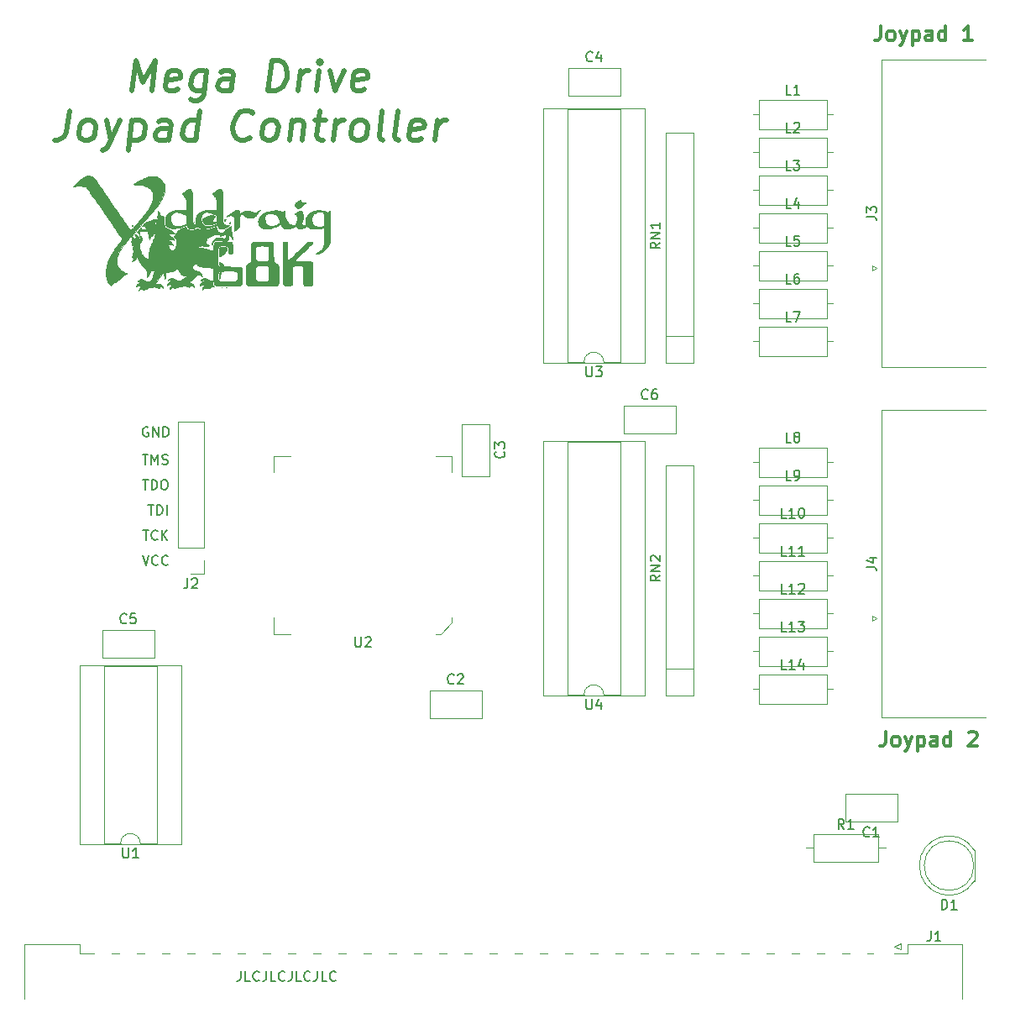
<source format=gto>
G04 #@! TF.GenerationSoftware,KiCad,Pcbnew,(5.1.10)-1*
G04 #@! TF.CreationDate,2021-07-30T10:40:04+01:00*
G04 #@! TF.ProjectId,JoypadController,4a6f7970-6164-4436-9f6e-74726f6c6c65,rev?*
G04 #@! TF.SameCoordinates,Original*
G04 #@! TF.FileFunction,Legend,Top*
G04 #@! TF.FilePolarity,Positive*
%FSLAX46Y46*%
G04 Gerber Fmt 4.6, Leading zero omitted, Abs format (unit mm)*
G04 Created by KiCad (PCBNEW (5.1.10)-1) date 2021-07-30 10:40:04*
%MOMM*%
%LPD*%
G01*
G04 APERTURE LIST*
%ADD10C,0.150000*%
%ADD11C,0.300000*%
%ADD12C,0.500000*%
%ADD13C,0.010000*%
%ADD14C,0.100000*%
%ADD15C,0.120000*%
%ADD16R,1.925000X0.700000*%
%ADD17R,0.700000X1.925000*%
%ADD18O,1.600000X1.600000*%
%ADD19R,1.600000X1.600000*%
%ADD20C,1.600000*%
%ADD21C,4.000000*%
%ADD22O,1.700000X1.700000*%
%ADD23R,1.700000X1.700000*%
%ADD24C,1.550000*%
%ADD25C,2.850000*%
%ADD26C,1.800000*%
%ADD27R,1.800000X1.800000*%
G04 APERTURE END LIST*
D10*
X124412952Y-147280380D02*
X124412952Y-147994666D01*
X124365333Y-148137523D01*
X124270095Y-148232761D01*
X124127238Y-148280380D01*
X124032000Y-148280380D01*
X125365333Y-148280380D02*
X124889142Y-148280380D01*
X124889142Y-147280380D01*
X126270095Y-148185142D02*
X126222476Y-148232761D01*
X126079619Y-148280380D01*
X125984380Y-148280380D01*
X125841523Y-148232761D01*
X125746285Y-148137523D01*
X125698666Y-148042285D01*
X125651047Y-147851809D01*
X125651047Y-147708952D01*
X125698666Y-147518476D01*
X125746285Y-147423238D01*
X125841523Y-147328000D01*
X125984380Y-147280380D01*
X126079619Y-147280380D01*
X126222476Y-147328000D01*
X126270095Y-147375619D01*
X126984380Y-147280380D02*
X126984380Y-147994666D01*
X126936761Y-148137523D01*
X126841523Y-148232761D01*
X126698666Y-148280380D01*
X126603428Y-148280380D01*
X127936761Y-148280380D02*
X127460571Y-148280380D01*
X127460571Y-147280380D01*
X128841523Y-148185142D02*
X128793904Y-148232761D01*
X128651047Y-148280380D01*
X128555809Y-148280380D01*
X128412952Y-148232761D01*
X128317714Y-148137523D01*
X128270095Y-148042285D01*
X128222476Y-147851809D01*
X128222476Y-147708952D01*
X128270095Y-147518476D01*
X128317714Y-147423238D01*
X128412952Y-147328000D01*
X128555809Y-147280380D01*
X128651047Y-147280380D01*
X128793904Y-147328000D01*
X128841523Y-147375619D01*
X129555809Y-147280380D02*
X129555809Y-147994666D01*
X129508190Y-148137523D01*
X129412952Y-148232761D01*
X129270095Y-148280380D01*
X129174857Y-148280380D01*
X130508190Y-148280380D02*
X130032000Y-148280380D01*
X130032000Y-147280380D01*
X131412952Y-148185142D02*
X131365333Y-148232761D01*
X131222476Y-148280380D01*
X131127238Y-148280380D01*
X130984380Y-148232761D01*
X130889142Y-148137523D01*
X130841523Y-148042285D01*
X130793904Y-147851809D01*
X130793904Y-147708952D01*
X130841523Y-147518476D01*
X130889142Y-147423238D01*
X130984380Y-147328000D01*
X131127238Y-147280380D01*
X131222476Y-147280380D01*
X131365333Y-147328000D01*
X131412952Y-147375619D01*
X132127238Y-147280380D02*
X132127238Y-147994666D01*
X132079619Y-148137523D01*
X131984380Y-148232761D01*
X131841523Y-148280380D01*
X131746285Y-148280380D01*
X133079619Y-148280380D02*
X132603428Y-148280380D01*
X132603428Y-147280380D01*
X133984380Y-148185142D02*
X133936761Y-148232761D01*
X133793904Y-148280380D01*
X133698666Y-148280380D01*
X133555809Y-148232761D01*
X133460571Y-148137523D01*
X133412952Y-148042285D01*
X133365333Y-147851809D01*
X133365333Y-147708952D01*
X133412952Y-147518476D01*
X133460571Y-147423238D01*
X133555809Y-147328000D01*
X133698666Y-147280380D01*
X133793904Y-147280380D01*
X133936761Y-147328000D01*
X133984380Y-147375619D01*
X114490666Y-105370380D02*
X114824000Y-106370380D01*
X115157333Y-105370380D01*
X116062095Y-106275142D02*
X116014476Y-106322761D01*
X115871619Y-106370380D01*
X115776380Y-106370380D01*
X115633523Y-106322761D01*
X115538285Y-106227523D01*
X115490666Y-106132285D01*
X115443047Y-105941809D01*
X115443047Y-105798952D01*
X115490666Y-105608476D01*
X115538285Y-105513238D01*
X115633523Y-105418000D01*
X115776380Y-105370380D01*
X115871619Y-105370380D01*
X116014476Y-105418000D01*
X116062095Y-105465619D01*
X117062095Y-106275142D02*
X117014476Y-106322761D01*
X116871619Y-106370380D01*
X116776380Y-106370380D01*
X116633523Y-106322761D01*
X116538285Y-106227523D01*
X116490666Y-106132285D01*
X116443047Y-105941809D01*
X116443047Y-105798952D01*
X116490666Y-105608476D01*
X116538285Y-105513238D01*
X116633523Y-105418000D01*
X116776380Y-105370380D01*
X116871619Y-105370380D01*
X117014476Y-105418000D01*
X117062095Y-105465619D01*
X114538285Y-102830380D02*
X115109714Y-102830380D01*
X114824000Y-103830380D02*
X114824000Y-102830380D01*
X116014476Y-103735142D02*
X115966857Y-103782761D01*
X115824000Y-103830380D01*
X115728761Y-103830380D01*
X115585904Y-103782761D01*
X115490666Y-103687523D01*
X115443047Y-103592285D01*
X115395428Y-103401809D01*
X115395428Y-103258952D01*
X115443047Y-103068476D01*
X115490666Y-102973238D01*
X115585904Y-102878000D01*
X115728761Y-102830380D01*
X115824000Y-102830380D01*
X115966857Y-102878000D01*
X116014476Y-102925619D01*
X116443047Y-103830380D02*
X116443047Y-102830380D01*
X117014476Y-103830380D02*
X116585904Y-103258952D01*
X117014476Y-102830380D02*
X116443047Y-103401809D01*
X115054190Y-100290380D02*
X115625619Y-100290380D01*
X115339904Y-101290380D02*
X115339904Y-100290380D01*
X115958952Y-101290380D02*
X115958952Y-100290380D01*
X116197047Y-100290380D01*
X116339904Y-100338000D01*
X116435142Y-100433238D01*
X116482761Y-100528476D01*
X116530380Y-100718952D01*
X116530380Y-100861809D01*
X116482761Y-101052285D01*
X116435142Y-101147523D01*
X116339904Y-101242761D01*
X116197047Y-101290380D01*
X115958952Y-101290380D01*
X116958952Y-101290380D02*
X116958952Y-100290380D01*
X114514476Y-97750380D02*
X115085904Y-97750380D01*
X114800190Y-98750380D02*
X114800190Y-97750380D01*
X115419238Y-98750380D02*
X115419238Y-97750380D01*
X115657333Y-97750380D01*
X115800190Y-97798000D01*
X115895428Y-97893238D01*
X115943047Y-97988476D01*
X115990666Y-98178952D01*
X115990666Y-98321809D01*
X115943047Y-98512285D01*
X115895428Y-98607523D01*
X115800190Y-98702761D01*
X115657333Y-98750380D01*
X115419238Y-98750380D01*
X116609714Y-97750380D02*
X116800190Y-97750380D01*
X116895428Y-97798000D01*
X116990666Y-97893238D01*
X117038285Y-98083714D01*
X117038285Y-98417047D01*
X116990666Y-98607523D01*
X116895428Y-98702761D01*
X116800190Y-98750380D01*
X116609714Y-98750380D01*
X116514476Y-98702761D01*
X116419238Y-98607523D01*
X116371619Y-98417047D01*
X116371619Y-98083714D01*
X116419238Y-97893238D01*
X116514476Y-97798000D01*
X116609714Y-97750380D01*
X114490666Y-95210380D02*
X115062095Y-95210380D01*
X114776380Y-96210380D02*
X114776380Y-95210380D01*
X115395428Y-96210380D02*
X115395428Y-95210380D01*
X115728761Y-95924666D01*
X116062095Y-95210380D01*
X116062095Y-96210380D01*
X116490666Y-96162761D02*
X116633523Y-96210380D01*
X116871619Y-96210380D01*
X116966857Y-96162761D01*
X117014476Y-96115142D01*
X117062095Y-96019904D01*
X117062095Y-95924666D01*
X117014476Y-95829428D01*
X116966857Y-95781809D01*
X116871619Y-95734190D01*
X116681142Y-95686571D01*
X116585904Y-95638952D01*
X116538285Y-95591333D01*
X116490666Y-95496095D01*
X116490666Y-95400857D01*
X116538285Y-95305619D01*
X116585904Y-95258000D01*
X116681142Y-95210380D01*
X116919238Y-95210380D01*
X117062095Y-95258000D01*
X115062095Y-92464000D02*
X114966857Y-92416380D01*
X114824000Y-92416380D01*
X114681142Y-92464000D01*
X114585904Y-92559238D01*
X114538285Y-92654476D01*
X114490666Y-92844952D01*
X114490666Y-92987809D01*
X114538285Y-93178285D01*
X114585904Y-93273523D01*
X114681142Y-93368761D01*
X114824000Y-93416380D01*
X114919238Y-93416380D01*
X115062095Y-93368761D01*
X115109714Y-93321142D01*
X115109714Y-92987809D01*
X114919238Y-92987809D01*
X115538285Y-93416380D02*
X115538285Y-92416380D01*
X116109714Y-93416380D01*
X116109714Y-92416380D01*
X116585904Y-93416380D02*
X116585904Y-92416380D01*
X116824000Y-92416380D01*
X116966857Y-92464000D01*
X117062095Y-92559238D01*
X117109714Y-92654476D01*
X117157333Y-92844952D01*
X117157333Y-92987809D01*
X117109714Y-93178285D01*
X117062095Y-93273523D01*
X116966857Y-93368761D01*
X116824000Y-93416380D01*
X116585904Y-93416380D01*
D11*
X189444857Y-123130571D02*
X189444857Y-124202000D01*
X189373428Y-124416285D01*
X189230571Y-124559142D01*
X189016285Y-124630571D01*
X188873428Y-124630571D01*
X190373428Y-124630571D02*
X190230571Y-124559142D01*
X190159142Y-124487714D01*
X190087714Y-124344857D01*
X190087714Y-123916285D01*
X190159142Y-123773428D01*
X190230571Y-123702000D01*
X190373428Y-123630571D01*
X190587714Y-123630571D01*
X190730571Y-123702000D01*
X190802000Y-123773428D01*
X190873428Y-123916285D01*
X190873428Y-124344857D01*
X190802000Y-124487714D01*
X190730571Y-124559142D01*
X190587714Y-124630571D01*
X190373428Y-124630571D01*
X191373428Y-123630571D02*
X191730571Y-124630571D01*
X192087714Y-123630571D02*
X191730571Y-124630571D01*
X191587714Y-124987714D01*
X191516285Y-125059142D01*
X191373428Y-125130571D01*
X192659142Y-123630571D02*
X192659142Y-125130571D01*
X192659142Y-123702000D02*
X192802000Y-123630571D01*
X193087714Y-123630571D01*
X193230571Y-123702000D01*
X193302000Y-123773428D01*
X193373428Y-123916285D01*
X193373428Y-124344857D01*
X193302000Y-124487714D01*
X193230571Y-124559142D01*
X193087714Y-124630571D01*
X192802000Y-124630571D01*
X192659142Y-124559142D01*
X194659142Y-124630571D02*
X194659142Y-123844857D01*
X194587714Y-123702000D01*
X194444857Y-123630571D01*
X194159142Y-123630571D01*
X194016285Y-123702000D01*
X194659142Y-124559142D02*
X194516285Y-124630571D01*
X194159142Y-124630571D01*
X194016285Y-124559142D01*
X193944857Y-124416285D01*
X193944857Y-124273428D01*
X194016285Y-124130571D01*
X194159142Y-124059142D01*
X194516285Y-124059142D01*
X194659142Y-123987714D01*
X196016285Y-124630571D02*
X196016285Y-123130571D01*
X196016285Y-124559142D02*
X195873428Y-124630571D01*
X195587714Y-124630571D01*
X195444857Y-124559142D01*
X195373428Y-124487714D01*
X195302000Y-124344857D01*
X195302000Y-123916285D01*
X195373428Y-123773428D01*
X195444857Y-123702000D01*
X195587714Y-123630571D01*
X195873428Y-123630571D01*
X196016285Y-123702000D01*
X197802000Y-123273428D02*
X197873428Y-123202000D01*
X198016285Y-123130571D01*
X198373428Y-123130571D01*
X198516285Y-123202000D01*
X198587714Y-123273428D01*
X198659142Y-123416285D01*
X198659142Y-123559142D01*
X198587714Y-123773428D01*
X197730571Y-124630571D01*
X198659142Y-124630571D01*
X188936857Y-52010571D02*
X188936857Y-53082000D01*
X188865428Y-53296285D01*
X188722571Y-53439142D01*
X188508285Y-53510571D01*
X188365428Y-53510571D01*
X189865428Y-53510571D02*
X189722571Y-53439142D01*
X189651142Y-53367714D01*
X189579714Y-53224857D01*
X189579714Y-52796285D01*
X189651142Y-52653428D01*
X189722571Y-52582000D01*
X189865428Y-52510571D01*
X190079714Y-52510571D01*
X190222571Y-52582000D01*
X190294000Y-52653428D01*
X190365428Y-52796285D01*
X190365428Y-53224857D01*
X190294000Y-53367714D01*
X190222571Y-53439142D01*
X190079714Y-53510571D01*
X189865428Y-53510571D01*
X190865428Y-52510571D02*
X191222571Y-53510571D01*
X191579714Y-52510571D02*
X191222571Y-53510571D01*
X191079714Y-53867714D01*
X191008285Y-53939142D01*
X190865428Y-54010571D01*
X192151142Y-52510571D02*
X192151142Y-54010571D01*
X192151142Y-52582000D02*
X192294000Y-52510571D01*
X192579714Y-52510571D01*
X192722571Y-52582000D01*
X192794000Y-52653428D01*
X192865428Y-52796285D01*
X192865428Y-53224857D01*
X192794000Y-53367714D01*
X192722571Y-53439142D01*
X192579714Y-53510571D01*
X192294000Y-53510571D01*
X192151142Y-53439142D01*
X194151142Y-53510571D02*
X194151142Y-52724857D01*
X194079714Y-52582000D01*
X193936857Y-52510571D01*
X193651142Y-52510571D01*
X193508285Y-52582000D01*
X194151142Y-53439142D02*
X194008285Y-53510571D01*
X193651142Y-53510571D01*
X193508285Y-53439142D01*
X193436857Y-53296285D01*
X193436857Y-53153428D01*
X193508285Y-53010571D01*
X193651142Y-52939142D01*
X194008285Y-52939142D01*
X194151142Y-52867714D01*
X195508285Y-53510571D02*
X195508285Y-52010571D01*
X195508285Y-53439142D02*
X195365428Y-53510571D01*
X195079714Y-53510571D01*
X194936857Y-53439142D01*
X194865428Y-53367714D01*
X194794000Y-53224857D01*
X194794000Y-52796285D01*
X194865428Y-52653428D01*
X194936857Y-52582000D01*
X195079714Y-52510571D01*
X195365428Y-52510571D01*
X195508285Y-52582000D01*
X198151142Y-53510571D02*
X197294000Y-53510571D01*
X197722571Y-53510571D02*
X197722571Y-52010571D01*
X197579714Y-52224857D01*
X197436857Y-52367714D01*
X197294000Y-52439142D01*
D12*
X113457696Y-58547142D02*
X113832696Y-55547142D01*
X114564839Y-57690000D01*
X115832696Y-55547142D01*
X115457696Y-58547142D01*
X118046982Y-58404285D02*
X117743410Y-58547142D01*
X117171982Y-58547142D01*
X116904125Y-58404285D01*
X116796982Y-58118571D01*
X116939839Y-56975714D01*
X117118410Y-56690000D01*
X117421982Y-56547142D01*
X117993410Y-56547142D01*
X118261267Y-56690000D01*
X118368410Y-56975714D01*
X118332696Y-57261428D01*
X116868410Y-57547142D01*
X120993410Y-56547142D02*
X120689839Y-58975714D01*
X120511267Y-59261428D01*
X120350553Y-59404285D01*
X120046982Y-59547142D01*
X119618410Y-59547142D01*
X119350553Y-59404285D01*
X120761267Y-58404285D02*
X120457696Y-58547142D01*
X119886267Y-58547142D01*
X119618410Y-58404285D01*
X119493410Y-58261428D01*
X119386267Y-57975714D01*
X119493410Y-57118571D01*
X119671982Y-56832857D01*
X119832696Y-56690000D01*
X120136267Y-56547142D01*
X120707696Y-56547142D01*
X120975553Y-56690000D01*
X123457696Y-58547142D02*
X123654125Y-56975714D01*
X123546982Y-56690000D01*
X123279125Y-56547142D01*
X122707696Y-56547142D01*
X122404125Y-56690000D01*
X123475553Y-58404285D02*
X123171982Y-58547142D01*
X122457696Y-58547142D01*
X122189839Y-58404285D01*
X122082696Y-58118571D01*
X122118410Y-57832857D01*
X122296982Y-57547142D01*
X122600553Y-57404285D01*
X123314839Y-57404285D01*
X123618410Y-57261428D01*
X127171982Y-58547142D02*
X127546982Y-55547142D01*
X128261267Y-55547142D01*
X128671982Y-55690000D01*
X128921982Y-55975714D01*
X129029125Y-56261428D01*
X129100553Y-56832857D01*
X129046982Y-57261428D01*
X128832696Y-57832857D01*
X128654125Y-58118571D01*
X128332696Y-58404285D01*
X127886267Y-58547142D01*
X127171982Y-58547142D01*
X130171982Y-58547142D02*
X130421982Y-56547142D01*
X130350553Y-57118571D02*
X130529125Y-56832857D01*
X130689839Y-56690000D01*
X130993410Y-56547142D01*
X131279125Y-56547142D01*
X132029125Y-58547142D02*
X132279125Y-56547142D01*
X132404125Y-55547142D02*
X132243410Y-55690000D01*
X132368410Y-55832857D01*
X132529125Y-55690000D01*
X132404125Y-55547142D01*
X132368410Y-55832857D01*
X133421982Y-56547142D02*
X133886267Y-58547142D01*
X134850553Y-56547142D01*
X136904125Y-58404285D02*
X136600553Y-58547142D01*
X136029125Y-58547142D01*
X135761267Y-58404285D01*
X135654125Y-58118571D01*
X135796982Y-56975714D01*
X135975553Y-56690000D01*
X136279125Y-56547142D01*
X136850553Y-56547142D01*
X137118410Y-56690000D01*
X137225553Y-56975714D01*
X137189839Y-57261428D01*
X135725553Y-57547142D01*
X107118410Y-60547142D02*
X106850553Y-62690000D01*
X106654125Y-63118571D01*
X106332696Y-63404285D01*
X105886267Y-63547142D01*
X105600553Y-63547142D01*
X108600553Y-63547142D02*
X108332696Y-63404285D01*
X108207696Y-63261428D01*
X108100553Y-62975714D01*
X108207696Y-62118571D01*
X108386267Y-61832857D01*
X108546982Y-61690000D01*
X108850553Y-61547142D01*
X109279125Y-61547142D01*
X109546982Y-61690000D01*
X109671982Y-61832857D01*
X109779125Y-62118571D01*
X109671982Y-62975714D01*
X109493410Y-63261428D01*
X109332696Y-63404285D01*
X109029125Y-63547142D01*
X108600553Y-63547142D01*
X110850553Y-61547142D02*
X111314839Y-63547142D01*
X112279125Y-61547142D02*
X111314839Y-63547142D01*
X110939839Y-64261428D01*
X110779125Y-64404285D01*
X110475553Y-64547142D01*
X113421982Y-61547142D02*
X113046982Y-64547142D01*
X113404125Y-61690000D02*
X113707696Y-61547142D01*
X114279125Y-61547142D01*
X114546982Y-61690000D01*
X114671982Y-61832857D01*
X114779125Y-62118571D01*
X114671982Y-62975714D01*
X114493410Y-63261428D01*
X114332696Y-63404285D01*
X114029125Y-63547142D01*
X113457696Y-63547142D01*
X113189839Y-63404285D01*
X117171982Y-63547142D02*
X117368410Y-61975714D01*
X117261267Y-61690000D01*
X116993410Y-61547142D01*
X116421982Y-61547142D01*
X116118410Y-61690000D01*
X117189839Y-63404285D02*
X116886267Y-63547142D01*
X116171982Y-63547142D01*
X115904125Y-63404285D01*
X115796982Y-63118571D01*
X115832696Y-62832857D01*
X116011267Y-62547142D01*
X116314839Y-62404285D01*
X117029125Y-62404285D01*
X117332696Y-62261428D01*
X119886267Y-63547142D02*
X120261267Y-60547142D01*
X119904125Y-63404285D02*
X119600553Y-63547142D01*
X119029125Y-63547142D01*
X118761267Y-63404285D01*
X118636267Y-63261428D01*
X118529125Y-62975714D01*
X118636267Y-62118571D01*
X118814839Y-61832857D01*
X118975553Y-61690000D01*
X119279125Y-61547142D01*
X119850553Y-61547142D01*
X120118410Y-61690000D01*
X125350553Y-63261428D02*
X125189839Y-63404285D01*
X124743410Y-63547142D01*
X124457696Y-63547142D01*
X124046982Y-63404285D01*
X123796982Y-63118571D01*
X123689839Y-62832857D01*
X123618410Y-62261428D01*
X123671982Y-61832857D01*
X123886267Y-61261428D01*
X124064839Y-60975714D01*
X124386267Y-60690000D01*
X124832696Y-60547142D01*
X125118410Y-60547142D01*
X125529125Y-60690000D01*
X125654125Y-60832857D01*
X127029125Y-63547142D02*
X126761267Y-63404285D01*
X126636267Y-63261428D01*
X126529125Y-62975714D01*
X126636267Y-62118571D01*
X126814839Y-61832857D01*
X126975553Y-61690000D01*
X127279125Y-61547142D01*
X127707696Y-61547142D01*
X127975553Y-61690000D01*
X128100553Y-61832857D01*
X128207696Y-62118571D01*
X128100553Y-62975714D01*
X127921982Y-63261428D01*
X127761267Y-63404285D01*
X127457696Y-63547142D01*
X127029125Y-63547142D01*
X129564839Y-61547142D02*
X129314839Y-63547142D01*
X129529125Y-61832857D02*
X129689839Y-61690000D01*
X129993410Y-61547142D01*
X130421982Y-61547142D01*
X130689839Y-61690000D01*
X130796982Y-61975714D01*
X130600553Y-63547142D01*
X131850553Y-61547142D02*
X132993410Y-61547142D01*
X132404125Y-60547142D02*
X132082696Y-63118571D01*
X132189839Y-63404285D01*
X132457696Y-63547142D01*
X132743410Y-63547142D01*
X133743410Y-63547142D02*
X133993410Y-61547142D01*
X133921982Y-62118571D02*
X134100553Y-61832857D01*
X134261267Y-61690000D01*
X134564839Y-61547142D01*
X134850553Y-61547142D01*
X136029125Y-63547142D02*
X135761267Y-63404285D01*
X135636267Y-63261428D01*
X135529125Y-62975714D01*
X135636267Y-62118571D01*
X135814839Y-61832857D01*
X135975553Y-61690000D01*
X136279125Y-61547142D01*
X136707696Y-61547142D01*
X136975553Y-61690000D01*
X137100553Y-61832857D01*
X137207696Y-62118571D01*
X137100553Y-62975714D01*
X136921982Y-63261428D01*
X136761267Y-63404285D01*
X136457696Y-63547142D01*
X136029125Y-63547142D01*
X138743410Y-63547142D02*
X138475553Y-63404285D01*
X138368410Y-63118571D01*
X138689839Y-60547142D01*
X140314839Y-63547142D02*
X140046982Y-63404285D01*
X139939839Y-63118571D01*
X140261267Y-60547142D01*
X142618410Y-63404285D02*
X142314839Y-63547142D01*
X141743410Y-63547142D01*
X141475553Y-63404285D01*
X141368410Y-63118571D01*
X141511267Y-61975714D01*
X141689839Y-61690000D01*
X141993410Y-61547142D01*
X142564839Y-61547142D01*
X142832696Y-61690000D01*
X142939839Y-61975714D01*
X142904125Y-62261428D01*
X141439839Y-62547142D01*
X144029125Y-63547142D02*
X144279125Y-61547142D01*
X144207696Y-62118571D02*
X144386267Y-61832857D01*
X144546982Y-61690000D01*
X144850553Y-61547142D01*
X145136267Y-61547142D01*
D13*
G36*
X116067156Y-70683056D02*
G01*
X116103974Y-70724855D01*
X116142826Y-70784503D01*
X116179733Y-70855170D01*
X116210081Y-70928259D01*
X116239764Y-71004176D01*
X116268675Y-71058993D01*
X116301398Y-71096438D01*
X116342519Y-71120239D01*
X116396625Y-71134126D01*
X116468300Y-71141825D01*
X116473190Y-71142167D01*
X116519960Y-71146001D01*
X116555054Y-71150072D01*
X116572429Y-71153643D01*
X116573300Y-71154412D01*
X116566452Y-71167039D01*
X116549404Y-71191841D01*
X116543262Y-71200222D01*
X116525918Y-71228798D01*
X116507614Y-71266860D01*
X116491179Y-71307193D01*
X116479444Y-71342584D01*
X116475237Y-71365819D01*
X116476531Y-71370364D01*
X116488535Y-71366066D01*
X116516812Y-71350597D01*
X116556421Y-71326752D01*
X116580626Y-71311476D01*
X116624237Y-71284253D01*
X116659105Y-71263840D01*
X116680310Y-71253049D01*
X116684340Y-71252207D01*
X116683663Y-71265633D01*
X116678420Y-71298538D01*
X116669533Y-71345601D01*
X116660749Y-71388316D01*
X116646665Y-71473064D01*
X116636926Y-71570129D01*
X116631607Y-71673137D01*
X116630780Y-71775716D01*
X116634517Y-71871490D01*
X116642891Y-71954088D01*
X116653663Y-72009000D01*
X116694968Y-72129957D01*
X116750152Y-72232253D01*
X116821291Y-72317988D01*
X116910461Y-72389259D01*
X117019739Y-72448166D01*
X117129307Y-72489862D01*
X117206020Y-72522303D01*
X117292783Y-72571364D01*
X117384636Y-72633174D01*
X117476618Y-72703863D01*
X117563769Y-72779561D01*
X117641129Y-72856398D01*
X117703737Y-72930502D01*
X117716366Y-72947951D01*
X117734105Y-72974616D01*
X117737365Y-72984923D01*
X117726831Y-72982889D01*
X117721996Y-72980868D01*
X117648357Y-72955078D01*
X117563912Y-72937502D01*
X117463950Y-72927421D01*
X117351621Y-72924132D01*
X117273888Y-72924317D01*
X117218102Y-72926778D01*
X117180817Y-72933277D01*
X117158584Y-72945578D01*
X117147957Y-72965444D01*
X117145487Y-72994638D01*
X117147268Y-73028660D01*
X117149789Y-73052099D01*
X117155864Y-73070670D01*
X117169187Y-73088359D01*
X117193449Y-73109157D01*
X117232344Y-73137051D01*
X117273818Y-73165352D01*
X117329341Y-73204015D01*
X117383126Y-73243207D01*
X117428070Y-73277664D01*
X117451618Y-73297156D01*
X117492878Y-73336551D01*
X117540077Y-73386265D01*
X117587737Y-73440033D01*
X117630385Y-73491586D01*
X117662545Y-73534659D01*
X117672010Y-73549392D01*
X117686310Y-73574710D01*
X117687249Y-73583131D01*
X117674596Y-73579502D01*
X117670641Y-73577852D01*
X117585883Y-73548549D01*
X117489136Y-73525512D01*
X117386995Y-73509447D01*
X117286052Y-73501062D01*
X117192902Y-73501062D01*
X117114139Y-73510155D01*
X117090825Y-73515719D01*
X117073843Y-73530825D01*
X117068600Y-73565218D01*
X117070410Y-73587337D01*
X117078618Y-73605704D01*
X117097388Y-73625065D01*
X117130883Y-73650165D01*
X117161562Y-73671156D01*
X117272744Y-73749706D01*
X117364400Y-73822714D01*
X117440672Y-73893855D01*
X117505703Y-73966805D01*
X117529882Y-73997828D01*
X117563215Y-74043175D01*
X117589386Y-74080579D01*
X117605487Y-74105758D01*
X117609078Y-74114355D01*
X117595908Y-74112332D01*
X117569842Y-74101180D01*
X117565582Y-74099020D01*
X117503395Y-74075026D01*
X117421722Y-74056014D01*
X117326161Y-74042972D01*
X117222311Y-74036889D01*
X117212684Y-74036715D01*
X117155114Y-74036556D01*
X117107277Y-74037702D01*
X117074652Y-74039940D01*
X117062954Y-74042563D01*
X117061472Y-74057956D01*
X117064982Y-74091322D01*
X117072727Y-74135895D01*
X117074174Y-74142969D01*
X117111912Y-74270606D01*
X117168099Y-74381490D01*
X117242127Y-74474894D01*
X117333384Y-74550095D01*
X117441259Y-74606367D01*
X117474692Y-74618745D01*
X117536508Y-74639381D01*
X117579922Y-74650547D01*
X117610708Y-74650559D01*
X117634642Y-74637733D01*
X117657498Y-74610384D01*
X117685052Y-74566827D01*
X117692046Y-74555350D01*
X117746361Y-74457203D01*
X117798900Y-74345778D01*
X117845659Y-74230565D01*
X117882634Y-74121052D01*
X117896133Y-74071677D01*
X117915393Y-73966133D01*
X117923851Y-73854293D01*
X117921916Y-73742015D01*
X117910002Y-73635157D01*
X117888519Y-73539575D01*
X117857880Y-73461127D01*
X117852521Y-73451202D01*
X117827452Y-73416721D01*
X117790334Y-73376796D01*
X117754400Y-73344478D01*
X117719256Y-73314481D01*
X117693056Y-73289331D01*
X117681232Y-73274260D01*
X117681118Y-73273875D01*
X117685176Y-73254429D01*
X117700405Y-73218080D01*
X117724386Y-73169381D01*
X117754698Y-73112888D01*
X117788921Y-73053153D01*
X117824635Y-72994732D01*
X117850513Y-72955150D01*
X117905305Y-72879573D01*
X117968528Y-72801250D01*
X118036983Y-72723386D01*
X118107468Y-72649183D01*
X118176783Y-72581847D01*
X118241726Y-72524581D01*
X118299095Y-72480590D01*
X118345691Y-72453077D01*
X118356446Y-72448736D01*
X118407864Y-72431287D01*
X118470087Y-72410798D01*
X118538987Y-72388558D01*
X118610435Y-72365855D01*
X118680304Y-72343977D01*
X118744464Y-72324212D01*
X118798789Y-72307849D01*
X118839148Y-72296175D01*
X118861415Y-72290478D01*
X118864454Y-72290229D01*
X118872824Y-72302222D01*
X118891515Y-72329617D01*
X118916663Y-72366748D01*
X118919500Y-72370950D01*
X118966511Y-72435478D01*
X119010262Y-72482455D01*
X119057246Y-72517781D01*
X119113300Y-72547060D01*
X119226202Y-72584556D01*
X119351153Y-72601631D01*
X119485408Y-72598511D01*
X119626220Y-72575423D01*
X119770844Y-72532592D01*
X119889730Y-72483191D01*
X119946183Y-72457071D01*
X119985177Y-72440776D01*
X120012041Y-72432916D01*
X120032105Y-72432103D01*
X120050701Y-72436944D01*
X120057299Y-72439496D01*
X120175377Y-72482941D01*
X120285901Y-72514031D01*
X120398730Y-72534925D01*
X120523724Y-72547783D01*
X120563160Y-72550289D01*
X120744562Y-72551933D01*
X120937910Y-72536848D01*
X121144577Y-72504797D01*
X121365940Y-72455542D01*
X121603373Y-72388846D01*
X121726848Y-72349446D01*
X121792506Y-72328082D01*
X121849148Y-72310324D01*
X121892659Y-72297408D01*
X121918926Y-72290569D01*
X121924814Y-72289981D01*
X121965996Y-72346308D01*
X121991550Y-72394179D01*
X122004775Y-72442081D01*
X122008970Y-72498498D01*
X122009024Y-72506588D01*
X122021219Y-72609384D01*
X122057768Y-72705907D01*
X122104374Y-72778772D01*
X122134660Y-72818480D01*
X122313080Y-72827672D01*
X122384124Y-72831644D01*
X122433577Y-72835442D01*
X122465233Y-72839736D01*
X122482886Y-72845196D01*
X122490330Y-72852493D01*
X122491500Y-72859177D01*
X122481566Y-72892000D01*
X122455886Y-72930514D01*
X122420634Y-72967585D01*
X122381990Y-72996079D01*
X122366299Y-73003748D01*
X122319605Y-73016969D01*
X122253847Y-73028212D01*
X122175322Y-73036936D01*
X122090327Y-73042600D01*
X122005156Y-73044662D01*
X121926107Y-73042581D01*
X121919362Y-73042162D01*
X121858420Y-73038974D01*
X121813389Y-73039547D01*
X121774929Y-73044935D01*
X121733695Y-73056189D01*
X121702695Y-73066555D01*
X121528684Y-73131190D01*
X121378953Y-73196622D01*
X121252382Y-73263586D01*
X121147851Y-73332814D01*
X121064241Y-73405041D01*
X121000432Y-73481001D01*
X120958620Y-73554006D01*
X120932090Y-73632525D01*
X120914178Y-73732014D01*
X120905379Y-73849378D01*
X120904557Y-73891961D01*
X120903890Y-73926250D01*
X120904602Y-73950707D01*
X120909979Y-73969129D01*
X120923306Y-73985312D01*
X120947867Y-74003052D01*
X120986947Y-74026145D01*
X121043831Y-74058388D01*
X121053170Y-74063716D01*
X121096566Y-74089415D01*
X121135308Y-74113888D01*
X121157158Y-74129030D01*
X121188066Y-74152578D01*
X121109895Y-74192039D01*
X121047170Y-74218109D01*
X120984227Y-74231351D01*
X120916089Y-74231645D01*
X120837784Y-74218871D01*
X120744337Y-74192910D01*
X120712497Y-74182496D01*
X120566635Y-74133493D01*
X120452742Y-74168119D01*
X120370267Y-74195013D01*
X120290931Y-74224219D01*
X120218291Y-74254094D01*
X120155905Y-74282997D01*
X120107329Y-74309286D01*
X120076121Y-74331318D01*
X120065800Y-74346732D01*
X120077257Y-74353376D01*
X120106686Y-74357825D01*
X120132475Y-74358902D01*
X120197496Y-74362513D01*
X120282489Y-74372121D01*
X120382969Y-74386861D01*
X120494451Y-74405866D01*
X120612452Y-74428270D01*
X120732488Y-74453207D01*
X120850074Y-74479811D01*
X120960726Y-74507217D01*
X121059960Y-74534557D01*
X121092151Y-74544255D01*
X121208480Y-74579203D01*
X121306900Y-74606262D01*
X121393117Y-74626896D01*
X121472835Y-74642574D01*
X121478675Y-74643584D01*
X121526300Y-74651750D01*
X121526300Y-75535184D01*
X121526260Y-75707135D01*
X121526114Y-75855393D01*
X121525822Y-75981668D01*
X121525347Y-76087665D01*
X121524648Y-76175093D01*
X121523686Y-76245659D01*
X121522423Y-76301072D01*
X121520818Y-76343038D01*
X121518833Y-76373266D01*
X121516429Y-76393463D01*
X121513567Y-76405337D01*
X121510206Y-76410595D01*
X121506309Y-76410945D01*
X121506211Y-76410908D01*
X121481920Y-76406287D01*
X121443798Y-76403535D01*
X121425168Y-76403200D01*
X121383036Y-76400236D01*
X121353322Y-76387995D01*
X121325332Y-76363430D01*
X121286450Y-76323661D01*
X121234668Y-76344380D01*
X121153007Y-76364391D01*
X121072148Y-76359136D01*
X120993192Y-76328750D01*
X120965664Y-76311833D01*
X120946371Y-76300074D01*
X120929338Y-76296487D01*
X120906892Y-76301892D01*
X120871358Y-76317111D01*
X120857714Y-76323383D01*
X120776118Y-76350535D01*
X120691903Y-76360027D01*
X120610541Y-76352501D01*
X120537506Y-76328596D01*
X120478270Y-76288956D01*
X120467121Y-76277623D01*
X120452746Y-76264438D01*
X120435141Y-76257205D01*
X120407856Y-76254946D01*
X120364437Y-76256681D01*
X120340121Y-76258345D01*
X120240110Y-76257011D01*
X120156756Y-76236985D01*
X120088919Y-76197692D01*
X120035455Y-76138559D01*
X120009242Y-76092139D01*
X119989189Y-76052824D01*
X119972860Y-76031714D01*
X119954710Y-76023365D01*
X119938005Y-76022200D01*
X119904622Y-76016420D01*
X119861736Y-76001674D01*
X119837807Y-75990757D01*
X119775759Y-75959315D01*
X119680470Y-76060608D01*
X119600250Y-76156008D01*
X119544414Y-76245662D01*
X119512993Y-76329420D01*
X119506020Y-76407134D01*
X119523528Y-76478653D01*
X119565548Y-76543828D01*
X119574453Y-76553559D01*
X119610679Y-76586128D01*
X119654698Y-76614521D01*
X119710463Y-76640469D01*
X119781922Y-76665705D01*
X119873027Y-76691958D01*
X119915579Y-76703061D01*
X120016868Y-76730411D01*
X120097742Y-76756148D01*
X120162912Y-76782380D01*
X120217087Y-76811213D01*
X120264979Y-76844755D01*
X120300777Y-76875335D01*
X120365868Y-76945148D01*
X120421167Y-77024602D01*
X120463581Y-77107778D01*
X120490011Y-77188757D01*
X120497599Y-77251671D01*
X120497599Y-77296066D01*
X120424008Y-77225872D01*
X120356779Y-77167899D01*
X120293376Y-77128070D01*
X120225808Y-77102042D01*
X120174189Y-77090156D01*
X120109214Y-77078987D01*
X120062649Y-77075441D01*
X120028009Y-77082118D01*
X119998805Y-77101619D01*
X119968550Y-77136544D01*
X119932450Y-77187060D01*
X119861764Y-77278928D01*
X119776069Y-77375048D01*
X119682496Y-77468208D01*
X119588173Y-77551196D01*
X119523293Y-77600958D01*
X119433350Y-77659795D01*
X119328543Y-77720198D01*
X119218514Y-77777053D01*
X119112905Y-77825248D01*
X119062500Y-77845351D01*
X119004616Y-77867982D01*
X118968718Y-77884633D01*
X118955307Y-77895567D01*
X118964883Y-77901047D01*
X118997948Y-77901333D01*
X119055001Y-77896688D01*
X119136544Y-77887374D01*
X119141612Y-77886748D01*
X119265174Y-77871452D01*
X119385103Y-77932584D01*
X119487217Y-77992419D01*
X119565441Y-78056291D01*
X119621175Y-78125883D01*
X119655822Y-78202876D01*
X119669621Y-78274169D01*
X119675751Y-78337970D01*
X119601984Y-78277879D01*
X119547075Y-78235078D01*
X119502612Y-78205864D01*
X119461033Y-78185908D01*
X119415232Y-78171009D01*
X119365854Y-78161894D01*
X119334872Y-78168131D01*
X119319488Y-78191075D01*
X119316500Y-78218812D01*
X119308404Y-78263484D01*
X119281946Y-78296114D01*
X119233868Y-78320593D01*
X119230122Y-78321923D01*
X119202746Y-78328650D01*
X119177456Y-78325425D01*
X119144265Y-78310347D01*
X119130922Y-78303032D01*
X119076917Y-78279452D01*
X119019712Y-78270518D01*
X119000226Y-78270100D01*
X118940465Y-78264682D01*
X118893748Y-78245452D01*
X118850503Y-78207939D01*
X118838710Y-78194714D01*
X118801348Y-78170396D01*
X118748180Y-78165642D01*
X118679563Y-78180422D01*
X118595851Y-78214704D01*
X118592663Y-78216251D01*
X118541753Y-78239834D01*
X118501597Y-78253814D01*
X118461320Y-78260707D01*
X118410042Y-78263026D01*
X118389463Y-78263213D01*
X118327062Y-78262231D01*
X118262943Y-78259144D01*
X118209940Y-78254592D01*
X118205250Y-78254018D01*
X118129050Y-78244287D01*
X118092721Y-78302270D01*
X118055002Y-78353870D01*
X118016436Y-78384772D01*
X117970000Y-78398915D01*
X117917359Y-78400638D01*
X117871327Y-78400858D01*
X117840246Y-78407638D01*
X117813977Y-78423584D01*
X117807509Y-78428855D01*
X117753682Y-78464132D01*
X117703990Y-78477393D01*
X117661095Y-78468638D01*
X117627661Y-78437869D01*
X117622221Y-78428850D01*
X117604167Y-78402647D01*
X117581345Y-78389364D01*
X117544988Y-78384860D01*
X117528552Y-78384594D01*
X117464500Y-78395343D01*
X117392922Y-78426689D01*
X117317920Y-78476647D01*
X117288942Y-78500475D01*
X117227350Y-78553907D01*
X117223424Y-78520921D01*
X117227337Y-78461219D01*
X117249732Y-78394830D01*
X117287212Y-78327970D01*
X117336381Y-78266856D01*
X117386100Y-78223143D01*
X117430037Y-78190928D01*
X117479806Y-78153944D01*
X117506589Y-78133820D01*
X117540385Y-78107748D01*
X117555889Y-78093017D01*
X117555233Y-78085872D01*
X117540553Y-78082558D01*
X117536038Y-78082015D01*
X117499416Y-78087687D01*
X117454624Y-78109609D01*
X117449721Y-78112777D01*
X117400488Y-78136121D01*
X117359474Y-78135454D01*
X117326510Y-78110741D01*
X117309900Y-78083023D01*
X117289221Y-78052276D01*
X117262623Y-78041838D01*
X117259100Y-78041712D01*
X117208994Y-78049484D01*
X117148518Y-78071448D01*
X117085642Y-78104228D01*
X117041971Y-78133678D01*
X117007725Y-78157952D01*
X116981863Y-78173227D01*
X116970504Y-78176237D01*
X116966058Y-78156335D01*
X116970881Y-78121059D01*
X116982944Y-78077784D01*
X117000216Y-78033883D01*
X117019398Y-77998621D01*
X117082029Y-77922396D01*
X117158246Y-77864971D01*
X117192019Y-77846958D01*
X117224025Y-77828441D01*
X117243570Y-77811412D01*
X117246400Y-77805148D01*
X117255398Y-77787977D01*
X117277902Y-77763665D01*
X117287341Y-77755307D01*
X117312860Y-77736077D01*
X117336525Y-77726821D01*
X117368001Y-77725302D01*
X117404816Y-77728107D01*
X117457731Y-77735607D01*
X117509953Y-77746924D01*
X117535325Y-77754515D01*
X117570665Y-77766019D01*
X117586067Y-77766421D01*
X117585159Y-77754087D01*
X117576279Y-77736100D01*
X117562010Y-77720693D01*
X117536178Y-77713902D01*
X117501499Y-77713163D01*
X117453705Y-77711978D01*
X117426069Y-77704055D01*
X117413700Y-77686859D01*
X117411500Y-77666547D01*
X117400725Y-77634858D01*
X117368870Y-77616331D01*
X117316634Y-77611060D01*
X117244719Y-77619142D01*
X117176550Y-77634478D01*
X117132556Y-77645241D01*
X117099213Y-77651944D01*
X117083066Y-77653293D01*
X117082616Y-77653054D01*
X117086014Y-77640753D01*
X117100293Y-77614723D01*
X117111381Y-77597243D01*
X117170799Y-77529679D01*
X117248228Y-77476457D01*
X117339477Y-77439576D01*
X117440359Y-77421036D01*
X117484519Y-77419200D01*
X117518861Y-77419896D01*
X117546452Y-77423632D01*
X117573205Y-77432882D01*
X117605031Y-77450118D01*
X117647845Y-77477814D01*
X117685061Y-77503070D01*
X117741630Y-77540344D01*
X117798316Y-77575397D01*
X117847570Y-77603677D01*
X117875201Y-77617753D01*
X117952741Y-77646605D01*
X118037165Y-77666703D01*
X118124190Y-77678167D01*
X118209533Y-77681115D01*
X118288911Y-77675667D01*
X118358042Y-77661942D01*
X118412641Y-77640060D01*
X118448427Y-77610141D01*
X118453827Y-77601616D01*
X118492337Y-77555798D01*
X118551311Y-77521570D01*
X118587472Y-77509480D01*
X118632454Y-77489441D01*
X118653771Y-77463688D01*
X118681853Y-77428029D01*
X118727441Y-77397632D01*
X118782645Y-77377426D01*
X118796351Y-77374656D01*
X118842525Y-77357418D01*
X118877720Y-77330956D01*
X118912805Y-77301738D01*
X118954850Y-77276060D01*
X118961829Y-77272730D01*
X118992291Y-77257401D01*
X119009935Y-77245437D01*
X119011700Y-77242640D01*
X119000418Y-77232276D01*
X118971201Y-77218943D01*
X118930990Y-77204804D01*
X118886726Y-77192019D01*
X118845350Y-77182749D01*
X118813804Y-77179155D01*
X118808500Y-77179374D01*
X118772413Y-77181540D01*
X118722429Y-77183035D01*
X118675150Y-77183511D01*
X118581061Y-77171897D01*
X118497914Y-77137558D01*
X118426565Y-77081081D01*
X118367873Y-77003053D01*
X118343769Y-76956639D01*
X118302384Y-76891511D01*
X118256990Y-76851069D01*
X118191274Y-76789746D01*
X118141285Y-76711553D01*
X118109268Y-76621147D01*
X118097468Y-76523185D01*
X118097450Y-76520228D01*
X118096254Y-76486913D01*
X118090934Y-76473871D01*
X118078516Y-76475998D01*
X118073235Y-76478685D01*
X118047664Y-76487157D01*
X118007127Y-76495416D01*
X117974810Y-76499939D01*
X117934369Y-76506249D01*
X117901479Y-76517256D01*
X117867874Y-76536944D01*
X117825285Y-76569299D01*
X117816934Y-76576040D01*
X117724050Y-76642430D01*
X117633079Y-76690211D01*
X117547413Y-76717841D01*
X117490364Y-76724399D01*
X117438706Y-76723972D01*
X117388092Y-76721960D01*
X117366432Y-76720366D01*
X117323813Y-76721456D01*
X117287242Y-76737200D01*
X117271182Y-76748432D01*
X117183111Y-76804521D01*
X117098431Y-76837194D01*
X117015047Y-76847621D01*
X116962253Y-76844285D01*
X116917357Y-76835570D01*
X116898873Y-76828571D01*
X116872442Y-76815495D01*
X116857892Y-76809624D01*
X116857598Y-76809600D01*
X116855772Y-76821521D01*
X116854213Y-76854171D01*
X116853064Y-76902879D01*
X116852468Y-76962973D01*
X116852425Y-76977875D01*
X116846034Y-77126628D01*
X116826412Y-77261825D01*
X116792107Y-77392411D01*
X116778781Y-77431900D01*
X116764843Y-77470266D01*
X116756495Y-77487224D01*
X116750963Y-77485349D01*
X116745473Y-77467215D01*
X116744580Y-77463650D01*
X116737698Y-77436024D01*
X116726362Y-77390505D01*
X116712255Y-77333847D01*
X116699693Y-77283389D01*
X116680504Y-77211368D01*
X116658611Y-77137462D01*
X116635359Y-77065339D01*
X116612093Y-76998667D01*
X116590159Y-76941115D01*
X116570901Y-76896352D01*
X116555666Y-76868046D01*
X116545797Y-76859865D01*
X116544729Y-76860767D01*
X116536868Y-76873478D01*
X116518920Y-76903531D01*
X116493611Y-76946338D01*
X116465751Y-76993750D01*
X116319714Y-77230859D01*
X116156946Y-77473226D01*
X115982643Y-77713292D01*
X115876333Y-77851000D01*
X115835508Y-77903387D01*
X115800997Y-77949062D01*
X115775604Y-77984203D01*
X115762133Y-78004990D01*
X115760705Y-78008539D01*
X115772775Y-78012124D01*
X115807030Y-78014120D01*
X115860301Y-78014485D01*
X115929419Y-78013177D01*
X115979979Y-78011463D01*
X116199459Y-78002896D01*
X116313761Y-78058528D01*
X116410828Y-78115575D01*
X116487944Y-78181791D01*
X116543725Y-78255409D01*
X116576789Y-78334665D01*
X116586000Y-78406007D01*
X116586000Y-78448490D01*
X116520076Y-78396381D01*
X116440327Y-78340313D01*
X116366788Y-78302463D01*
X116302468Y-78284265D01*
X116281622Y-78282800D01*
X116230400Y-78282800D01*
X116230400Y-78338914D01*
X116228023Y-78376156D01*
X116217111Y-78399113D01*
X116191989Y-78418736D01*
X116187625Y-78421464D01*
X116147903Y-78441207D01*
X116111162Y-78445929D01*
X116069187Y-78435355D01*
X116027200Y-78416150D01*
X115960518Y-78391306D01*
X115892778Y-78384400D01*
X115849414Y-78382800D01*
X115820248Y-78375034D01*
X115794135Y-78356654D01*
X115773323Y-78336711D01*
X115741929Y-78308099D01*
X115715101Y-78294142D01*
X115681172Y-78289961D01*
X115661529Y-78289953D01*
X115603249Y-78297529D01*
X115542353Y-78320582D01*
X115523386Y-78330230D01*
X115454583Y-78361582D01*
X115386023Y-78380584D01*
X115310671Y-78388287D01*
X115221492Y-78385740D01*
X115177778Y-78381821D01*
X115118439Y-78376035D01*
X115079362Y-78373568D01*
X115055588Y-78374749D01*
X115042155Y-78379910D01*
X115034101Y-78389380D01*
X115032892Y-78391475D01*
X115017300Y-78413418D01*
X114990846Y-78445436D01*
X114969126Y-78469789D01*
X114940278Y-78499818D01*
X114917735Y-78516081D01*
X114891809Y-78522507D01*
X114852813Y-78523024D01*
X114838732Y-78522659D01*
X114792057Y-78522802D01*
X114760170Y-78528428D01*
X114732577Y-78542582D01*
X114708692Y-78560384D01*
X114654620Y-78592072D01*
X114604048Y-78599006D01*
X114557646Y-78581099D01*
X114556825Y-78580529D01*
X114535582Y-78557643D01*
X114528600Y-78537438D01*
X114520374Y-78515325D01*
X114493755Y-78502887D01*
X114445826Y-78498828D01*
X114441836Y-78498824D01*
X114385978Y-78508452D01*
X114321577Y-78534831D01*
X114255599Y-78574595D01*
X114209151Y-78611283D01*
X114177133Y-78638735D01*
X114152814Y-78657742D01*
X114142476Y-78663800D01*
X114136618Y-78652977D01*
X114134900Y-78634355D01*
X114142624Y-78580395D01*
X114163178Y-78517661D01*
X114192630Y-78456466D01*
X114216745Y-78419661D01*
X114247797Y-78386324D01*
X114293583Y-78346154D01*
X114346956Y-78305216D01*
X114372402Y-78287587D01*
X114421245Y-78254527D01*
X114451100Y-78232634D01*
X114464403Y-78219430D01*
X114463590Y-78212439D01*
X114451098Y-78209182D01*
X114449676Y-78209010D01*
X114414829Y-78213651D01*
X114370431Y-78231719D01*
X114356803Y-78239224D01*
X114307406Y-78261070D01*
X114269405Y-78260807D01*
X114240682Y-78237832D01*
X114222350Y-78201024D01*
X114207961Y-78170478D01*
X114189289Y-78157831D01*
X114167273Y-78155810D01*
X114127927Y-78162927D01*
X114076239Y-78181796D01*
X114020025Y-78208720D01*
X113967104Y-78239999D01*
X113929137Y-78268478D01*
X113901340Y-78291834D01*
X113882043Y-78306115D01*
X113877688Y-78308200D01*
X113874620Y-78297412D01*
X113878339Y-78269752D01*
X113887104Y-78232273D01*
X113899174Y-78192027D01*
X113912806Y-78156067D01*
X113917936Y-78145183D01*
X113971004Y-78063759D01*
X114038148Y-78001829D01*
X114069563Y-77981799D01*
X114112880Y-77953426D01*
X114160752Y-77916877D01*
X114188330Y-77893148D01*
X114222393Y-77863972D01*
X114251670Y-77846820D01*
X114282887Y-77840750D01*
X114322764Y-77844821D01*
X114378026Y-77858091D01*
X114398519Y-77863700D01*
X114449092Y-77877614D01*
X114480013Y-77885407D01*
X114496115Y-77887708D01*
X114502232Y-77885145D01*
X114503200Y-77878346D01*
X114503200Y-77877307D01*
X114491967Y-77850987D01*
X114462668Y-77834037D01*
X114421900Y-77829758D01*
X114410699Y-77831052D01*
X114364375Y-77832100D01*
X114336571Y-77816592D01*
X114325687Y-77783474D01*
X114325400Y-77774868D01*
X114322248Y-77751614D01*
X114308026Y-77739373D01*
X114275635Y-77731988D01*
X114238484Y-77730859D01*
X114185749Y-77735049D01*
X114126370Y-77743266D01*
X114069289Y-77754221D01*
X114023446Y-77766622D01*
X114015415Y-77769550D01*
X114002236Y-77773121D01*
X114000502Y-77766204D01*
X114010841Y-77744353D01*
X114021765Y-77724603D01*
X114076468Y-77652061D01*
X114149258Y-77597147D01*
X114240267Y-77559787D01*
X114349630Y-77539909D01*
X114364036Y-77538692D01*
X114471450Y-77530631D01*
X114551179Y-77586040D01*
X114634864Y-77642871D01*
X114703352Y-77686157D01*
X114761069Y-77718480D01*
X114812440Y-77742425D01*
X114832989Y-77750531D01*
X114904501Y-77771008D01*
X114988760Y-77785618D01*
X115074244Y-77792934D01*
X115149430Y-77791528D01*
X115157250Y-77790701D01*
X115194200Y-77784173D01*
X115223490Y-77771632D01*
X115253602Y-77748232D01*
X115284250Y-77718166D01*
X115318747Y-77679460D01*
X115360751Y-77627368D01*
X115403995Y-77569845D01*
X115430032Y-77532979D01*
X115465684Y-77480251D01*
X115489565Y-77441521D01*
X115504460Y-77409971D01*
X115513156Y-77378782D01*
X115518437Y-77341137D01*
X115521416Y-77309320D01*
X115531325Y-77231004D01*
X115547075Y-77170493D01*
X115571361Y-77120387D01*
X115606875Y-77073286D01*
X115607615Y-77072442D01*
X115631641Y-77043156D01*
X115641718Y-77020432D01*
X115640781Y-76992708D01*
X115635127Y-76964054D01*
X115629647Y-76887195D01*
X115648022Y-76819030D01*
X115687640Y-76762292D01*
X115711439Y-76734885D01*
X115719288Y-76715171D01*
X115714211Y-76693962D01*
X115711883Y-76688670D01*
X115700541Y-76654507D01*
X115697000Y-76629843D01*
X115692362Y-76611302D01*
X115675069Y-76613243D01*
X115674775Y-76613371D01*
X115626863Y-76630042D01*
X115563389Y-76646509D01*
X115494116Y-76660671D01*
X115428811Y-76670429D01*
X115396124Y-76673269D01*
X115350682Y-76676328D01*
X115324181Y-76681344D01*
X115310174Y-76691126D01*
X115302218Y-76708487D01*
X115300192Y-76715103D01*
X115262445Y-76834356D01*
X115225088Y-76933508D01*
X115185433Y-77017675D01*
X115140795Y-77091969D01*
X115088485Y-77161503D01*
X115032693Y-77224172D01*
X114992559Y-77265650D01*
X114958966Y-77298634D01*
X114935532Y-77319689D01*
X114925964Y-77325498D01*
X114926118Y-77311524D01*
X114931026Y-77278407D01*
X114939771Y-77231761D01*
X114946754Y-77198342D01*
X114963523Y-77098152D01*
X114971821Y-76995937D01*
X114971547Y-76898849D01*
X114962600Y-76814039D01*
X114952778Y-76771181D01*
X114943874Y-76746579D01*
X114930263Y-76719522D01*
X114909950Y-76687246D01*
X114880940Y-76646985D01*
X114841240Y-76595978D01*
X114788856Y-76531459D01*
X114721793Y-76450666D01*
X114719733Y-76448201D01*
X114617415Y-76325174D01*
X114529611Y-76218186D01*
X114454005Y-76124251D01*
X114388284Y-76040382D01*
X114330131Y-75963592D01*
X114277234Y-75890893D01*
X114227277Y-75819300D01*
X114192788Y-75768200D01*
X114122986Y-75660646D01*
X114067088Y-75566901D01*
X114022686Y-75481302D01*
X113987370Y-75398187D01*
X113958733Y-75311895D01*
X113934366Y-75216764D01*
X113912089Y-75108345D01*
X113899964Y-75051231D01*
X113890016Y-75019025D01*
X113882428Y-75011314D01*
X113877381Y-75027684D01*
X113875058Y-75067723D01*
X113875642Y-75131016D01*
X113877748Y-75186183D01*
X113884678Y-75334417D01*
X113816246Y-75457944D01*
X113778984Y-75521825D01*
X113746795Y-75568206D01*
X113715057Y-75603064D01*
X113684182Y-75628693D01*
X113615258Y-75671037D01*
X113541610Y-75701403D01*
X113472107Y-75716400D01*
X113452171Y-75717400D01*
X113408968Y-75717400D01*
X113474083Y-75644375D01*
X113523330Y-75582653D01*
X113562435Y-75520739D01*
X113588733Y-75463740D01*
X113599565Y-75416762D01*
X113599275Y-75404179D01*
X113593628Y-75380627D01*
X113578693Y-75369312D01*
X113546635Y-75364576D01*
X113544196Y-75364392D01*
X113505107Y-75356812D01*
X113477968Y-75336465D01*
X113464821Y-75319156D01*
X113443216Y-75278102D01*
X113439020Y-75238450D01*
X113452630Y-75193343D01*
X113474500Y-75152250D01*
X113499839Y-75101272D01*
X113510867Y-75052788D01*
X113512383Y-75020124D01*
X113514078Y-74978908D01*
X113522091Y-74951125D01*
X113541300Y-74925929D01*
X113565051Y-74903074D01*
X113596143Y-74871747D01*
X113612183Y-74845295D01*
X113618372Y-74813263D01*
X113619338Y-74793900D01*
X113614371Y-74738331D01*
X113594290Y-74678700D01*
X113585041Y-74658712D01*
X113561682Y-74606186D01*
X113545659Y-74557055D01*
X113536647Y-74506301D01*
X113534324Y-74448901D01*
X113538367Y-74379836D01*
X113548452Y-74294085D01*
X113557510Y-74230919D01*
X113561577Y-74195918D01*
X113557254Y-74174356D01*
X113539922Y-74156521D01*
X113513474Y-74138336D01*
X113459594Y-74094798D01*
X113428300Y-74048054D01*
X113416870Y-73992722D01*
X113418671Y-73950788D01*
X113421968Y-73907615D01*
X113417921Y-73877586D01*
X113403478Y-73848809D01*
X113386090Y-73823788D01*
X113361100Y-73784553D01*
X113351571Y-73754248D01*
X113353061Y-73730683D01*
X113368975Y-73688823D01*
X113394686Y-73658770D01*
X113424309Y-73647300D01*
X113446080Y-73636283D01*
X113458816Y-73606843D01*
X113462251Y-73564399D01*
X113456115Y-73514368D01*
X113440139Y-73462167D01*
X113434161Y-73448525D01*
X113418356Y-73411832D01*
X113413772Y-73388011D01*
X113419424Y-73367660D01*
X113424636Y-73357843D01*
X113450555Y-73321917D01*
X113477580Y-73309287D01*
X113511441Y-73318646D01*
X113534981Y-73332644D01*
X113572237Y-73364024D01*
X113608716Y-73405168D01*
X113621806Y-73423749D01*
X113666015Y-73493367D01*
X113698504Y-73544097D01*
X113721252Y-73578440D01*
X113736237Y-73598897D01*
X113745439Y-73607971D01*
X113750834Y-73608161D01*
X113754403Y-73601971D01*
X113757040Y-73594729D01*
X113757589Y-73565674D01*
X113741021Y-73523624D01*
X113732950Y-73508632D01*
X113709611Y-73456107D01*
X113707209Y-73415823D01*
X113726485Y-73384618D01*
X113767923Y-73359440D01*
X113799924Y-73343825D01*
X113814078Y-73328701D01*
X113816061Y-73304975D01*
X113814084Y-73285502D01*
X113800358Y-73223738D01*
X113771763Y-73156226D01*
X113734997Y-73091575D01*
X113716059Y-73058971D01*
X113710407Y-73041145D01*
X113716803Y-73032035D01*
X113722324Y-73029525D01*
X113759263Y-73027665D01*
X113805805Y-73043169D01*
X113857059Y-73072537D01*
X113908138Y-73112272D01*
X113954153Y-73158877D01*
X113990216Y-73208851D01*
X114000598Y-73228653D01*
X114027036Y-73274177D01*
X114061595Y-73319761D01*
X114074862Y-73334109D01*
X114103857Y-73369299D01*
X114119294Y-73406620D01*
X114121669Y-73451517D01*
X114111480Y-73509436D01*
X114095910Y-73564639D01*
X114083841Y-73607720D01*
X114076926Y-73640644D01*
X114076567Y-73656644D01*
X114076782Y-73656916D01*
X114090133Y-73654713D01*
X114110101Y-73640405D01*
X114127268Y-73618617D01*
X114130906Y-73590748D01*
X114128039Y-73568077D01*
X114127156Y-73521822D01*
X114143757Y-73493621D01*
X114178528Y-73482472D01*
X114187013Y-73482200D01*
X114215764Y-73476624D01*
X114229869Y-73455371D01*
X114231628Y-73449079D01*
X114234548Y-73419455D01*
X114234398Y-73372664D01*
X114231658Y-73316688D01*
X114226805Y-73259511D01*
X114220316Y-73209116D01*
X114215867Y-73185597D01*
X114207631Y-73149344D01*
X114260025Y-73184016D01*
X114323702Y-73240781D01*
X114373868Y-73315844D01*
X114408493Y-73404848D01*
X114425548Y-73503434D01*
X114427000Y-73542489D01*
X114426338Y-73582094D01*
X114422732Y-73613597D01*
X114413751Y-73642404D01*
X114396964Y-73673925D01*
X114369940Y-73713565D01*
X114330249Y-73766734D01*
X114320304Y-73779824D01*
X114248090Y-73885312D01*
X114196949Y-73986160D01*
X114164796Y-74088158D01*
X114149544Y-74197096D01*
X114147600Y-74259077D01*
X114148456Y-74298981D01*
X114152446Y-74331700D01*
X114161701Y-74363990D01*
X114178353Y-74402605D01*
X114204533Y-74454302D01*
X114216174Y-74476419D01*
X114280265Y-74604973D01*
X114329499Y-74719718D01*
X114363301Y-74819104D01*
X114381098Y-74901581D01*
X114383554Y-74928358D01*
X114387527Y-75010362D01*
X114454888Y-75043206D01*
X114512389Y-75081136D01*
X114550370Y-75131452D01*
X114572580Y-75198948D01*
X114583175Y-75222752D01*
X114607823Y-75243557D01*
X114647234Y-75263993D01*
X114714966Y-75306676D01*
X114762870Y-75364421D01*
X114781969Y-75404591D01*
X114791310Y-75423409D01*
X114805751Y-75433423D01*
X114832447Y-75437370D01*
X114869290Y-75438000D01*
X114958119Y-75446140D01*
X115031616Y-75471375D01*
X115063960Y-75490742D01*
X115099667Y-75510780D01*
X115120104Y-75510556D01*
X115125500Y-75494644D01*
X115131013Y-75471657D01*
X115144808Y-75437779D01*
X115150675Y-75425740D01*
X115175850Y-75376392D01*
X115135096Y-75289721D01*
X115116024Y-75247019D01*
X115104062Y-75211757D01*
X115097600Y-75175426D01*
X115095029Y-75129518D01*
X115094705Y-75076050D01*
X115100566Y-74974244D01*
X115118672Y-74889994D01*
X115150773Y-74817723D01*
X115195340Y-74755652D01*
X115220600Y-74724717D01*
X115231443Y-74703801D01*
X115230395Y-74683999D01*
X115222048Y-74661410D01*
X115201191Y-74586116D01*
X115195759Y-74504683D01*
X115204470Y-74422580D01*
X115226042Y-74345280D01*
X115259193Y-74278256D01*
X115302641Y-74226978D01*
X115328095Y-74208799D01*
X115347746Y-74195021D01*
X115359349Y-74177111D01*
X115365850Y-74147752D01*
X115369795Y-74105143D01*
X115387778Y-74004019D01*
X115425534Y-73916814D01*
X115482194Y-73845434D01*
X115491938Y-73836501D01*
X115550038Y-73785360D01*
X115546538Y-73687755D01*
X115552086Y-73585331D01*
X115576936Y-73499046D01*
X115621481Y-73428077D01*
X115686115Y-73371603D01*
X115703148Y-73360996D01*
X115735889Y-73340337D01*
X115750396Y-73324855D01*
X115751034Y-73308140D01*
X115747167Y-73296386D01*
X115737140Y-73247992D01*
X115736150Y-73188579D01*
X115743680Y-73130663D01*
X115755560Y-73093671D01*
X115778759Y-73058077D01*
X115811665Y-73021911D01*
X115822235Y-73012595D01*
X115873170Y-72969879D01*
X115903521Y-72940551D01*
X115912757Y-72922413D01*
X115900348Y-72913265D01*
X115865765Y-72910907D01*
X115808476Y-72913139D01*
X115798391Y-72913705D01*
X115732896Y-72919892D01*
X115680525Y-72932232D01*
X115636146Y-72954017D01*
X115594627Y-72988538D01*
X115550838Y-73039084D01*
X115504351Y-73102263D01*
X115471407Y-73146906D01*
X115443220Y-73181329D01*
X115423114Y-73201709D01*
X115414907Y-73205187D01*
X115408546Y-73188217D01*
X115401757Y-73153781D01*
X115396627Y-73114680D01*
X115391594Y-73071954D01*
X115386738Y-73050729D01*
X115380253Y-73047185D01*
X115370333Y-73057502D01*
X115369887Y-73058086D01*
X115345477Y-73098292D01*
X115321266Y-73155414D01*
X115296306Y-73232086D01*
X115269650Y-73330941D01*
X115265100Y-73349254D01*
X115245425Y-73429267D01*
X115230645Y-73486795D01*
X115219265Y-73523936D01*
X115209792Y-73542790D01*
X115200731Y-73545455D01*
X115190588Y-73534029D01*
X115177868Y-73510610D01*
X115166432Y-73487811D01*
X115130678Y-73410912D01*
X115106283Y-73341229D01*
X115091479Y-73270540D01*
X115084500Y-73190625D01*
X115083471Y-73101877D01*
X115083966Y-73035707D01*
X115082995Y-72988420D01*
X115079431Y-72953503D01*
X115072147Y-72924442D01*
X115060015Y-72894723D01*
X115041908Y-72857832D01*
X115040889Y-72855808D01*
X114996575Y-72767812D01*
X115038812Y-72775415D01*
X115079786Y-72782444D01*
X115126959Y-72790081D01*
X115135792Y-72791455D01*
X115190534Y-72799891D01*
X115186592Y-72737820D01*
X115183106Y-72700764D01*
X115176334Y-72682817D01*
X115162522Y-72677696D01*
X115150900Y-72678045D01*
X115128411Y-72679915D01*
X115085297Y-72683711D01*
X115026227Y-72689014D01*
X114955867Y-72695404D01*
X114884200Y-72701975D01*
X114791092Y-72710032D01*
X114715507Y-72715051D01*
X114649764Y-72717143D01*
X114586184Y-72716424D01*
X114517086Y-72713007D01*
X114452400Y-72708387D01*
X114379520Y-72702365D01*
X114311264Y-72696021D01*
X114253654Y-72689965D01*
X114212718Y-72684809D01*
X114201575Y-72682988D01*
X114168863Y-72677460D01*
X114149689Y-72675459D01*
X114147600Y-72675920D01*
X114152400Y-72688168D01*
X114164849Y-72716756D01*
X114178522Y-72747240D01*
X114194246Y-72789801D01*
X114207137Y-72839194D01*
X114216510Y-72889893D01*
X114221677Y-72936377D01*
X114221954Y-72973120D01*
X114216653Y-72994598D01*
X114209630Y-72997696D01*
X114194124Y-72987130D01*
X114166279Y-72962286D01*
X114130227Y-72927447D01*
X114090097Y-72886898D01*
X114050023Y-72844923D01*
X114014135Y-72805806D01*
X113986565Y-72773829D01*
X113971445Y-72753279D01*
X113969800Y-72749019D01*
X113977828Y-72735826D01*
X114000177Y-72706861D01*
X114034248Y-72665294D01*
X114037095Y-72661932D01*
X115300311Y-72661932D01*
X115321446Y-72669672D01*
X115322350Y-72669892D01*
X115360449Y-72678090D01*
X115383152Y-72678166D01*
X115399554Y-72668721D01*
X115411741Y-72656156D01*
X115424977Y-72640380D01*
X115423670Y-72633979D01*
X115403830Y-72634775D01*
X115378785Y-72638165D01*
X115328239Y-72646595D01*
X115302328Y-72654378D01*
X115300311Y-72661932D01*
X114037095Y-72661932D01*
X114077438Y-72614296D01*
X114099415Y-72588979D01*
X115665301Y-72588979D01*
X115667265Y-72597905D01*
X115694313Y-72603651D01*
X115744178Y-72605705D01*
X115785777Y-72603887D01*
X115809763Y-72596467D01*
X115823732Y-72580960D01*
X115824582Y-72579412D01*
X115833500Y-72556927D01*
X115833222Y-72547389D01*
X115819102Y-72547451D01*
X115786949Y-72552730D01*
X115743330Y-72562116D01*
X115736978Y-72563623D01*
X115688510Y-72577382D01*
X115665301Y-72588979D01*
X114099415Y-72588979D01*
X114127146Y-72557035D01*
X114130282Y-72553466D01*
X114186861Y-72489520D01*
X114229815Y-72442320D01*
X114262007Y-72409289D01*
X114286297Y-72387848D01*
X114305547Y-72375421D01*
X114322617Y-72369429D01*
X114336657Y-72367534D01*
X114382550Y-72364119D01*
X114344331Y-72399284D01*
X114309974Y-72429815D01*
X114269824Y-72464048D01*
X114256817Y-72474814D01*
X114207523Y-72515178D01*
X114256936Y-72524723D01*
X114292374Y-72528766D01*
X114348018Y-72531767D01*
X114418692Y-72533715D01*
X114499224Y-72534599D01*
X114584438Y-72534410D01*
X114669162Y-72533135D01*
X114748220Y-72530764D01*
X114816440Y-72527287D01*
X114835444Y-72525915D01*
X114889923Y-72520607D01*
X114950904Y-72513083D01*
X115012871Y-72504225D01*
X115070310Y-72494912D01*
X115117704Y-72486025D01*
X115149538Y-72478445D01*
X115159910Y-72474123D01*
X115155542Y-72463765D01*
X115147547Y-72455988D01*
X115128200Y-72449220D01*
X115092643Y-72450003D01*
X115046850Y-72456550D01*
X114964902Y-72463083D01*
X114896658Y-72450864D01*
X114856195Y-72428849D01*
X115303300Y-72428849D01*
X115311537Y-72440004D01*
X115334464Y-72432576D01*
X115339580Y-72429493D01*
X115349269Y-72416923D01*
X115342755Y-72409887D01*
X115320995Y-72407429D01*
X115305048Y-72420729D01*
X115303300Y-72428849D01*
X114856195Y-72428849D01*
X114837379Y-72418612D01*
X114806533Y-72391521D01*
X114793557Y-72374279D01*
X115486478Y-72374279D01*
X115491034Y-72376779D01*
X115509676Y-72372701D01*
X115545448Y-72361369D01*
X115591873Y-72344895D01*
X115611684Y-72337449D01*
X115659016Y-72319082D01*
X115696529Y-72303971D01*
X115718460Y-72294461D01*
X115721644Y-72292697D01*
X115718324Y-72281287D01*
X115706316Y-72266873D01*
X115688702Y-72254248D01*
X115666493Y-72253135D01*
X115635645Y-72260856D01*
X115608451Y-72272925D01*
X115575777Y-72292870D01*
X115542431Y-72316833D01*
X115513226Y-72340960D01*
X115492972Y-72361394D01*
X115486478Y-72374279D01*
X114793557Y-72374279D01*
X114768229Y-72340628D01*
X114741661Y-72280491D01*
X114731870Y-72223586D01*
X114724934Y-72211053D01*
X114701568Y-72200745D01*
X114657788Y-72191086D01*
X114643628Y-72188661D01*
X114592750Y-72181176D01*
X114546412Y-72175922D01*
X114516628Y-72174100D01*
X114488496Y-72171482D01*
X114480226Y-72161721D01*
X114491935Y-72141955D01*
X114519075Y-72113801D01*
X114549525Y-72088835D01*
X114581364Y-72075838D01*
X114626110Y-72070273D01*
X114630200Y-72070034D01*
X114675058Y-72063596D01*
X114698345Y-72051865D01*
X114698969Y-72036997D01*
X114675840Y-72021144D01*
X114658290Y-72014552D01*
X114616531Y-72001054D01*
X114648159Y-71966927D01*
X114674002Y-71944217D01*
X114696129Y-71933041D01*
X114698587Y-71932799D01*
X114717351Y-71922238D01*
X114725201Y-71908182D01*
X114749532Y-71868456D01*
X114785391Y-71838282D01*
X115485028Y-71838282D01*
X115485886Y-71873154D01*
X115509702Y-71913828D01*
X115515499Y-71920932D01*
X115569041Y-71967425D01*
X115633461Y-71996768D01*
X115702204Y-72007469D01*
X115768714Y-71998035D01*
X115798798Y-71985452D01*
X115839808Y-71953255D01*
X115873229Y-71908313D01*
X115893656Y-71859458D01*
X115897137Y-71824850D01*
X115893850Y-71786750D01*
X115713221Y-71783228D01*
X115641433Y-71782088D01*
X115590556Y-71782253D01*
X115556118Y-71784207D01*
X115533643Y-71788430D01*
X115518658Y-71795404D01*
X115506846Y-71805453D01*
X115485028Y-71838282D01*
X114785391Y-71838282D01*
X114791944Y-71832768D01*
X114845121Y-71804879D01*
X114901746Y-71788551D01*
X114954502Y-71787547D01*
X114958428Y-71788260D01*
X114988263Y-71789943D01*
X115015333Y-71778596D01*
X115041933Y-71757596D01*
X115091758Y-71726646D01*
X115155201Y-71704838D01*
X115221254Y-71695091D01*
X115267552Y-71697749D01*
X115295351Y-71700492D01*
X115313154Y-71692041D01*
X115329971Y-71667042D01*
X115335050Y-71657630D01*
X115375161Y-71607478D01*
X115436451Y-71565144D01*
X115515338Y-71532776D01*
X115563978Y-71520202D01*
X115635872Y-71509539D01*
X115723747Y-71503442D01*
X115818570Y-71502058D01*
X115911308Y-71505531D01*
X115988624Y-71513372D01*
X116031266Y-71518720D01*
X116062708Y-71521135D01*
X116075735Y-71520198D01*
X116072716Y-71507594D01*
X116058702Y-71483351D01*
X116056089Y-71479506D01*
X116019943Y-71415067D01*
X115998220Y-71344719D01*
X115990516Y-71264416D01*
X115996429Y-71170112D01*
X116014500Y-71062850D01*
X116033964Y-70928592D01*
X116039900Y-70799133D01*
X116039900Y-70658863D01*
X116067156Y-70683056D01*
G37*
X116067156Y-70683056D02*
X116103974Y-70724855D01*
X116142826Y-70784503D01*
X116179733Y-70855170D01*
X116210081Y-70928259D01*
X116239764Y-71004176D01*
X116268675Y-71058993D01*
X116301398Y-71096438D01*
X116342519Y-71120239D01*
X116396625Y-71134126D01*
X116468300Y-71141825D01*
X116473190Y-71142167D01*
X116519960Y-71146001D01*
X116555054Y-71150072D01*
X116572429Y-71153643D01*
X116573300Y-71154412D01*
X116566452Y-71167039D01*
X116549404Y-71191841D01*
X116543262Y-71200222D01*
X116525918Y-71228798D01*
X116507614Y-71266860D01*
X116491179Y-71307193D01*
X116479444Y-71342584D01*
X116475237Y-71365819D01*
X116476531Y-71370364D01*
X116488535Y-71366066D01*
X116516812Y-71350597D01*
X116556421Y-71326752D01*
X116580626Y-71311476D01*
X116624237Y-71284253D01*
X116659105Y-71263840D01*
X116680310Y-71253049D01*
X116684340Y-71252207D01*
X116683663Y-71265633D01*
X116678420Y-71298538D01*
X116669533Y-71345601D01*
X116660749Y-71388316D01*
X116646665Y-71473064D01*
X116636926Y-71570129D01*
X116631607Y-71673137D01*
X116630780Y-71775716D01*
X116634517Y-71871490D01*
X116642891Y-71954088D01*
X116653663Y-72009000D01*
X116694968Y-72129957D01*
X116750152Y-72232253D01*
X116821291Y-72317988D01*
X116910461Y-72389259D01*
X117019739Y-72448166D01*
X117129307Y-72489862D01*
X117206020Y-72522303D01*
X117292783Y-72571364D01*
X117384636Y-72633174D01*
X117476618Y-72703863D01*
X117563769Y-72779561D01*
X117641129Y-72856398D01*
X117703737Y-72930502D01*
X117716366Y-72947951D01*
X117734105Y-72974616D01*
X117737365Y-72984923D01*
X117726831Y-72982889D01*
X117721996Y-72980868D01*
X117648357Y-72955078D01*
X117563912Y-72937502D01*
X117463950Y-72927421D01*
X117351621Y-72924132D01*
X117273888Y-72924317D01*
X117218102Y-72926778D01*
X117180817Y-72933277D01*
X117158584Y-72945578D01*
X117147957Y-72965444D01*
X117145487Y-72994638D01*
X117147268Y-73028660D01*
X117149789Y-73052099D01*
X117155864Y-73070670D01*
X117169187Y-73088359D01*
X117193449Y-73109157D01*
X117232344Y-73137051D01*
X117273818Y-73165352D01*
X117329341Y-73204015D01*
X117383126Y-73243207D01*
X117428070Y-73277664D01*
X117451618Y-73297156D01*
X117492878Y-73336551D01*
X117540077Y-73386265D01*
X117587737Y-73440033D01*
X117630385Y-73491586D01*
X117662545Y-73534659D01*
X117672010Y-73549392D01*
X117686310Y-73574710D01*
X117687249Y-73583131D01*
X117674596Y-73579502D01*
X117670641Y-73577852D01*
X117585883Y-73548549D01*
X117489136Y-73525512D01*
X117386995Y-73509447D01*
X117286052Y-73501062D01*
X117192902Y-73501062D01*
X117114139Y-73510155D01*
X117090825Y-73515719D01*
X117073843Y-73530825D01*
X117068600Y-73565218D01*
X117070410Y-73587337D01*
X117078618Y-73605704D01*
X117097388Y-73625065D01*
X117130883Y-73650165D01*
X117161562Y-73671156D01*
X117272744Y-73749706D01*
X117364400Y-73822714D01*
X117440672Y-73893855D01*
X117505703Y-73966805D01*
X117529882Y-73997828D01*
X117563215Y-74043175D01*
X117589386Y-74080579D01*
X117605487Y-74105758D01*
X117609078Y-74114355D01*
X117595908Y-74112332D01*
X117569842Y-74101180D01*
X117565582Y-74099020D01*
X117503395Y-74075026D01*
X117421722Y-74056014D01*
X117326161Y-74042972D01*
X117222311Y-74036889D01*
X117212684Y-74036715D01*
X117155114Y-74036556D01*
X117107277Y-74037702D01*
X117074652Y-74039940D01*
X117062954Y-74042563D01*
X117061472Y-74057956D01*
X117064982Y-74091322D01*
X117072727Y-74135895D01*
X117074174Y-74142969D01*
X117111912Y-74270606D01*
X117168099Y-74381490D01*
X117242127Y-74474894D01*
X117333384Y-74550095D01*
X117441259Y-74606367D01*
X117474692Y-74618745D01*
X117536508Y-74639381D01*
X117579922Y-74650547D01*
X117610708Y-74650559D01*
X117634642Y-74637733D01*
X117657498Y-74610384D01*
X117685052Y-74566827D01*
X117692046Y-74555350D01*
X117746361Y-74457203D01*
X117798900Y-74345778D01*
X117845659Y-74230565D01*
X117882634Y-74121052D01*
X117896133Y-74071677D01*
X117915393Y-73966133D01*
X117923851Y-73854293D01*
X117921916Y-73742015D01*
X117910002Y-73635157D01*
X117888519Y-73539575D01*
X117857880Y-73461127D01*
X117852521Y-73451202D01*
X117827452Y-73416721D01*
X117790334Y-73376796D01*
X117754400Y-73344478D01*
X117719256Y-73314481D01*
X117693056Y-73289331D01*
X117681232Y-73274260D01*
X117681118Y-73273875D01*
X117685176Y-73254429D01*
X117700405Y-73218080D01*
X117724386Y-73169381D01*
X117754698Y-73112888D01*
X117788921Y-73053153D01*
X117824635Y-72994732D01*
X117850513Y-72955150D01*
X117905305Y-72879573D01*
X117968528Y-72801250D01*
X118036983Y-72723386D01*
X118107468Y-72649183D01*
X118176783Y-72581847D01*
X118241726Y-72524581D01*
X118299095Y-72480590D01*
X118345691Y-72453077D01*
X118356446Y-72448736D01*
X118407864Y-72431287D01*
X118470087Y-72410798D01*
X118538987Y-72388558D01*
X118610435Y-72365855D01*
X118680304Y-72343977D01*
X118744464Y-72324212D01*
X118798789Y-72307849D01*
X118839148Y-72296175D01*
X118861415Y-72290478D01*
X118864454Y-72290229D01*
X118872824Y-72302222D01*
X118891515Y-72329617D01*
X118916663Y-72366748D01*
X118919500Y-72370950D01*
X118966511Y-72435478D01*
X119010262Y-72482455D01*
X119057246Y-72517781D01*
X119113300Y-72547060D01*
X119226202Y-72584556D01*
X119351153Y-72601631D01*
X119485408Y-72598511D01*
X119626220Y-72575423D01*
X119770844Y-72532592D01*
X119889730Y-72483191D01*
X119946183Y-72457071D01*
X119985177Y-72440776D01*
X120012041Y-72432916D01*
X120032105Y-72432103D01*
X120050701Y-72436944D01*
X120057299Y-72439496D01*
X120175377Y-72482941D01*
X120285901Y-72514031D01*
X120398730Y-72534925D01*
X120523724Y-72547783D01*
X120563160Y-72550289D01*
X120744562Y-72551933D01*
X120937910Y-72536848D01*
X121144577Y-72504797D01*
X121365940Y-72455542D01*
X121603373Y-72388846D01*
X121726848Y-72349446D01*
X121792506Y-72328082D01*
X121849148Y-72310324D01*
X121892659Y-72297408D01*
X121918926Y-72290569D01*
X121924814Y-72289981D01*
X121965996Y-72346308D01*
X121991550Y-72394179D01*
X122004775Y-72442081D01*
X122008970Y-72498498D01*
X122009024Y-72506588D01*
X122021219Y-72609384D01*
X122057768Y-72705907D01*
X122104374Y-72778772D01*
X122134660Y-72818480D01*
X122313080Y-72827672D01*
X122384124Y-72831644D01*
X122433577Y-72835442D01*
X122465233Y-72839736D01*
X122482886Y-72845196D01*
X122490330Y-72852493D01*
X122491500Y-72859177D01*
X122481566Y-72892000D01*
X122455886Y-72930514D01*
X122420634Y-72967585D01*
X122381990Y-72996079D01*
X122366299Y-73003748D01*
X122319605Y-73016969D01*
X122253847Y-73028212D01*
X122175322Y-73036936D01*
X122090327Y-73042600D01*
X122005156Y-73044662D01*
X121926107Y-73042581D01*
X121919362Y-73042162D01*
X121858420Y-73038974D01*
X121813389Y-73039547D01*
X121774929Y-73044935D01*
X121733695Y-73056189D01*
X121702695Y-73066555D01*
X121528684Y-73131190D01*
X121378953Y-73196622D01*
X121252382Y-73263586D01*
X121147851Y-73332814D01*
X121064241Y-73405041D01*
X121000432Y-73481001D01*
X120958620Y-73554006D01*
X120932090Y-73632525D01*
X120914178Y-73732014D01*
X120905379Y-73849378D01*
X120904557Y-73891961D01*
X120903890Y-73926250D01*
X120904602Y-73950707D01*
X120909979Y-73969129D01*
X120923306Y-73985312D01*
X120947867Y-74003052D01*
X120986947Y-74026145D01*
X121043831Y-74058388D01*
X121053170Y-74063716D01*
X121096566Y-74089415D01*
X121135308Y-74113888D01*
X121157158Y-74129030D01*
X121188066Y-74152578D01*
X121109895Y-74192039D01*
X121047170Y-74218109D01*
X120984227Y-74231351D01*
X120916089Y-74231645D01*
X120837784Y-74218871D01*
X120744337Y-74192910D01*
X120712497Y-74182496D01*
X120566635Y-74133493D01*
X120452742Y-74168119D01*
X120370267Y-74195013D01*
X120290931Y-74224219D01*
X120218291Y-74254094D01*
X120155905Y-74282997D01*
X120107329Y-74309286D01*
X120076121Y-74331318D01*
X120065800Y-74346732D01*
X120077257Y-74353376D01*
X120106686Y-74357825D01*
X120132475Y-74358902D01*
X120197496Y-74362513D01*
X120282489Y-74372121D01*
X120382969Y-74386861D01*
X120494451Y-74405866D01*
X120612452Y-74428270D01*
X120732488Y-74453207D01*
X120850074Y-74479811D01*
X120960726Y-74507217D01*
X121059960Y-74534557D01*
X121092151Y-74544255D01*
X121208480Y-74579203D01*
X121306900Y-74606262D01*
X121393117Y-74626896D01*
X121472835Y-74642574D01*
X121478675Y-74643584D01*
X121526300Y-74651750D01*
X121526300Y-75535184D01*
X121526260Y-75707135D01*
X121526114Y-75855393D01*
X121525822Y-75981668D01*
X121525347Y-76087665D01*
X121524648Y-76175093D01*
X121523686Y-76245659D01*
X121522423Y-76301072D01*
X121520818Y-76343038D01*
X121518833Y-76373266D01*
X121516429Y-76393463D01*
X121513567Y-76405337D01*
X121510206Y-76410595D01*
X121506309Y-76410945D01*
X121506211Y-76410908D01*
X121481920Y-76406287D01*
X121443798Y-76403535D01*
X121425168Y-76403200D01*
X121383036Y-76400236D01*
X121353322Y-76387995D01*
X121325332Y-76363430D01*
X121286450Y-76323661D01*
X121234668Y-76344380D01*
X121153007Y-76364391D01*
X121072148Y-76359136D01*
X120993192Y-76328750D01*
X120965664Y-76311833D01*
X120946371Y-76300074D01*
X120929338Y-76296487D01*
X120906892Y-76301892D01*
X120871358Y-76317111D01*
X120857714Y-76323383D01*
X120776118Y-76350535D01*
X120691903Y-76360027D01*
X120610541Y-76352501D01*
X120537506Y-76328596D01*
X120478270Y-76288956D01*
X120467121Y-76277623D01*
X120452746Y-76264438D01*
X120435141Y-76257205D01*
X120407856Y-76254946D01*
X120364437Y-76256681D01*
X120340121Y-76258345D01*
X120240110Y-76257011D01*
X120156756Y-76236985D01*
X120088919Y-76197692D01*
X120035455Y-76138559D01*
X120009242Y-76092139D01*
X119989189Y-76052824D01*
X119972860Y-76031714D01*
X119954710Y-76023365D01*
X119938005Y-76022200D01*
X119904622Y-76016420D01*
X119861736Y-76001674D01*
X119837807Y-75990757D01*
X119775759Y-75959315D01*
X119680470Y-76060608D01*
X119600250Y-76156008D01*
X119544414Y-76245662D01*
X119512993Y-76329420D01*
X119506020Y-76407134D01*
X119523528Y-76478653D01*
X119565548Y-76543828D01*
X119574453Y-76553559D01*
X119610679Y-76586128D01*
X119654698Y-76614521D01*
X119710463Y-76640469D01*
X119781922Y-76665705D01*
X119873027Y-76691958D01*
X119915579Y-76703061D01*
X120016868Y-76730411D01*
X120097742Y-76756148D01*
X120162912Y-76782380D01*
X120217087Y-76811213D01*
X120264979Y-76844755D01*
X120300777Y-76875335D01*
X120365868Y-76945148D01*
X120421167Y-77024602D01*
X120463581Y-77107778D01*
X120490011Y-77188757D01*
X120497599Y-77251671D01*
X120497599Y-77296066D01*
X120424008Y-77225872D01*
X120356779Y-77167899D01*
X120293376Y-77128070D01*
X120225808Y-77102042D01*
X120174189Y-77090156D01*
X120109214Y-77078987D01*
X120062649Y-77075441D01*
X120028009Y-77082118D01*
X119998805Y-77101619D01*
X119968550Y-77136544D01*
X119932450Y-77187060D01*
X119861764Y-77278928D01*
X119776069Y-77375048D01*
X119682496Y-77468208D01*
X119588173Y-77551196D01*
X119523293Y-77600958D01*
X119433350Y-77659795D01*
X119328543Y-77720198D01*
X119218514Y-77777053D01*
X119112905Y-77825248D01*
X119062500Y-77845351D01*
X119004616Y-77867982D01*
X118968718Y-77884633D01*
X118955307Y-77895567D01*
X118964883Y-77901047D01*
X118997948Y-77901333D01*
X119055001Y-77896688D01*
X119136544Y-77887374D01*
X119141612Y-77886748D01*
X119265174Y-77871452D01*
X119385103Y-77932584D01*
X119487217Y-77992419D01*
X119565441Y-78056291D01*
X119621175Y-78125883D01*
X119655822Y-78202876D01*
X119669621Y-78274169D01*
X119675751Y-78337970D01*
X119601984Y-78277879D01*
X119547075Y-78235078D01*
X119502612Y-78205864D01*
X119461033Y-78185908D01*
X119415232Y-78171009D01*
X119365854Y-78161894D01*
X119334872Y-78168131D01*
X119319488Y-78191075D01*
X119316500Y-78218812D01*
X119308404Y-78263484D01*
X119281946Y-78296114D01*
X119233868Y-78320593D01*
X119230122Y-78321923D01*
X119202746Y-78328650D01*
X119177456Y-78325425D01*
X119144265Y-78310347D01*
X119130922Y-78303032D01*
X119076917Y-78279452D01*
X119019712Y-78270518D01*
X119000226Y-78270100D01*
X118940465Y-78264682D01*
X118893748Y-78245452D01*
X118850503Y-78207939D01*
X118838710Y-78194714D01*
X118801348Y-78170396D01*
X118748180Y-78165642D01*
X118679563Y-78180422D01*
X118595851Y-78214704D01*
X118592663Y-78216251D01*
X118541753Y-78239834D01*
X118501597Y-78253814D01*
X118461320Y-78260707D01*
X118410042Y-78263026D01*
X118389463Y-78263213D01*
X118327062Y-78262231D01*
X118262943Y-78259144D01*
X118209940Y-78254592D01*
X118205250Y-78254018D01*
X118129050Y-78244287D01*
X118092721Y-78302270D01*
X118055002Y-78353870D01*
X118016436Y-78384772D01*
X117970000Y-78398915D01*
X117917359Y-78400638D01*
X117871327Y-78400858D01*
X117840246Y-78407638D01*
X117813977Y-78423584D01*
X117807509Y-78428855D01*
X117753682Y-78464132D01*
X117703990Y-78477393D01*
X117661095Y-78468638D01*
X117627661Y-78437869D01*
X117622221Y-78428850D01*
X117604167Y-78402647D01*
X117581345Y-78389364D01*
X117544988Y-78384860D01*
X117528552Y-78384594D01*
X117464500Y-78395343D01*
X117392922Y-78426689D01*
X117317920Y-78476647D01*
X117288942Y-78500475D01*
X117227350Y-78553907D01*
X117223424Y-78520921D01*
X117227337Y-78461219D01*
X117249732Y-78394830D01*
X117287212Y-78327970D01*
X117336381Y-78266856D01*
X117386100Y-78223143D01*
X117430037Y-78190928D01*
X117479806Y-78153944D01*
X117506589Y-78133820D01*
X117540385Y-78107748D01*
X117555889Y-78093017D01*
X117555233Y-78085872D01*
X117540553Y-78082558D01*
X117536038Y-78082015D01*
X117499416Y-78087687D01*
X117454624Y-78109609D01*
X117449721Y-78112777D01*
X117400488Y-78136121D01*
X117359474Y-78135454D01*
X117326510Y-78110741D01*
X117309900Y-78083023D01*
X117289221Y-78052276D01*
X117262623Y-78041838D01*
X117259100Y-78041712D01*
X117208994Y-78049484D01*
X117148518Y-78071448D01*
X117085642Y-78104228D01*
X117041971Y-78133678D01*
X117007725Y-78157952D01*
X116981863Y-78173227D01*
X116970504Y-78176237D01*
X116966058Y-78156335D01*
X116970881Y-78121059D01*
X116982944Y-78077784D01*
X117000216Y-78033883D01*
X117019398Y-77998621D01*
X117082029Y-77922396D01*
X117158246Y-77864971D01*
X117192019Y-77846958D01*
X117224025Y-77828441D01*
X117243570Y-77811412D01*
X117246400Y-77805148D01*
X117255398Y-77787977D01*
X117277902Y-77763665D01*
X117287341Y-77755307D01*
X117312860Y-77736077D01*
X117336525Y-77726821D01*
X117368001Y-77725302D01*
X117404816Y-77728107D01*
X117457731Y-77735607D01*
X117509953Y-77746924D01*
X117535325Y-77754515D01*
X117570665Y-77766019D01*
X117586067Y-77766421D01*
X117585159Y-77754087D01*
X117576279Y-77736100D01*
X117562010Y-77720693D01*
X117536178Y-77713902D01*
X117501499Y-77713163D01*
X117453705Y-77711978D01*
X117426069Y-77704055D01*
X117413700Y-77686859D01*
X117411500Y-77666547D01*
X117400725Y-77634858D01*
X117368870Y-77616331D01*
X117316634Y-77611060D01*
X117244719Y-77619142D01*
X117176550Y-77634478D01*
X117132556Y-77645241D01*
X117099213Y-77651944D01*
X117083066Y-77653293D01*
X117082616Y-77653054D01*
X117086014Y-77640753D01*
X117100293Y-77614723D01*
X117111381Y-77597243D01*
X117170799Y-77529679D01*
X117248228Y-77476457D01*
X117339477Y-77439576D01*
X117440359Y-77421036D01*
X117484519Y-77419200D01*
X117518861Y-77419896D01*
X117546452Y-77423632D01*
X117573205Y-77432882D01*
X117605031Y-77450118D01*
X117647845Y-77477814D01*
X117685061Y-77503070D01*
X117741630Y-77540344D01*
X117798316Y-77575397D01*
X117847570Y-77603677D01*
X117875201Y-77617753D01*
X117952741Y-77646605D01*
X118037165Y-77666703D01*
X118124190Y-77678167D01*
X118209533Y-77681115D01*
X118288911Y-77675667D01*
X118358042Y-77661942D01*
X118412641Y-77640060D01*
X118448427Y-77610141D01*
X118453827Y-77601616D01*
X118492337Y-77555798D01*
X118551311Y-77521570D01*
X118587472Y-77509480D01*
X118632454Y-77489441D01*
X118653771Y-77463688D01*
X118681853Y-77428029D01*
X118727441Y-77397632D01*
X118782645Y-77377426D01*
X118796351Y-77374656D01*
X118842525Y-77357418D01*
X118877720Y-77330956D01*
X118912805Y-77301738D01*
X118954850Y-77276060D01*
X118961829Y-77272730D01*
X118992291Y-77257401D01*
X119009935Y-77245437D01*
X119011700Y-77242640D01*
X119000418Y-77232276D01*
X118971201Y-77218943D01*
X118930990Y-77204804D01*
X118886726Y-77192019D01*
X118845350Y-77182749D01*
X118813804Y-77179155D01*
X118808500Y-77179374D01*
X118772413Y-77181540D01*
X118722429Y-77183035D01*
X118675150Y-77183511D01*
X118581061Y-77171897D01*
X118497914Y-77137558D01*
X118426565Y-77081081D01*
X118367873Y-77003053D01*
X118343769Y-76956639D01*
X118302384Y-76891511D01*
X118256990Y-76851069D01*
X118191274Y-76789746D01*
X118141285Y-76711553D01*
X118109268Y-76621147D01*
X118097468Y-76523185D01*
X118097450Y-76520228D01*
X118096254Y-76486913D01*
X118090934Y-76473871D01*
X118078516Y-76475998D01*
X118073235Y-76478685D01*
X118047664Y-76487157D01*
X118007127Y-76495416D01*
X117974810Y-76499939D01*
X117934369Y-76506249D01*
X117901479Y-76517256D01*
X117867874Y-76536944D01*
X117825285Y-76569299D01*
X117816934Y-76576040D01*
X117724050Y-76642430D01*
X117633079Y-76690211D01*
X117547413Y-76717841D01*
X117490364Y-76724399D01*
X117438706Y-76723972D01*
X117388092Y-76721960D01*
X117366432Y-76720366D01*
X117323813Y-76721456D01*
X117287242Y-76737200D01*
X117271182Y-76748432D01*
X117183111Y-76804521D01*
X117098431Y-76837194D01*
X117015047Y-76847621D01*
X116962253Y-76844285D01*
X116917357Y-76835570D01*
X116898873Y-76828571D01*
X116872442Y-76815495D01*
X116857892Y-76809624D01*
X116857598Y-76809600D01*
X116855772Y-76821521D01*
X116854213Y-76854171D01*
X116853064Y-76902879D01*
X116852468Y-76962973D01*
X116852425Y-76977875D01*
X116846034Y-77126628D01*
X116826412Y-77261825D01*
X116792107Y-77392411D01*
X116778781Y-77431900D01*
X116764843Y-77470266D01*
X116756495Y-77487224D01*
X116750963Y-77485349D01*
X116745473Y-77467215D01*
X116744580Y-77463650D01*
X116737698Y-77436024D01*
X116726362Y-77390505D01*
X116712255Y-77333847D01*
X116699693Y-77283389D01*
X116680504Y-77211368D01*
X116658611Y-77137462D01*
X116635359Y-77065339D01*
X116612093Y-76998667D01*
X116590159Y-76941115D01*
X116570901Y-76896352D01*
X116555666Y-76868046D01*
X116545797Y-76859865D01*
X116544729Y-76860767D01*
X116536868Y-76873478D01*
X116518920Y-76903531D01*
X116493611Y-76946338D01*
X116465751Y-76993750D01*
X116319714Y-77230859D01*
X116156946Y-77473226D01*
X115982643Y-77713292D01*
X115876333Y-77851000D01*
X115835508Y-77903387D01*
X115800997Y-77949062D01*
X115775604Y-77984203D01*
X115762133Y-78004990D01*
X115760705Y-78008539D01*
X115772775Y-78012124D01*
X115807030Y-78014120D01*
X115860301Y-78014485D01*
X115929419Y-78013177D01*
X115979979Y-78011463D01*
X116199459Y-78002896D01*
X116313761Y-78058528D01*
X116410828Y-78115575D01*
X116487944Y-78181791D01*
X116543725Y-78255409D01*
X116576789Y-78334665D01*
X116586000Y-78406007D01*
X116586000Y-78448490D01*
X116520076Y-78396381D01*
X116440327Y-78340313D01*
X116366788Y-78302463D01*
X116302468Y-78284265D01*
X116281622Y-78282800D01*
X116230400Y-78282800D01*
X116230400Y-78338914D01*
X116228023Y-78376156D01*
X116217111Y-78399113D01*
X116191989Y-78418736D01*
X116187625Y-78421464D01*
X116147903Y-78441207D01*
X116111162Y-78445929D01*
X116069187Y-78435355D01*
X116027200Y-78416150D01*
X115960518Y-78391306D01*
X115892778Y-78384400D01*
X115849414Y-78382800D01*
X115820248Y-78375034D01*
X115794135Y-78356654D01*
X115773323Y-78336711D01*
X115741929Y-78308099D01*
X115715101Y-78294142D01*
X115681172Y-78289961D01*
X115661529Y-78289953D01*
X115603249Y-78297529D01*
X115542353Y-78320582D01*
X115523386Y-78330230D01*
X115454583Y-78361582D01*
X115386023Y-78380584D01*
X115310671Y-78388287D01*
X115221492Y-78385740D01*
X115177778Y-78381821D01*
X115118439Y-78376035D01*
X115079362Y-78373568D01*
X115055588Y-78374749D01*
X115042155Y-78379910D01*
X115034101Y-78389380D01*
X115032892Y-78391475D01*
X115017300Y-78413418D01*
X114990846Y-78445436D01*
X114969126Y-78469789D01*
X114940278Y-78499818D01*
X114917735Y-78516081D01*
X114891809Y-78522507D01*
X114852813Y-78523024D01*
X114838732Y-78522659D01*
X114792057Y-78522802D01*
X114760170Y-78528428D01*
X114732577Y-78542582D01*
X114708692Y-78560384D01*
X114654620Y-78592072D01*
X114604048Y-78599006D01*
X114557646Y-78581099D01*
X114556825Y-78580529D01*
X114535582Y-78557643D01*
X114528600Y-78537438D01*
X114520374Y-78515325D01*
X114493755Y-78502887D01*
X114445826Y-78498828D01*
X114441836Y-78498824D01*
X114385978Y-78508452D01*
X114321577Y-78534831D01*
X114255599Y-78574595D01*
X114209151Y-78611283D01*
X114177133Y-78638735D01*
X114152814Y-78657742D01*
X114142476Y-78663800D01*
X114136618Y-78652977D01*
X114134900Y-78634355D01*
X114142624Y-78580395D01*
X114163178Y-78517661D01*
X114192630Y-78456466D01*
X114216745Y-78419661D01*
X114247797Y-78386324D01*
X114293583Y-78346154D01*
X114346956Y-78305216D01*
X114372402Y-78287587D01*
X114421245Y-78254527D01*
X114451100Y-78232634D01*
X114464403Y-78219430D01*
X114463590Y-78212439D01*
X114451098Y-78209182D01*
X114449676Y-78209010D01*
X114414829Y-78213651D01*
X114370431Y-78231719D01*
X114356803Y-78239224D01*
X114307406Y-78261070D01*
X114269405Y-78260807D01*
X114240682Y-78237832D01*
X114222350Y-78201024D01*
X114207961Y-78170478D01*
X114189289Y-78157831D01*
X114167273Y-78155810D01*
X114127927Y-78162927D01*
X114076239Y-78181796D01*
X114020025Y-78208720D01*
X113967104Y-78239999D01*
X113929137Y-78268478D01*
X113901340Y-78291834D01*
X113882043Y-78306115D01*
X113877688Y-78308200D01*
X113874620Y-78297412D01*
X113878339Y-78269752D01*
X113887104Y-78232273D01*
X113899174Y-78192027D01*
X113912806Y-78156067D01*
X113917936Y-78145183D01*
X113971004Y-78063759D01*
X114038148Y-78001829D01*
X114069563Y-77981799D01*
X114112880Y-77953426D01*
X114160752Y-77916877D01*
X114188330Y-77893148D01*
X114222393Y-77863972D01*
X114251670Y-77846820D01*
X114282887Y-77840750D01*
X114322764Y-77844821D01*
X114378026Y-77858091D01*
X114398519Y-77863700D01*
X114449092Y-77877614D01*
X114480013Y-77885407D01*
X114496115Y-77887708D01*
X114502232Y-77885145D01*
X114503200Y-77878346D01*
X114503200Y-77877307D01*
X114491967Y-77850987D01*
X114462668Y-77834037D01*
X114421900Y-77829758D01*
X114410699Y-77831052D01*
X114364375Y-77832100D01*
X114336571Y-77816592D01*
X114325687Y-77783474D01*
X114325400Y-77774868D01*
X114322248Y-77751614D01*
X114308026Y-77739373D01*
X114275635Y-77731988D01*
X114238484Y-77730859D01*
X114185749Y-77735049D01*
X114126370Y-77743266D01*
X114069289Y-77754221D01*
X114023446Y-77766622D01*
X114015415Y-77769550D01*
X114002236Y-77773121D01*
X114000502Y-77766204D01*
X114010841Y-77744353D01*
X114021765Y-77724603D01*
X114076468Y-77652061D01*
X114149258Y-77597147D01*
X114240267Y-77559787D01*
X114349630Y-77539909D01*
X114364036Y-77538692D01*
X114471450Y-77530631D01*
X114551179Y-77586040D01*
X114634864Y-77642871D01*
X114703352Y-77686157D01*
X114761069Y-77718480D01*
X114812440Y-77742425D01*
X114832989Y-77750531D01*
X114904501Y-77771008D01*
X114988760Y-77785618D01*
X115074244Y-77792934D01*
X115149430Y-77791528D01*
X115157250Y-77790701D01*
X115194200Y-77784173D01*
X115223490Y-77771632D01*
X115253602Y-77748232D01*
X115284250Y-77718166D01*
X115318747Y-77679460D01*
X115360751Y-77627368D01*
X115403995Y-77569845D01*
X115430032Y-77532979D01*
X115465684Y-77480251D01*
X115489565Y-77441521D01*
X115504460Y-77409971D01*
X115513156Y-77378782D01*
X115518437Y-77341137D01*
X115521416Y-77309320D01*
X115531325Y-77231004D01*
X115547075Y-77170493D01*
X115571361Y-77120387D01*
X115606875Y-77073286D01*
X115607615Y-77072442D01*
X115631641Y-77043156D01*
X115641718Y-77020432D01*
X115640781Y-76992708D01*
X115635127Y-76964054D01*
X115629647Y-76887195D01*
X115648022Y-76819030D01*
X115687640Y-76762292D01*
X115711439Y-76734885D01*
X115719288Y-76715171D01*
X115714211Y-76693962D01*
X115711883Y-76688670D01*
X115700541Y-76654507D01*
X115697000Y-76629843D01*
X115692362Y-76611302D01*
X115675069Y-76613243D01*
X115674775Y-76613371D01*
X115626863Y-76630042D01*
X115563389Y-76646509D01*
X115494116Y-76660671D01*
X115428811Y-76670429D01*
X115396124Y-76673269D01*
X115350682Y-76676328D01*
X115324181Y-76681344D01*
X115310174Y-76691126D01*
X115302218Y-76708487D01*
X115300192Y-76715103D01*
X115262445Y-76834356D01*
X115225088Y-76933508D01*
X115185433Y-77017675D01*
X115140795Y-77091969D01*
X115088485Y-77161503D01*
X115032693Y-77224172D01*
X114992559Y-77265650D01*
X114958966Y-77298634D01*
X114935532Y-77319689D01*
X114925964Y-77325498D01*
X114926118Y-77311524D01*
X114931026Y-77278407D01*
X114939771Y-77231761D01*
X114946754Y-77198342D01*
X114963523Y-77098152D01*
X114971821Y-76995937D01*
X114971547Y-76898849D01*
X114962600Y-76814039D01*
X114952778Y-76771181D01*
X114943874Y-76746579D01*
X114930263Y-76719522D01*
X114909950Y-76687246D01*
X114880940Y-76646985D01*
X114841240Y-76595978D01*
X114788856Y-76531459D01*
X114721793Y-76450666D01*
X114719733Y-76448201D01*
X114617415Y-76325174D01*
X114529611Y-76218186D01*
X114454005Y-76124251D01*
X114388284Y-76040382D01*
X114330131Y-75963592D01*
X114277234Y-75890893D01*
X114227277Y-75819300D01*
X114192788Y-75768200D01*
X114122986Y-75660646D01*
X114067088Y-75566901D01*
X114022686Y-75481302D01*
X113987370Y-75398187D01*
X113958733Y-75311895D01*
X113934366Y-75216764D01*
X113912089Y-75108345D01*
X113899964Y-75051231D01*
X113890016Y-75019025D01*
X113882428Y-75011314D01*
X113877381Y-75027684D01*
X113875058Y-75067723D01*
X113875642Y-75131016D01*
X113877748Y-75186183D01*
X113884678Y-75334417D01*
X113816246Y-75457944D01*
X113778984Y-75521825D01*
X113746795Y-75568206D01*
X113715057Y-75603064D01*
X113684182Y-75628693D01*
X113615258Y-75671037D01*
X113541610Y-75701403D01*
X113472107Y-75716400D01*
X113452171Y-75717400D01*
X113408968Y-75717400D01*
X113474083Y-75644375D01*
X113523330Y-75582653D01*
X113562435Y-75520739D01*
X113588733Y-75463740D01*
X113599565Y-75416762D01*
X113599275Y-75404179D01*
X113593628Y-75380627D01*
X113578693Y-75369312D01*
X113546635Y-75364576D01*
X113544196Y-75364392D01*
X113505107Y-75356812D01*
X113477968Y-75336465D01*
X113464821Y-75319156D01*
X113443216Y-75278102D01*
X113439020Y-75238450D01*
X113452630Y-75193343D01*
X113474500Y-75152250D01*
X113499839Y-75101272D01*
X113510867Y-75052788D01*
X113512383Y-75020124D01*
X113514078Y-74978908D01*
X113522091Y-74951125D01*
X113541300Y-74925929D01*
X113565051Y-74903074D01*
X113596143Y-74871747D01*
X113612183Y-74845295D01*
X113618372Y-74813263D01*
X113619338Y-74793900D01*
X113614371Y-74738331D01*
X113594290Y-74678700D01*
X113585041Y-74658712D01*
X113561682Y-74606186D01*
X113545659Y-74557055D01*
X113536647Y-74506301D01*
X113534324Y-74448901D01*
X113538367Y-74379836D01*
X113548452Y-74294085D01*
X113557510Y-74230919D01*
X113561577Y-74195918D01*
X113557254Y-74174356D01*
X113539922Y-74156521D01*
X113513474Y-74138336D01*
X113459594Y-74094798D01*
X113428300Y-74048054D01*
X113416870Y-73992722D01*
X113418671Y-73950788D01*
X113421968Y-73907615D01*
X113417921Y-73877586D01*
X113403478Y-73848809D01*
X113386090Y-73823788D01*
X113361100Y-73784553D01*
X113351571Y-73754248D01*
X113353061Y-73730683D01*
X113368975Y-73688823D01*
X113394686Y-73658770D01*
X113424309Y-73647300D01*
X113446080Y-73636283D01*
X113458816Y-73606843D01*
X113462251Y-73564399D01*
X113456115Y-73514368D01*
X113440139Y-73462167D01*
X113434161Y-73448525D01*
X113418356Y-73411832D01*
X113413772Y-73388011D01*
X113419424Y-73367660D01*
X113424636Y-73357843D01*
X113450555Y-73321917D01*
X113477580Y-73309287D01*
X113511441Y-73318646D01*
X113534981Y-73332644D01*
X113572237Y-73364024D01*
X113608716Y-73405168D01*
X113621806Y-73423749D01*
X113666015Y-73493367D01*
X113698504Y-73544097D01*
X113721252Y-73578440D01*
X113736237Y-73598897D01*
X113745439Y-73607971D01*
X113750834Y-73608161D01*
X113754403Y-73601971D01*
X113757040Y-73594729D01*
X113757589Y-73565674D01*
X113741021Y-73523624D01*
X113732950Y-73508632D01*
X113709611Y-73456107D01*
X113707209Y-73415823D01*
X113726485Y-73384618D01*
X113767923Y-73359440D01*
X113799924Y-73343825D01*
X113814078Y-73328701D01*
X113816061Y-73304975D01*
X113814084Y-73285502D01*
X113800358Y-73223738D01*
X113771763Y-73156226D01*
X113734997Y-73091575D01*
X113716059Y-73058971D01*
X113710407Y-73041145D01*
X113716803Y-73032035D01*
X113722324Y-73029525D01*
X113759263Y-73027665D01*
X113805805Y-73043169D01*
X113857059Y-73072537D01*
X113908138Y-73112272D01*
X113954153Y-73158877D01*
X113990216Y-73208851D01*
X114000598Y-73228653D01*
X114027036Y-73274177D01*
X114061595Y-73319761D01*
X114074862Y-73334109D01*
X114103857Y-73369299D01*
X114119294Y-73406620D01*
X114121669Y-73451517D01*
X114111480Y-73509436D01*
X114095910Y-73564639D01*
X114083841Y-73607720D01*
X114076926Y-73640644D01*
X114076567Y-73656644D01*
X114076782Y-73656916D01*
X114090133Y-73654713D01*
X114110101Y-73640405D01*
X114127268Y-73618617D01*
X114130906Y-73590748D01*
X114128039Y-73568077D01*
X114127156Y-73521822D01*
X114143757Y-73493621D01*
X114178528Y-73482472D01*
X114187013Y-73482200D01*
X114215764Y-73476624D01*
X114229869Y-73455371D01*
X114231628Y-73449079D01*
X114234548Y-73419455D01*
X114234398Y-73372664D01*
X114231658Y-73316688D01*
X114226805Y-73259511D01*
X114220316Y-73209116D01*
X114215867Y-73185597D01*
X114207631Y-73149344D01*
X114260025Y-73184016D01*
X114323702Y-73240781D01*
X114373868Y-73315844D01*
X114408493Y-73404848D01*
X114425548Y-73503434D01*
X114427000Y-73542489D01*
X114426338Y-73582094D01*
X114422732Y-73613597D01*
X114413751Y-73642404D01*
X114396964Y-73673925D01*
X114369940Y-73713565D01*
X114330249Y-73766734D01*
X114320304Y-73779824D01*
X114248090Y-73885312D01*
X114196949Y-73986160D01*
X114164796Y-74088158D01*
X114149544Y-74197096D01*
X114147600Y-74259077D01*
X114148456Y-74298981D01*
X114152446Y-74331700D01*
X114161701Y-74363990D01*
X114178353Y-74402605D01*
X114204533Y-74454302D01*
X114216174Y-74476419D01*
X114280265Y-74604973D01*
X114329499Y-74719718D01*
X114363301Y-74819104D01*
X114381098Y-74901581D01*
X114383554Y-74928358D01*
X114387527Y-75010362D01*
X114454888Y-75043206D01*
X114512389Y-75081136D01*
X114550370Y-75131452D01*
X114572580Y-75198948D01*
X114583175Y-75222752D01*
X114607823Y-75243557D01*
X114647234Y-75263993D01*
X114714966Y-75306676D01*
X114762870Y-75364421D01*
X114781969Y-75404591D01*
X114791310Y-75423409D01*
X114805751Y-75433423D01*
X114832447Y-75437370D01*
X114869290Y-75438000D01*
X114958119Y-75446140D01*
X115031616Y-75471375D01*
X115063960Y-75490742D01*
X115099667Y-75510780D01*
X115120104Y-75510556D01*
X115125500Y-75494644D01*
X115131013Y-75471657D01*
X115144808Y-75437779D01*
X115150675Y-75425740D01*
X115175850Y-75376392D01*
X115135096Y-75289721D01*
X115116024Y-75247019D01*
X115104062Y-75211757D01*
X115097600Y-75175426D01*
X115095029Y-75129518D01*
X115094705Y-75076050D01*
X115100566Y-74974244D01*
X115118672Y-74889994D01*
X115150773Y-74817723D01*
X115195340Y-74755652D01*
X115220600Y-74724717D01*
X115231443Y-74703801D01*
X115230395Y-74683999D01*
X115222048Y-74661410D01*
X115201191Y-74586116D01*
X115195759Y-74504683D01*
X115204470Y-74422580D01*
X115226042Y-74345280D01*
X115259193Y-74278256D01*
X115302641Y-74226978D01*
X115328095Y-74208799D01*
X115347746Y-74195021D01*
X115359349Y-74177111D01*
X115365850Y-74147752D01*
X115369795Y-74105143D01*
X115387778Y-74004019D01*
X115425534Y-73916814D01*
X115482194Y-73845434D01*
X115491938Y-73836501D01*
X115550038Y-73785360D01*
X115546538Y-73687755D01*
X115552086Y-73585331D01*
X115576936Y-73499046D01*
X115621481Y-73428077D01*
X115686115Y-73371603D01*
X115703148Y-73360996D01*
X115735889Y-73340337D01*
X115750396Y-73324855D01*
X115751034Y-73308140D01*
X115747167Y-73296386D01*
X115737140Y-73247992D01*
X115736150Y-73188579D01*
X115743680Y-73130663D01*
X115755560Y-73093671D01*
X115778759Y-73058077D01*
X115811665Y-73021911D01*
X115822235Y-73012595D01*
X115873170Y-72969879D01*
X115903521Y-72940551D01*
X115912757Y-72922413D01*
X115900348Y-72913265D01*
X115865765Y-72910907D01*
X115808476Y-72913139D01*
X115798391Y-72913705D01*
X115732896Y-72919892D01*
X115680525Y-72932232D01*
X115636146Y-72954017D01*
X115594627Y-72988538D01*
X115550838Y-73039084D01*
X115504351Y-73102263D01*
X115471407Y-73146906D01*
X115443220Y-73181329D01*
X115423114Y-73201709D01*
X115414907Y-73205187D01*
X115408546Y-73188217D01*
X115401757Y-73153781D01*
X115396627Y-73114680D01*
X115391594Y-73071954D01*
X115386738Y-73050729D01*
X115380253Y-73047185D01*
X115370333Y-73057502D01*
X115369887Y-73058086D01*
X115345477Y-73098292D01*
X115321266Y-73155414D01*
X115296306Y-73232086D01*
X115269650Y-73330941D01*
X115265100Y-73349254D01*
X115245425Y-73429267D01*
X115230645Y-73486795D01*
X115219265Y-73523936D01*
X115209792Y-73542790D01*
X115200731Y-73545455D01*
X115190588Y-73534029D01*
X115177868Y-73510610D01*
X115166432Y-73487811D01*
X115130678Y-73410912D01*
X115106283Y-73341229D01*
X115091479Y-73270540D01*
X115084500Y-73190625D01*
X115083471Y-73101877D01*
X115083966Y-73035707D01*
X115082995Y-72988420D01*
X115079431Y-72953503D01*
X115072147Y-72924442D01*
X115060015Y-72894723D01*
X115041908Y-72857832D01*
X115040889Y-72855808D01*
X114996575Y-72767812D01*
X115038812Y-72775415D01*
X115079786Y-72782444D01*
X115126959Y-72790081D01*
X115135792Y-72791455D01*
X115190534Y-72799891D01*
X115186592Y-72737820D01*
X115183106Y-72700764D01*
X115176334Y-72682817D01*
X115162522Y-72677696D01*
X115150900Y-72678045D01*
X115128411Y-72679915D01*
X115085297Y-72683711D01*
X115026227Y-72689014D01*
X114955867Y-72695404D01*
X114884200Y-72701975D01*
X114791092Y-72710032D01*
X114715507Y-72715051D01*
X114649764Y-72717143D01*
X114586184Y-72716424D01*
X114517086Y-72713007D01*
X114452400Y-72708387D01*
X114379520Y-72702365D01*
X114311264Y-72696021D01*
X114253654Y-72689965D01*
X114212718Y-72684809D01*
X114201575Y-72682988D01*
X114168863Y-72677460D01*
X114149689Y-72675459D01*
X114147600Y-72675920D01*
X114152400Y-72688168D01*
X114164849Y-72716756D01*
X114178522Y-72747240D01*
X114194246Y-72789801D01*
X114207137Y-72839194D01*
X114216510Y-72889893D01*
X114221677Y-72936377D01*
X114221954Y-72973120D01*
X114216653Y-72994598D01*
X114209630Y-72997696D01*
X114194124Y-72987130D01*
X114166279Y-72962286D01*
X114130227Y-72927447D01*
X114090097Y-72886898D01*
X114050023Y-72844923D01*
X114014135Y-72805806D01*
X113986565Y-72773829D01*
X113971445Y-72753279D01*
X113969800Y-72749019D01*
X113977828Y-72735826D01*
X114000177Y-72706861D01*
X114034248Y-72665294D01*
X114037095Y-72661932D01*
X115300311Y-72661932D01*
X115321446Y-72669672D01*
X115322350Y-72669892D01*
X115360449Y-72678090D01*
X115383152Y-72678166D01*
X115399554Y-72668721D01*
X115411741Y-72656156D01*
X115424977Y-72640380D01*
X115423670Y-72633979D01*
X115403830Y-72634775D01*
X115378785Y-72638165D01*
X115328239Y-72646595D01*
X115302328Y-72654378D01*
X115300311Y-72661932D01*
X114037095Y-72661932D01*
X114077438Y-72614296D01*
X114099415Y-72588979D01*
X115665301Y-72588979D01*
X115667265Y-72597905D01*
X115694313Y-72603651D01*
X115744178Y-72605705D01*
X115785777Y-72603887D01*
X115809763Y-72596467D01*
X115823732Y-72580960D01*
X115824582Y-72579412D01*
X115833500Y-72556927D01*
X115833222Y-72547389D01*
X115819102Y-72547451D01*
X115786949Y-72552730D01*
X115743330Y-72562116D01*
X115736978Y-72563623D01*
X115688510Y-72577382D01*
X115665301Y-72588979D01*
X114099415Y-72588979D01*
X114127146Y-72557035D01*
X114130282Y-72553466D01*
X114186861Y-72489520D01*
X114229815Y-72442320D01*
X114262007Y-72409289D01*
X114286297Y-72387848D01*
X114305547Y-72375421D01*
X114322617Y-72369429D01*
X114336657Y-72367534D01*
X114382550Y-72364119D01*
X114344331Y-72399284D01*
X114309974Y-72429815D01*
X114269824Y-72464048D01*
X114256817Y-72474814D01*
X114207523Y-72515178D01*
X114256936Y-72524723D01*
X114292374Y-72528766D01*
X114348018Y-72531767D01*
X114418692Y-72533715D01*
X114499224Y-72534599D01*
X114584438Y-72534410D01*
X114669162Y-72533135D01*
X114748220Y-72530764D01*
X114816440Y-72527287D01*
X114835444Y-72525915D01*
X114889923Y-72520607D01*
X114950904Y-72513083D01*
X115012871Y-72504225D01*
X115070310Y-72494912D01*
X115117704Y-72486025D01*
X115149538Y-72478445D01*
X115159910Y-72474123D01*
X115155542Y-72463765D01*
X115147547Y-72455988D01*
X115128200Y-72449220D01*
X115092643Y-72450003D01*
X115046850Y-72456550D01*
X114964902Y-72463083D01*
X114896658Y-72450864D01*
X114856195Y-72428849D01*
X115303300Y-72428849D01*
X115311537Y-72440004D01*
X115334464Y-72432576D01*
X115339580Y-72429493D01*
X115349269Y-72416923D01*
X115342755Y-72409887D01*
X115320995Y-72407429D01*
X115305048Y-72420729D01*
X115303300Y-72428849D01*
X114856195Y-72428849D01*
X114837379Y-72418612D01*
X114806533Y-72391521D01*
X114793557Y-72374279D01*
X115486478Y-72374279D01*
X115491034Y-72376779D01*
X115509676Y-72372701D01*
X115545448Y-72361369D01*
X115591873Y-72344895D01*
X115611684Y-72337449D01*
X115659016Y-72319082D01*
X115696529Y-72303971D01*
X115718460Y-72294461D01*
X115721644Y-72292697D01*
X115718324Y-72281287D01*
X115706316Y-72266873D01*
X115688702Y-72254248D01*
X115666493Y-72253135D01*
X115635645Y-72260856D01*
X115608451Y-72272925D01*
X115575777Y-72292870D01*
X115542431Y-72316833D01*
X115513226Y-72340960D01*
X115492972Y-72361394D01*
X115486478Y-72374279D01*
X114793557Y-72374279D01*
X114768229Y-72340628D01*
X114741661Y-72280491D01*
X114731870Y-72223586D01*
X114724934Y-72211053D01*
X114701568Y-72200745D01*
X114657788Y-72191086D01*
X114643628Y-72188661D01*
X114592750Y-72181176D01*
X114546412Y-72175922D01*
X114516628Y-72174100D01*
X114488496Y-72171482D01*
X114480226Y-72161721D01*
X114491935Y-72141955D01*
X114519075Y-72113801D01*
X114549525Y-72088835D01*
X114581364Y-72075838D01*
X114626110Y-72070273D01*
X114630200Y-72070034D01*
X114675058Y-72063596D01*
X114698345Y-72051865D01*
X114698969Y-72036997D01*
X114675840Y-72021144D01*
X114658290Y-72014552D01*
X114616531Y-72001054D01*
X114648159Y-71966927D01*
X114674002Y-71944217D01*
X114696129Y-71933041D01*
X114698587Y-71932799D01*
X114717351Y-71922238D01*
X114725201Y-71908182D01*
X114749532Y-71868456D01*
X114785391Y-71838282D01*
X115485028Y-71838282D01*
X115485886Y-71873154D01*
X115509702Y-71913828D01*
X115515499Y-71920932D01*
X115569041Y-71967425D01*
X115633461Y-71996768D01*
X115702204Y-72007469D01*
X115768714Y-71998035D01*
X115798798Y-71985452D01*
X115839808Y-71953255D01*
X115873229Y-71908313D01*
X115893656Y-71859458D01*
X115897137Y-71824850D01*
X115893850Y-71786750D01*
X115713221Y-71783228D01*
X115641433Y-71782088D01*
X115590556Y-71782253D01*
X115556118Y-71784207D01*
X115533643Y-71788430D01*
X115518658Y-71795404D01*
X115506846Y-71805453D01*
X115485028Y-71838282D01*
X114785391Y-71838282D01*
X114791944Y-71832768D01*
X114845121Y-71804879D01*
X114901746Y-71788551D01*
X114954502Y-71787547D01*
X114958428Y-71788260D01*
X114988263Y-71789943D01*
X115015333Y-71778596D01*
X115041933Y-71757596D01*
X115091758Y-71726646D01*
X115155201Y-71704838D01*
X115221254Y-71695091D01*
X115267552Y-71697749D01*
X115295351Y-71700492D01*
X115313154Y-71692041D01*
X115329971Y-71667042D01*
X115335050Y-71657630D01*
X115375161Y-71607478D01*
X115436451Y-71565144D01*
X115515338Y-71532776D01*
X115563978Y-71520202D01*
X115635872Y-71509539D01*
X115723747Y-71503442D01*
X115818570Y-71502058D01*
X115911308Y-71505531D01*
X115988624Y-71513372D01*
X116031266Y-71518720D01*
X116062708Y-71521135D01*
X116075735Y-71520198D01*
X116072716Y-71507594D01*
X116058702Y-71483351D01*
X116056089Y-71479506D01*
X116019943Y-71415067D01*
X115998220Y-71344719D01*
X115990516Y-71264416D01*
X115996429Y-71170112D01*
X116014500Y-71062850D01*
X116033964Y-70928592D01*
X116039900Y-70799133D01*
X116039900Y-70658863D01*
X116067156Y-70683056D01*
G36*
X120823005Y-77448198D02*
G01*
X120880129Y-77466718D01*
X120892702Y-77474335D01*
X120923202Y-77495442D01*
X120966659Y-77525566D01*
X121015171Y-77559227D01*
X121030520Y-77569884D01*
X121149463Y-77637114D01*
X121281135Y-77682807D01*
X121423967Y-77706417D01*
X121424312Y-77706446D01*
X121526300Y-77714951D01*
X121526300Y-77786484D01*
X121529359Y-77864711D01*
X121537747Y-77946986D01*
X121550275Y-78025578D01*
X121565755Y-78092757D01*
X121579605Y-78133409D01*
X121607090Y-78181137D01*
X121644134Y-78226417D01*
X121657387Y-78238902D01*
X121680287Y-78259108D01*
X121691982Y-78272771D01*
X121689959Y-78280492D01*
X121671704Y-78282875D01*
X121634704Y-78280523D01*
X121576446Y-78274038D01*
X121532963Y-78268749D01*
X121478908Y-78262389D01*
X121444378Y-78259873D01*
X121423700Y-78261875D01*
X121411199Y-78269065D01*
X121401198Y-78282118D01*
X121399613Y-78284546D01*
X121379364Y-78312052D01*
X121350677Y-78346993D01*
X121337497Y-78362060D01*
X121313501Y-78387354D01*
X121292863Y-78401639D01*
X121267047Y-78408055D01*
X121227518Y-78409744D01*
X121207764Y-78409800D01*
X121159263Y-78410950D01*
X121127113Y-78416158D01*
X121102304Y-78428056D01*
X121077390Y-78447900D01*
X121032113Y-78477681D01*
X120990147Y-78486000D01*
X120951031Y-78478800D01*
X120917547Y-78453547D01*
X120912351Y-78447900D01*
X120869262Y-78417423D01*
X120814659Y-78408118D01*
X120750395Y-78419559D01*
X120678322Y-78451319D01*
X120600294Y-78502974D01*
X120571098Y-78526361D01*
X120510300Y-78577265D01*
X120510300Y-78533894D01*
X120521341Y-78463894D01*
X120551634Y-78390791D01*
X120596931Y-78321124D01*
X120652985Y-78261433D01*
X120715245Y-78218409D01*
X120745322Y-78199769D01*
X120762663Y-78182641D01*
X120764336Y-78177766D01*
X120774043Y-78160916D01*
X120797820Y-78139921D01*
X120802400Y-78136750D01*
X120827534Y-78117577D01*
X120840126Y-78103303D01*
X120840463Y-78101825D01*
X120830604Y-78092323D01*
X120805432Y-78093845D01*
X120771737Y-78104893D01*
X120736306Y-78123972D01*
X120734510Y-78125178D01*
X120686654Y-78148385D01*
X120646454Y-78147467D01*
X120613377Y-78122341D01*
X120601522Y-78104624D01*
X120572560Y-78075104D01*
X120530565Y-78065988D01*
X120475113Y-78077358D01*
X120405783Y-78109296D01*
X120329534Y-78156806D01*
X120291915Y-78181200D01*
X120262983Y-78197561D01*
X120248412Y-78202715D01*
X120247915Y-78202448D01*
X120246914Y-78186431D01*
X120253523Y-78154341D01*
X120265597Y-78113558D01*
X120280991Y-78071461D01*
X120295092Y-78040141D01*
X120323689Y-77998357D01*
X120366034Y-77952899D01*
X120414712Y-77910410D01*
X120462305Y-77877533D01*
X120492559Y-77863267D01*
X120522603Y-77848900D01*
X120531651Y-77833770D01*
X120531207Y-77832212D01*
X120535796Y-77814308D01*
X120554644Y-77788109D01*
X120565866Y-77776334D01*
X120602671Y-77748090D01*
X120784223Y-77748090D01*
X120800680Y-77758312D01*
X120829726Y-77767981D01*
X120857930Y-77773326D01*
X120860429Y-77766823D01*
X120853200Y-77755750D01*
X120828962Y-77741027D01*
X120804654Y-77736700D01*
X120784249Y-77739993D01*
X120784223Y-77748090D01*
X120602671Y-77748090D01*
X120603142Y-77747729D01*
X120641409Y-77737139D01*
X120653462Y-77736700D01*
X120683933Y-77735373D01*
X120695306Y-77726911D01*
X120693878Y-77704592D01*
X120692135Y-77695425D01*
X120682674Y-77664201D01*
X120670783Y-77645221D01*
X120670227Y-77644819D01*
X120639461Y-77636492D01*
X120588122Y-77637603D01*
X120519137Y-77647947D01*
X120469025Y-77658852D01*
X120423288Y-77669194D01*
X120388860Y-77675830D01*
X120371574Y-77677674D01*
X120370600Y-77677172D01*
X120379415Y-77652278D01*
X120402658Y-77617237D01*
X120435521Y-77578495D01*
X120467285Y-77547589D01*
X120527974Y-77505522D01*
X120599831Y-77473526D01*
X120676916Y-77452625D01*
X120753288Y-77443841D01*
X120823005Y-77448198D01*
G37*
X120823005Y-77448198D02*
X120880129Y-77466718D01*
X120892702Y-77474335D01*
X120923202Y-77495442D01*
X120966659Y-77525566D01*
X121015171Y-77559227D01*
X121030520Y-77569884D01*
X121149463Y-77637114D01*
X121281135Y-77682807D01*
X121423967Y-77706417D01*
X121424312Y-77706446D01*
X121526300Y-77714951D01*
X121526300Y-77786484D01*
X121529359Y-77864711D01*
X121537747Y-77946986D01*
X121550275Y-78025578D01*
X121565755Y-78092757D01*
X121579605Y-78133409D01*
X121607090Y-78181137D01*
X121644134Y-78226417D01*
X121657387Y-78238902D01*
X121680287Y-78259108D01*
X121691982Y-78272771D01*
X121689959Y-78280492D01*
X121671704Y-78282875D01*
X121634704Y-78280523D01*
X121576446Y-78274038D01*
X121532963Y-78268749D01*
X121478908Y-78262389D01*
X121444378Y-78259873D01*
X121423700Y-78261875D01*
X121411199Y-78269065D01*
X121401198Y-78282118D01*
X121399613Y-78284546D01*
X121379364Y-78312052D01*
X121350677Y-78346993D01*
X121337497Y-78362060D01*
X121313501Y-78387354D01*
X121292863Y-78401639D01*
X121267047Y-78408055D01*
X121227518Y-78409744D01*
X121207764Y-78409800D01*
X121159263Y-78410950D01*
X121127113Y-78416158D01*
X121102304Y-78428056D01*
X121077390Y-78447900D01*
X121032113Y-78477681D01*
X120990147Y-78486000D01*
X120951031Y-78478800D01*
X120917547Y-78453547D01*
X120912351Y-78447900D01*
X120869262Y-78417423D01*
X120814659Y-78408118D01*
X120750395Y-78419559D01*
X120678322Y-78451319D01*
X120600294Y-78502974D01*
X120571098Y-78526361D01*
X120510300Y-78577265D01*
X120510300Y-78533894D01*
X120521341Y-78463894D01*
X120551634Y-78390791D01*
X120596931Y-78321124D01*
X120652985Y-78261433D01*
X120715245Y-78218409D01*
X120745322Y-78199769D01*
X120762663Y-78182641D01*
X120764336Y-78177766D01*
X120774043Y-78160916D01*
X120797820Y-78139921D01*
X120802400Y-78136750D01*
X120827534Y-78117577D01*
X120840126Y-78103303D01*
X120840463Y-78101825D01*
X120830604Y-78092323D01*
X120805432Y-78093845D01*
X120771737Y-78104893D01*
X120736306Y-78123972D01*
X120734510Y-78125178D01*
X120686654Y-78148385D01*
X120646454Y-78147467D01*
X120613377Y-78122341D01*
X120601522Y-78104624D01*
X120572560Y-78075104D01*
X120530565Y-78065988D01*
X120475113Y-78077358D01*
X120405783Y-78109296D01*
X120329534Y-78156806D01*
X120291915Y-78181200D01*
X120262983Y-78197561D01*
X120248412Y-78202715D01*
X120247915Y-78202448D01*
X120246914Y-78186431D01*
X120253523Y-78154341D01*
X120265597Y-78113558D01*
X120280991Y-78071461D01*
X120295092Y-78040141D01*
X120323689Y-77998357D01*
X120366034Y-77952899D01*
X120414712Y-77910410D01*
X120462305Y-77877533D01*
X120492559Y-77863267D01*
X120522603Y-77848900D01*
X120531651Y-77833770D01*
X120531207Y-77832212D01*
X120535796Y-77814308D01*
X120554644Y-77788109D01*
X120565866Y-77776334D01*
X120602671Y-77748090D01*
X120784223Y-77748090D01*
X120800680Y-77758312D01*
X120829726Y-77767981D01*
X120857930Y-77773326D01*
X120860429Y-77766823D01*
X120853200Y-77755750D01*
X120828962Y-77741027D01*
X120804654Y-77736700D01*
X120784249Y-77739993D01*
X120784223Y-77748090D01*
X120602671Y-77748090D01*
X120603142Y-77747729D01*
X120641409Y-77737139D01*
X120653462Y-77736700D01*
X120683933Y-77735373D01*
X120695306Y-77726911D01*
X120693878Y-77704592D01*
X120692135Y-77695425D01*
X120682674Y-77664201D01*
X120670783Y-77645221D01*
X120670227Y-77644819D01*
X120639461Y-77636492D01*
X120588122Y-77637603D01*
X120519137Y-77647947D01*
X120469025Y-77658852D01*
X120423288Y-77669194D01*
X120388860Y-77675830D01*
X120371574Y-77677674D01*
X120370600Y-77677172D01*
X120379415Y-77652278D01*
X120402658Y-77617237D01*
X120435521Y-77578495D01*
X120467285Y-77547589D01*
X120527974Y-77505522D01*
X120599831Y-77473526D01*
X120676916Y-77452625D01*
X120753288Y-77443841D01*
X120823005Y-77448198D01*
G36*
X122958976Y-78340230D02*
G01*
X122961400Y-78346300D01*
X122952284Y-78358636D01*
X122949449Y-78359000D01*
X122932249Y-78349768D01*
X122929650Y-78346300D01*
X122932529Y-78335427D01*
X122941600Y-78333600D01*
X122958976Y-78340230D01*
G37*
X122958976Y-78340230D02*
X122961400Y-78346300D01*
X122952284Y-78358636D01*
X122949449Y-78359000D01*
X122932249Y-78349768D01*
X122929650Y-78346300D01*
X122932529Y-78335427D01*
X122941600Y-78333600D01*
X122958976Y-78340230D01*
G36*
X122491500Y-78339950D02*
G01*
X122485150Y-78346300D01*
X122478800Y-78339950D01*
X122485150Y-78333600D01*
X122491500Y-78339950D01*
G37*
X122491500Y-78339950D02*
X122485150Y-78346300D01*
X122478800Y-78339950D01*
X122485150Y-78333600D01*
X122491500Y-78339950D01*
G36*
X122959084Y-73751117D02*
G01*
X123072502Y-73753056D01*
X123167672Y-73756300D01*
X123246375Y-73760939D01*
X123310396Y-73767066D01*
X123361518Y-73774773D01*
X123401524Y-73784152D01*
X123432198Y-73795297D01*
X123444422Y-73801463D01*
X123479945Y-73825909D01*
X123507083Y-73856624D01*
X123527200Y-73897401D01*
X123541655Y-73952033D01*
X123551809Y-74024314D01*
X123559025Y-74118037D01*
X123559219Y-74121364D01*
X123565518Y-74254344D01*
X123568982Y-74382999D01*
X123569713Y-74504494D01*
X123567812Y-74615999D01*
X123563381Y-74714679D01*
X123556522Y-74797702D01*
X123547338Y-74862236D01*
X123535929Y-74905448D01*
X123530639Y-74916333D01*
X123500147Y-74942503D01*
X123448702Y-74959257D01*
X123379195Y-74965943D01*
X123318982Y-74964111D01*
X123272527Y-74959661D01*
X123235891Y-74952129D01*
X123207781Y-74938694D01*
X123186902Y-74916534D01*
X123171960Y-74882827D01*
X123161659Y-74834751D01*
X123154706Y-74769483D01*
X123149807Y-74684203D01*
X123146051Y-74587100D01*
X123142585Y-74499601D01*
X123138861Y-74433354D01*
X123134400Y-74384210D01*
X123128726Y-74348020D01*
X123121363Y-74320636D01*
X123113098Y-74300512D01*
X123090227Y-74263634D01*
X123058823Y-74233678D01*
X123016560Y-74210117D01*
X122961113Y-74192428D01*
X122890156Y-74180085D01*
X122801363Y-74172562D01*
X122692409Y-74169335D01*
X122560966Y-74169877D01*
X122536572Y-74170300D01*
X122433651Y-74172842D01*
X122354165Y-74176209D01*
X122296156Y-74180544D01*
X122257667Y-74185992D01*
X122237500Y-74192276D01*
X122173481Y-74240236D01*
X122127658Y-74305685D01*
X122114014Y-74338325D01*
X122109486Y-74352834D01*
X122105604Y-74369785D01*
X122102318Y-74391127D01*
X122099579Y-74418809D01*
X122097338Y-74454779D01*
X122095546Y-74500986D01*
X122094153Y-74559380D01*
X122093112Y-74631908D01*
X122092372Y-74720520D01*
X122091885Y-74827165D01*
X122091602Y-74953790D01*
X122091474Y-75102346D01*
X122091450Y-75234800D01*
X122091600Y-75379187D01*
X122092035Y-75517056D01*
X122092729Y-75646144D01*
X122093656Y-75764188D01*
X122094789Y-75868925D01*
X122096103Y-75958092D01*
X122097573Y-76029426D01*
X122099172Y-76080664D01*
X122100875Y-76109544D01*
X122101480Y-76113901D01*
X122116891Y-76155819D01*
X122141504Y-76196578D01*
X122145337Y-76201353D01*
X122157170Y-76215715D01*
X122168034Y-76228273D01*
X122179627Y-76239159D01*
X122193647Y-76248507D01*
X122211790Y-76256452D01*
X122235755Y-76263127D01*
X122267239Y-76268666D01*
X122307939Y-76273203D01*
X122359552Y-76276873D01*
X122423776Y-76279808D01*
X122502309Y-76282143D01*
X122596848Y-76284013D01*
X122709090Y-76285550D01*
X122840733Y-76286889D01*
X122993474Y-76288164D01*
X123169011Y-76289509D01*
X123272550Y-76290301D01*
X123448815Y-76291816D01*
X123613388Y-76293536D01*
X123764706Y-76295430D01*
X123901206Y-76297468D01*
X124021323Y-76299620D01*
X124123496Y-76301855D01*
X124206161Y-76304144D01*
X124267755Y-76306457D01*
X124306715Y-76308762D01*
X124320300Y-76310512D01*
X124380800Y-76331915D01*
X124426955Y-76360159D01*
X124460891Y-76398792D01*
X124484734Y-76451359D01*
X124500608Y-76521409D01*
X124510640Y-76612487D01*
X124511914Y-76630267D01*
X124514266Y-76678263D01*
X124516420Y-76747516D01*
X124518308Y-76833885D01*
X124519864Y-76933228D01*
X124521018Y-77041403D01*
X124521705Y-77154267D01*
X124521873Y-77241400D01*
X124521562Y-77403511D01*
X124520546Y-77542299D01*
X124518704Y-77659833D01*
X124515911Y-77758182D01*
X124512046Y-77839416D01*
X124506985Y-77905606D01*
X124500604Y-77958819D01*
X124492782Y-78001127D01*
X124483395Y-78034598D01*
X124473289Y-78059331D01*
X124446841Y-78102175D01*
X124412211Y-78133861D01*
X124365189Y-78156379D01*
X124301562Y-78171715D01*
X124217119Y-78181858D01*
X124212971Y-78182207D01*
X124178393Y-78183959D01*
X124120882Y-78185521D01*
X124042905Y-78186893D01*
X123946927Y-78188076D01*
X123835415Y-78189071D01*
X123710835Y-78189879D01*
X123575653Y-78190502D01*
X123432337Y-78190940D01*
X123283351Y-78191196D01*
X123131163Y-78191269D01*
X122978238Y-78191161D01*
X122827043Y-78190874D01*
X122680045Y-78190408D01*
X122539709Y-78189765D01*
X122408502Y-78188945D01*
X122288890Y-78187950D01*
X122183339Y-78186781D01*
X122094316Y-78185439D01*
X122024287Y-78183925D01*
X121975718Y-78182240D01*
X121958100Y-78181164D01*
X121869464Y-78169484D01*
X121801973Y-78149674D01*
X121752059Y-78119490D01*
X121716159Y-78076687D01*
X121690706Y-78019019D01*
X121688268Y-78011267D01*
X121686007Y-77991162D01*
X121683904Y-77947342D01*
X121681958Y-77881492D01*
X121680168Y-77795297D01*
X121678534Y-77690440D01*
X121677057Y-77568608D01*
X121675736Y-77431484D01*
X121674572Y-77280753D01*
X121674328Y-77241400D01*
X122091450Y-77241400D01*
X122091450Y-77565250D01*
X122125129Y-77622536D01*
X122166967Y-77674403D01*
X122225505Y-77714306D01*
X122302884Y-77743220D01*
X122401244Y-77762124D01*
X122440700Y-77766526D01*
X122474703Y-77768426D01*
X122530517Y-77769966D01*
X122604875Y-77771159D01*
X122694511Y-77772015D01*
X122796160Y-77772548D01*
X122906554Y-77772768D01*
X123022428Y-77772689D01*
X123140517Y-77772321D01*
X123257553Y-77771677D01*
X123370271Y-77770768D01*
X123475405Y-77769608D01*
X123569688Y-77768207D01*
X123649855Y-77766577D01*
X123712640Y-77764731D01*
X123754776Y-77762680D01*
X123766221Y-77761683D01*
X123864892Y-77745661D01*
X123942094Y-77721726D01*
X124001008Y-77688115D01*
X124044809Y-77643059D01*
X124074279Y-77590476D01*
X124082641Y-77557247D01*
X124089256Y-77503471D01*
X124094125Y-77433939D01*
X124097247Y-77353445D01*
X124098622Y-77266781D01*
X124098251Y-77178738D01*
X124096133Y-77094111D01*
X124092269Y-77017690D01*
X124086658Y-76954269D01*
X124079300Y-76908640D01*
X124074279Y-76892323D01*
X124042622Y-76835055D01*
X124001207Y-76793891D01*
X123942404Y-76761360D01*
X123938980Y-76759873D01*
X123907902Y-76748207D01*
X123871814Y-76738312D01*
X123828661Y-76730082D01*
X123776389Y-76723411D01*
X123712944Y-76718194D01*
X123636270Y-76714323D01*
X123544314Y-76711693D01*
X123435020Y-76710199D01*
X123306334Y-76709735D01*
X123156202Y-76710194D01*
X122997511Y-76711340D01*
X122849656Y-76712734D01*
X122725007Y-76714198D01*
X122621370Y-76715811D01*
X122536549Y-76717654D01*
X122468351Y-76719806D01*
X122414581Y-76722346D01*
X122373044Y-76725356D01*
X122341548Y-76728913D01*
X122317896Y-76733100D01*
X122304495Y-76736547D01*
X122228170Y-76765485D01*
X122171877Y-76802140D01*
X122130607Y-76849994D01*
X122122716Y-76862947D01*
X122113164Y-76880233D01*
X122105787Y-76896872D01*
X122100304Y-76916264D01*
X122096435Y-76941810D01*
X122093897Y-76976912D01*
X122092411Y-77024972D01*
X122091695Y-77089391D01*
X122091468Y-77173569D01*
X122091450Y-77241400D01*
X121674328Y-77241400D01*
X121673563Y-77118100D01*
X121672710Y-76945210D01*
X121672013Y-76763767D01*
X121671472Y-76575456D01*
X121671086Y-76381961D01*
X121670855Y-76184967D01*
X121670780Y-75986160D01*
X121670860Y-75787222D01*
X121671095Y-75589841D01*
X121671485Y-75395698D01*
X121672029Y-75206481D01*
X121672729Y-75023873D01*
X121673583Y-74849558D01*
X121674591Y-74685223D01*
X121675753Y-74532550D01*
X121677070Y-74393226D01*
X121678541Y-74268933D01*
X121680166Y-74161359D01*
X121681945Y-74072186D01*
X121683877Y-74003100D01*
X121685963Y-73955785D01*
X121688203Y-73931926D01*
X121688559Y-73930452D01*
X121720334Y-73861606D01*
X121768769Y-73811626D01*
X121835228Y-73779091D01*
X121854037Y-73774024D01*
X121877719Y-73769734D01*
X121908608Y-73766124D01*
X121949035Y-73763100D01*
X122001331Y-73760566D01*
X122067828Y-73758425D01*
X122150860Y-73756583D01*
X122252756Y-73754944D01*
X122375850Y-73753412D01*
X122491500Y-73752196D01*
X122670366Y-73750779D01*
X122825633Y-73750388D01*
X122959084Y-73751117D01*
G37*
X122959084Y-73751117D02*
X123072502Y-73753056D01*
X123167672Y-73756300D01*
X123246375Y-73760939D01*
X123310396Y-73767066D01*
X123361518Y-73774773D01*
X123401524Y-73784152D01*
X123432198Y-73795297D01*
X123444422Y-73801463D01*
X123479945Y-73825909D01*
X123507083Y-73856624D01*
X123527200Y-73897401D01*
X123541655Y-73952033D01*
X123551809Y-74024314D01*
X123559025Y-74118037D01*
X123559219Y-74121364D01*
X123565518Y-74254344D01*
X123568982Y-74382999D01*
X123569713Y-74504494D01*
X123567812Y-74615999D01*
X123563381Y-74714679D01*
X123556522Y-74797702D01*
X123547338Y-74862236D01*
X123535929Y-74905448D01*
X123530639Y-74916333D01*
X123500147Y-74942503D01*
X123448702Y-74959257D01*
X123379195Y-74965943D01*
X123318982Y-74964111D01*
X123272527Y-74959661D01*
X123235891Y-74952129D01*
X123207781Y-74938694D01*
X123186902Y-74916534D01*
X123171960Y-74882827D01*
X123161659Y-74834751D01*
X123154706Y-74769483D01*
X123149807Y-74684203D01*
X123146051Y-74587100D01*
X123142585Y-74499601D01*
X123138861Y-74433354D01*
X123134400Y-74384210D01*
X123128726Y-74348020D01*
X123121363Y-74320636D01*
X123113098Y-74300512D01*
X123090227Y-74263634D01*
X123058823Y-74233678D01*
X123016560Y-74210117D01*
X122961113Y-74192428D01*
X122890156Y-74180085D01*
X122801363Y-74172562D01*
X122692409Y-74169335D01*
X122560966Y-74169877D01*
X122536572Y-74170300D01*
X122433651Y-74172842D01*
X122354165Y-74176209D01*
X122296156Y-74180544D01*
X122257667Y-74185992D01*
X122237500Y-74192276D01*
X122173481Y-74240236D01*
X122127658Y-74305685D01*
X122114014Y-74338325D01*
X122109486Y-74352834D01*
X122105604Y-74369785D01*
X122102318Y-74391127D01*
X122099579Y-74418809D01*
X122097338Y-74454779D01*
X122095546Y-74500986D01*
X122094153Y-74559380D01*
X122093112Y-74631908D01*
X122092372Y-74720520D01*
X122091885Y-74827165D01*
X122091602Y-74953790D01*
X122091474Y-75102346D01*
X122091450Y-75234800D01*
X122091600Y-75379187D01*
X122092035Y-75517056D01*
X122092729Y-75646144D01*
X122093656Y-75764188D01*
X122094789Y-75868925D01*
X122096103Y-75958092D01*
X122097573Y-76029426D01*
X122099172Y-76080664D01*
X122100875Y-76109544D01*
X122101480Y-76113901D01*
X122116891Y-76155819D01*
X122141504Y-76196578D01*
X122145337Y-76201353D01*
X122157170Y-76215715D01*
X122168034Y-76228273D01*
X122179627Y-76239159D01*
X122193647Y-76248507D01*
X122211790Y-76256452D01*
X122235755Y-76263127D01*
X122267239Y-76268666D01*
X122307939Y-76273203D01*
X122359552Y-76276873D01*
X122423776Y-76279808D01*
X122502309Y-76282143D01*
X122596848Y-76284013D01*
X122709090Y-76285550D01*
X122840733Y-76286889D01*
X122993474Y-76288164D01*
X123169011Y-76289509D01*
X123272550Y-76290301D01*
X123448815Y-76291816D01*
X123613388Y-76293536D01*
X123764706Y-76295430D01*
X123901206Y-76297468D01*
X124021323Y-76299620D01*
X124123496Y-76301855D01*
X124206161Y-76304144D01*
X124267755Y-76306457D01*
X124306715Y-76308762D01*
X124320300Y-76310512D01*
X124380800Y-76331915D01*
X124426955Y-76360159D01*
X124460891Y-76398792D01*
X124484734Y-76451359D01*
X124500608Y-76521409D01*
X124510640Y-76612487D01*
X124511914Y-76630267D01*
X124514266Y-76678263D01*
X124516420Y-76747516D01*
X124518308Y-76833885D01*
X124519864Y-76933228D01*
X124521018Y-77041403D01*
X124521705Y-77154267D01*
X124521873Y-77241400D01*
X124521562Y-77403511D01*
X124520546Y-77542299D01*
X124518704Y-77659833D01*
X124515911Y-77758182D01*
X124512046Y-77839416D01*
X124506985Y-77905606D01*
X124500604Y-77958819D01*
X124492782Y-78001127D01*
X124483395Y-78034598D01*
X124473289Y-78059331D01*
X124446841Y-78102175D01*
X124412211Y-78133861D01*
X124365189Y-78156379D01*
X124301562Y-78171715D01*
X124217119Y-78181858D01*
X124212971Y-78182207D01*
X124178393Y-78183959D01*
X124120882Y-78185521D01*
X124042905Y-78186893D01*
X123946927Y-78188076D01*
X123835415Y-78189071D01*
X123710835Y-78189879D01*
X123575653Y-78190502D01*
X123432337Y-78190940D01*
X123283351Y-78191196D01*
X123131163Y-78191269D01*
X122978238Y-78191161D01*
X122827043Y-78190874D01*
X122680045Y-78190408D01*
X122539709Y-78189765D01*
X122408502Y-78188945D01*
X122288890Y-78187950D01*
X122183339Y-78186781D01*
X122094316Y-78185439D01*
X122024287Y-78183925D01*
X121975718Y-78182240D01*
X121958100Y-78181164D01*
X121869464Y-78169484D01*
X121801973Y-78149674D01*
X121752059Y-78119490D01*
X121716159Y-78076687D01*
X121690706Y-78019019D01*
X121688268Y-78011267D01*
X121686007Y-77991162D01*
X121683904Y-77947342D01*
X121681958Y-77881492D01*
X121680168Y-77795297D01*
X121678534Y-77690440D01*
X121677057Y-77568608D01*
X121675736Y-77431484D01*
X121674572Y-77280753D01*
X121674328Y-77241400D01*
X122091450Y-77241400D01*
X122091450Y-77565250D01*
X122125129Y-77622536D01*
X122166967Y-77674403D01*
X122225505Y-77714306D01*
X122302884Y-77743220D01*
X122401244Y-77762124D01*
X122440700Y-77766526D01*
X122474703Y-77768426D01*
X122530517Y-77769966D01*
X122604875Y-77771159D01*
X122694511Y-77772015D01*
X122796160Y-77772548D01*
X122906554Y-77772768D01*
X123022428Y-77772689D01*
X123140517Y-77772321D01*
X123257553Y-77771677D01*
X123370271Y-77770768D01*
X123475405Y-77769608D01*
X123569688Y-77768207D01*
X123649855Y-77766577D01*
X123712640Y-77764731D01*
X123754776Y-77762680D01*
X123766221Y-77761683D01*
X123864892Y-77745661D01*
X123942094Y-77721726D01*
X124001008Y-77688115D01*
X124044809Y-77643059D01*
X124074279Y-77590476D01*
X124082641Y-77557247D01*
X124089256Y-77503471D01*
X124094125Y-77433939D01*
X124097247Y-77353445D01*
X124098622Y-77266781D01*
X124098251Y-77178738D01*
X124096133Y-77094111D01*
X124092269Y-77017690D01*
X124086658Y-76954269D01*
X124079300Y-76908640D01*
X124074279Y-76892323D01*
X124042622Y-76835055D01*
X124001207Y-76793891D01*
X123942404Y-76761360D01*
X123938980Y-76759873D01*
X123907902Y-76748207D01*
X123871814Y-76738312D01*
X123828661Y-76730082D01*
X123776389Y-76723411D01*
X123712944Y-76718194D01*
X123636270Y-76714323D01*
X123544314Y-76711693D01*
X123435020Y-76710199D01*
X123306334Y-76709735D01*
X123156202Y-76710194D01*
X122997511Y-76711340D01*
X122849656Y-76712734D01*
X122725007Y-76714198D01*
X122621370Y-76715811D01*
X122536549Y-76717654D01*
X122468351Y-76719806D01*
X122414581Y-76722346D01*
X122373044Y-76725356D01*
X122341548Y-76728913D01*
X122317896Y-76733100D01*
X122304495Y-76736547D01*
X122228170Y-76765485D01*
X122171877Y-76802140D01*
X122130607Y-76849994D01*
X122122716Y-76862947D01*
X122113164Y-76880233D01*
X122105787Y-76896872D01*
X122100304Y-76916264D01*
X122096435Y-76941810D01*
X122093897Y-76976912D01*
X122092411Y-77024972D01*
X122091695Y-77089391D01*
X122091468Y-77173569D01*
X122091450Y-77241400D01*
X121674328Y-77241400D01*
X121673563Y-77118100D01*
X121672710Y-76945210D01*
X121672013Y-76763767D01*
X121671472Y-76575456D01*
X121671086Y-76381961D01*
X121670855Y-76184967D01*
X121670780Y-75986160D01*
X121670860Y-75787222D01*
X121671095Y-75589841D01*
X121671485Y-75395698D01*
X121672029Y-75206481D01*
X121672729Y-75023873D01*
X121673583Y-74849558D01*
X121674591Y-74685223D01*
X121675753Y-74532550D01*
X121677070Y-74393226D01*
X121678541Y-74268933D01*
X121680166Y-74161359D01*
X121681945Y-74072186D01*
X121683877Y-74003100D01*
X121685963Y-73955785D01*
X121688203Y-73931926D01*
X121688559Y-73930452D01*
X121720334Y-73861606D01*
X121768769Y-73811626D01*
X121835228Y-73779091D01*
X121854037Y-73774024D01*
X121877719Y-73769734D01*
X121908608Y-73766124D01*
X121949035Y-73763100D01*
X122001331Y-73760566D01*
X122067828Y-73758425D01*
X122150860Y-73756583D01*
X122252756Y-73754944D01*
X122375850Y-73753412D01*
X122491500Y-73752196D01*
X122670366Y-73750779D01*
X122825633Y-73750388D01*
X122959084Y-73751117D01*
G36*
X126751176Y-73755296D02*
G01*
X126897974Y-73755466D01*
X127023214Y-73755804D01*
X127128820Y-73756355D01*
X127216711Y-73757165D01*
X127288809Y-73758279D01*
X127347036Y-73759743D01*
X127393313Y-73761600D01*
X127429562Y-73763898D01*
X127457704Y-73766680D01*
X127479660Y-73769992D01*
X127497353Y-73773879D01*
X127508587Y-73777077D01*
X127570886Y-73803088D01*
X127615597Y-73839911D01*
X127650181Y-73894134D01*
X127656618Y-73907823D01*
X127661160Y-73919384D01*
X127665099Y-73933757D01*
X127668498Y-73952832D01*
X127671421Y-73978499D01*
X127673930Y-74012648D01*
X127676087Y-74057168D01*
X127677956Y-74113948D01*
X127679599Y-74184880D01*
X127681079Y-74271851D01*
X127682459Y-74376753D01*
X127683801Y-74501474D01*
X127685168Y-74647905D01*
X127686551Y-74809350D01*
X127688053Y-74981164D01*
X127689522Y-75129422D01*
X127691012Y-75255965D01*
X127692577Y-75362637D01*
X127694272Y-75451279D01*
X127696152Y-75523736D01*
X127698271Y-75581849D01*
X127700683Y-75627462D01*
X127703444Y-75662417D01*
X127706608Y-75688557D01*
X127710229Y-75707724D01*
X127713494Y-75719283D01*
X127737134Y-75776407D01*
X127768073Y-75822660D01*
X127810986Y-75862703D01*
X127870551Y-75901201D01*
X127924414Y-75929605D01*
X128011757Y-75978330D01*
X128083294Y-76028896D01*
X128111582Y-76053950D01*
X128132031Y-76073902D01*
X128149773Y-76092336D01*
X128164990Y-76111113D01*
X128177863Y-76132093D01*
X128188574Y-76157136D01*
X128197303Y-76188104D01*
X128204232Y-76226858D01*
X128209542Y-76275257D01*
X128213415Y-76335164D01*
X128216031Y-76408438D01*
X128217572Y-76496940D01*
X128218219Y-76602531D01*
X128218152Y-76727071D01*
X128217555Y-76872422D01*
X128216606Y-77040445D01*
X128216095Y-77127100D01*
X128215060Y-77301387D01*
X128214040Y-77452133D01*
X128212884Y-77581196D01*
X128211443Y-77690434D01*
X128209565Y-77781705D01*
X128207100Y-77856866D01*
X128203898Y-77917777D01*
X128199807Y-77966295D01*
X128194678Y-78004279D01*
X128188359Y-78033586D01*
X128180699Y-78056074D01*
X128171550Y-78073602D01*
X128160758Y-78088028D01*
X128148175Y-78101210D01*
X128136221Y-78112576D01*
X128124314Y-78123939D01*
X128113083Y-78134057D01*
X128101063Y-78143006D01*
X128086785Y-78150860D01*
X128068782Y-78157695D01*
X128045587Y-78163585D01*
X128015732Y-78168606D01*
X127977752Y-78172833D01*
X127930178Y-78176341D01*
X127871542Y-78179206D01*
X127800379Y-78181501D01*
X127715221Y-78183303D01*
X127614600Y-78184687D01*
X127497050Y-78185727D01*
X127361103Y-78186499D01*
X127205291Y-78187077D01*
X127028149Y-78187538D01*
X126828208Y-78187956D01*
X126657100Y-78188297D01*
X126473335Y-78188577D01*
X126295171Y-78188669D01*
X126124446Y-78188583D01*
X125962996Y-78188326D01*
X125812660Y-78187907D01*
X125675274Y-78187336D01*
X125552676Y-78186620D01*
X125446702Y-78185769D01*
X125359191Y-78184792D01*
X125291979Y-78183697D01*
X125246903Y-78182493D01*
X125228350Y-78181489D01*
X125140604Y-78168773D01*
X125073953Y-78147692D01*
X125024824Y-78115937D01*
X124989643Y-78071199D01*
X124964868Y-78011267D01*
X124961299Y-77986674D01*
X124958141Y-77939437D01*
X124955391Y-77872143D01*
X124953047Y-77787379D01*
X124951106Y-77687732D01*
X124949565Y-77575788D01*
X124948421Y-77454136D01*
X124947672Y-77325360D01*
X124947315Y-77192049D01*
X124947348Y-77056790D01*
X124947766Y-76922168D01*
X124948569Y-76790772D01*
X124949752Y-76665187D01*
X124951314Y-76548002D01*
X124953252Y-76441802D01*
X124954056Y-76409550D01*
X125901450Y-76409550D01*
X125901450Y-77539850D01*
X125934745Y-77610849D01*
X125973019Y-77674396D01*
X126020931Y-77717702D01*
X126084015Y-77745591D01*
X126091950Y-77747878D01*
X126116795Y-77754421D01*
X126140990Y-77759656D01*
X126167546Y-77763704D01*
X126199472Y-77766687D01*
X126239780Y-77768724D01*
X126291479Y-77769938D01*
X126357580Y-77770448D01*
X126441093Y-77770377D01*
X126545029Y-77769844D01*
X126625350Y-77769305D01*
X126750077Y-77768120D01*
X126851487Y-77766425D01*
X126931657Y-77764132D01*
X126992666Y-77761148D01*
X127036593Y-77757383D01*
X127065515Y-77752746D01*
X127076200Y-77749635D01*
X127141967Y-77716924D01*
X127190577Y-77673142D01*
X127224920Y-77614325D01*
X127247883Y-77536511D01*
X127253379Y-77506458D01*
X127256949Y-77470609D01*
X127259938Y-77413187D01*
X127262345Y-77338016D01*
X127264172Y-77248917D01*
X127265418Y-77149712D01*
X127266083Y-77044222D01*
X127266167Y-76936269D01*
X127265670Y-76829675D01*
X127264592Y-76728262D01*
X127262933Y-76635852D01*
X127260693Y-76556266D01*
X127257872Y-76493327D01*
X127254470Y-76450855D01*
X127253379Y-76442941D01*
X127232224Y-76356375D01*
X127200467Y-76289088D01*
X127159206Y-76243357D01*
X127155862Y-76240932D01*
X127132749Y-76225593D01*
X127109614Y-76213110D01*
X127083650Y-76203190D01*
X127052052Y-76195542D01*
X127012015Y-76189872D01*
X126960732Y-76185887D01*
X126895398Y-76183295D01*
X126813207Y-76181803D01*
X126711354Y-76181119D01*
X126587034Y-76180950D01*
X126580900Y-76180950D01*
X126455560Y-76181100D01*
X126352807Y-76181748D01*
X126269830Y-76183192D01*
X126203816Y-76185728D01*
X126151955Y-76189655D01*
X126111433Y-76195270D01*
X126079439Y-76202869D01*
X126053161Y-76212751D01*
X126029787Y-76225212D01*
X126006505Y-76240550D01*
X126004595Y-76241888D01*
X125979117Y-76267595D01*
X125951733Y-76306998D01*
X125934745Y-76338550D01*
X125901450Y-76409550D01*
X124954056Y-76409550D01*
X124955562Y-76349174D01*
X124958242Y-76272707D01*
X124961290Y-76214986D01*
X124964702Y-76178598D01*
X124966813Y-76168383D01*
X124995771Y-76115612D01*
X125044162Y-76060134D01*
X125107057Y-76006439D01*
X125179533Y-75959021D01*
X125218776Y-75938617D01*
X125292446Y-75901355D01*
X125346552Y-75867064D01*
X125385760Y-75831087D01*
X125414733Y-75788764D01*
X125438136Y-75735437D01*
X125446628Y-75711050D01*
X125450875Y-75695915D01*
X125454582Y-75676567D01*
X125457809Y-75651118D01*
X125460616Y-75617679D01*
X125463061Y-75574361D01*
X125465204Y-75519275D01*
X125467105Y-75450533D01*
X125468822Y-75366245D01*
X125470417Y-75264524D01*
X125471947Y-75143480D01*
X125473472Y-75001225D01*
X125475053Y-74835870D01*
X125475410Y-74796650D01*
X125477138Y-74617902D01*
X125478893Y-74463084D01*
X125479720Y-74402950D01*
X125901450Y-74402950D01*
X125901450Y-74955400D01*
X125901524Y-75095563D01*
X125901902Y-75212765D01*
X125902814Y-75309447D01*
X125904490Y-75388046D01*
X125907162Y-75451004D01*
X125911058Y-75500758D01*
X125916411Y-75539749D01*
X125923451Y-75570416D01*
X125932408Y-75595198D01*
X125943514Y-75616534D01*
X125956997Y-75636865D01*
X125967178Y-75650738D01*
X125987712Y-75675559D01*
X126010498Y-75696091D01*
X126038001Y-75712708D01*
X126072689Y-75725782D01*
X126117028Y-75735688D01*
X126173484Y-75742799D01*
X126244524Y-75747487D01*
X126332615Y-75750127D01*
X126440223Y-75751091D01*
X126569815Y-75750753D01*
X126625350Y-75750361D01*
X126750327Y-75749061D01*
X126851960Y-75747265D01*
X126932301Y-75744883D01*
X126993402Y-75741823D01*
X127037316Y-75737995D01*
X127066094Y-75733307D01*
X127076200Y-75730335D01*
X127141967Y-75697624D01*
X127190577Y-75653842D01*
X127224920Y-75595025D01*
X127247883Y-75517211D01*
X127253379Y-75487158D01*
X127256972Y-75451141D01*
X127259976Y-75393584D01*
X127262389Y-75318342D01*
X127264212Y-75229268D01*
X127265444Y-75130215D01*
X127266087Y-75025038D01*
X127266140Y-74917589D01*
X127265602Y-74811724D01*
X127264475Y-74711295D01*
X127262757Y-74620157D01*
X127260450Y-74542162D01*
X127257552Y-74481166D01*
X127254064Y-74441020D01*
X127253379Y-74436341D01*
X127233506Y-74351389D01*
X127203266Y-74286871D01*
X127159777Y-74238951D01*
X127100155Y-74203790D01*
X127069850Y-74191987D01*
X127042062Y-74186917D01*
X126992652Y-74182626D01*
X126925382Y-74179120D01*
X126844017Y-74176405D01*
X126752321Y-74174485D01*
X126654059Y-74173366D01*
X126552996Y-74173055D01*
X126452896Y-74173556D01*
X126357523Y-74174874D01*
X126270641Y-74177016D01*
X126196016Y-74179987D01*
X126137411Y-74183791D01*
X126098591Y-74188436D01*
X126089352Y-74190559D01*
X126022171Y-74221654D01*
X125969888Y-74270939D01*
X125931715Y-74335981D01*
X125901450Y-74402950D01*
X125479720Y-74402950D01*
X125480715Y-74330726D01*
X125482643Y-74219358D01*
X125484718Y-74127510D01*
X125486978Y-74053711D01*
X125489464Y-73996491D01*
X125492214Y-73954381D01*
X125495270Y-73925910D01*
X125498670Y-73909608D01*
X125499407Y-73907650D01*
X125539159Y-73846053D01*
X125598473Y-73800096D01*
X125653447Y-73777009D01*
X125669232Y-73772690D01*
X125687944Y-73768976D01*
X125711503Y-73765824D01*
X125741829Y-73763188D01*
X125780842Y-73761023D01*
X125830463Y-73759284D01*
X125892611Y-73757926D01*
X125969207Y-73756904D01*
X126062170Y-73756172D01*
X126173422Y-73755686D01*
X126304881Y-73755401D01*
X126458469Y-73755272D01*
X126580900Y-73755250D01*
X126751176Y-73755296D01*
G37*
X126751176Y-73755296D02*
X126897974Y-73755466D01*
X127023214Y-73755804D01*
X127128820Y-73756355D01*
X127216711Y-73757165D01*
X127288809Y-73758279D01*
X127347036Y-73759743D01*
X127393313Y-73761600D01*
X127429562Y-73763898D01*
X127457704Y-73766680D01*
X127479660Y-73769992D01*
X127497353Y-73773879D01*
X127508587Y-73777077D01*
X127570886Y-73803088D01*
X127615597Y-73839911D01*
X127650181Y-73894134D01*
X127656618Y-73907823D01*
X127661160Y-73919384D01*
X127665099Y-73933757D01*
X127668498Y-73952832D01*
X127671421Y-73978499D01*
X127673930Y-74012648D01*
X127676087Y-74057168D01*
X127677956Y-74113948D01*
X127679599Y-74184880D01*
X127681079Y-74271851D01*
X127682459Y-74376753D01*
X127683801Y-74501474D01*
X127685168Y-74647905D01*
X127686551Y-74809350D01*
X127688053Y-74981164D01*
X127689522Y-75129422D01*
X127691012Y-75255965D01*
X127692577Y-75362637D01*
X127694272Y-75451279D01*
X127696152Y-75523736D01*
X127698271Y-75581849D01*
X127700683Y-75627462D01*
X127703444Y-75662417D01*
X127706608Y-75688557D01*
X127710229Y-75707724D01*
X127713494Y-75719283D01*
X127737134Y-75776407D01*
X127768073Y-75822660D01*
X127810986Y-75862703D01*
X127870551Y-75901201D01*
X127924414Y-75929605D01*
X128011757Y-75978330D01*
X128083294Y-76028896D01*
X128111582Y-76053950D01*
X128132031Y-76073902D01*
X128149773Y-76092336D01*
X128164990Y-76111113D01*
X128177863Y-76132093D01*
X128188574Y-76157136D01*
X128197303Y-76188104D01*
X128204232Y-76226858D01*
X128209542Y-76275257D01*
X128213415Y-76335164D01*
X128216031Y-76408438D01*
X128217572Y-76496940D01*
X128218219Y-76602531D01*
X128218152Y-76727071D01*
X128217555Y-76872422D01*
X128216606Y-77040445D01*
X128216095Y-77127100D01*
X128215060Y-77301387D01*
X128214040Y-77452133D01*
X128212884Y-77581196D01*
X128211443Y-77690434D01*
X128209565Y-77781705D01*
X128207100Y-77856866D01*
X128203898Y-77917777D01*
X128199807Y-77966295D01*
X128194678Y-78004279D01*
X128188359Y-78033586D01*
X128180699Y-78056074D01*
X128171550Y-78073602D01*
X128160758Y-78088028D01*
X128148175Y-78101210D01*
X128136221Y-78112576D01*
X128124314Y-78123939D01*
X128113083Y-78134057D01*
X128101063Y-78143006D01*
X128086785Y-78150860D01*
X128068782Y-78157695D01*
X128045587Y-78163585D01*
X128015732Y-78168606D01*
X127977752Y-78172833D01*
X127930178Y-78176341D01*
X127871542Y-78179206D01*
X127800379Y-78181501D01*
X127715221Y-78183303D01*
X127614600Y-78184687D01*
X127497050Y-78185727D01*
X127361103Y-78186499D01*
X127205291Y-78187077D01*
X127028149Y-78187538D01*
X126828208Y-78187956D01*
X126657100Y-78188297D01*
X126473335Y-78188577D01*
X126295171Y-78188669D01*
X126124446Y-78188583D01*
X125962996Y-78188326D01*
X125812660Y-78187907D01*
X125675274Y-78187336D01*
X125552676Y-78186620D01*
X125446702Y-78185769D01*
X125359191Y-78184792D01*
X125291979Y-78183697D01*
X125246903Y-78182493D01*
X125228350Y-78181489D01*
X125140604Y-78168773D01*
X125073953Y-78147692D01*
X125024824Y-78115937D01*
X124989643Y-78071199D01*
X124964868Y-78011267D01*
X124961299Y-77986674D01*
X124958141Y-77939437D01*
X124955391Y-77872143D01*
X124953047Y-77787379D01*
X124951106Y-77687732D01*
X124949565Y-77575788D01*
X124948421Y-77454136D01*
X124947672Y-77325360D01*
X124947315Y-77192049D01*
X124947348Y-77056790D01*
X124947766Y-76922168D01*
X124948569Y-76790772D01*
X124949752Y-76665187D01*
X124951314Y-76548002D01*
X124953252Y-76441802D01*
X124954056Y-76409550D01*
X125901450Y-76409550D01*
X125901450Y-77539850D01*
X125934745Y-77610849D01*
X125973019Y-77674396D01*
X126020931Y-77717702D01*
X126084015Y-77745591D01*
X126091950Y-77747878D01*
X126116795Y-77754421D01*
X126140990Y-77759656D01*
X126167546Y-77763704D01*
X126199472Y-77766687D01*
X126239780Y-77768724D01*
X126291479Y-77769938D01*
X126357580Y-77770448D01*
X126441093Y-77770377D01*
X126545029Y-77769844D01*
X126625350Y-77769305D01*
X126750077Y-77768120D01*
X126851487Y-77766425D01*
X126931657Y-77764132D01*
X126992666Y-77761148D01*
X127036593Y-77757383D01*
X127065515Y-77752746D01*
X127076200Y-77749635D01*
X127141967Y-77716924D01*
X127190577Y-77673142D01*
X127224920Y-77614325D01*
X127247883Y-77536511D01*
X127253379Y-77506458D01*
X127256949Y-77470609D01*
X127259938Y-77413187D01*
X127262345Y-77338016D01*
X127264172Y-77248917D01*
X127265418Y-77149712D01*
X127266083Y-77044222D01*
X127266167Y-76936269D01*
X127265670Y-76829675D01*
X127264592Y-76728262D01*
X127262933Y-76635852D01*
X127260693Y-76556266D01*
X127257872Y-76493327D01*
X127254470Y-76450855D01*
X127253379Y-76442941D01*
X127232224Y-76356375D01*
X127200467Y-76289088D01*
X127159206Y-76243357D01*
X127155862Y-76240932D01*
X127132749Y-76225593D01*
X127109614Y-76213110D01*
X127083650Y-76203190D01*
X127052052Y-76195542D01*
X127012015Y-76189872D01*
X126960732Y-76185887D01*
X126895398Y-76183295D01*
X126813207Y-76181803D01*
X126711354Y-76181119D01*
X126587034Y-76180950D01*
X126580900Y-76180950D01*
X126455560Y-76181100D01*
X126352807Y-76181748D01*
X126269830Y-76183192D01*
X126203816Y-76185728D01*
X126151955Y-76189655D01*
X126111433Y-76195270D01*
X126079439Y-76202869D01*
X126053161Y-76212751D01*
X126029787Y-76225212D01*
X126006505Y-76240550D01*
X126004595Y-76241888D01*
X125979117Y-76267595D01*
X125951733Y-76306998D01*
X125934745Y-76338550D01*
X125901450Y-76409550D01*
X124954056Y-76409550D01*
X124955562Y-76349174D01*
X124958242Y-76272707D01*
X124961290Y-76214986D01*
X124964702Y-76178598D01*
X124966813Y-76168383D01*
X124995771Y-76115612D01*
X125044162Y-76060134D01*
X125107057Y-76006439D01*
X125179533Y-75959021D01*
X125218776Y-75938617D01*
X125292446Y-75901355D01*
X125346552Y-75867064D01*
X125385760Y-75831087D01*
X125414733Y-75788764D01*
X125438136Y-75735437D01*
X125446628Y-75711050D01*
X125450875Y-75695915D01*
X125454582Y-75676567D01*
X125457809Y-75651118D01*
X125460616Y-75617679D01*
X125463061Y-75574361D01*
X125465204Y-75519275D01*
X125467105Y-75450533D01*
X125468822Y-75366245D01*
X125470417Y-75264524D01*
X125471947Y-75143480D01*
X125473472Y-75001225D01*
X125475053Y-74835870D01*
X125475410Y-74796650D01*
X125477138Y-74617902D01*
X125478893Y-74463084D01*
X125479720Y-74402950D01*
X125901450Y-74402950D01*
X125901450Y-74955400D01*
X125901524Y-75095563D01*
X125901902Y-75212765D01*
X125902814Y-75309447D01*
X125904490Y-75388046D01*
X125907162Y-75451004D01*
X125911058Y-75500758D01*
X125916411Y-75539749D01*
X125923451Y-75570416D01*
X125932408Y-75595198D01*
X125943514Y-75616534D01*
X125956997Y-75636865D01*
X125967178Y-75650738D01*
X125987712Y-75675559D01*
X126010498Y-75696091D01*
X126038001Y-75712708D01*
X126072689Y-75725782D01*
X126117028Y-75735688D01*
X126173484Y-75742799D01*
X126244524Y-75747487D01*
X126332615Y-75750127D01*
X126440223Y-75751091D01*
X126569815Y-75750753D01*
X126625350Y-75750361D01*
X126750327Y-75749061D01*
X126851960Y-75747265D01*
X126932301Y-75744883D01*
X126993402Y-75741823D01*
X127037316Y-75737995D01*
X127066094Y-75733307D01*
X127076200Y-75730335D01*
X127141967Y-75697624D01*
X127190577Y-75653842D01*
X127224920Y-75595025D01*
X127247883Y-75517211D01*
X127253379Y-75487158D01*
X127256972Y-75451141D01*
X127259976Y-75393584D01*
X127262389Y-75318342D01*
X127264212Y-75229268D01*
X127265444Y-75130215D01*
X127266087Y-75025038D01*
X127266140Y-74917589D01*
X127265602Y-74811724D01*
X127264475Y-74711295D01*
X127262757Y-74620157D01*
X127260450Y-74542162D01*
X127257552Y-74481166D01*
X127254064Y-74441020D01*
X127253379Y-74436341D01*
X127233506Y-74351389D01*
X127203266Y-74286871D01*
X127159777Y-74238951D01*
X127100155Y-74203790D01*
X127069850Y-74191987D01*
X127042062Y-74186917D01*
X126992652Y-74182626D01*
X126925382Y-74179120D01*
X126844017Y-74176405D01*
X126752321Y-74174485D01*
X126654059Y-74173366D01*
X126552996Y-74173055D01*
X126452896Y-74173556D01*
X126357523Y-74174874D01*
X126270641Y-74177016D01*
X126196016Y-74179987D01*
X126137411Y-74183791D01*
X126098591Y-74188436D01*
X126089352Y-74190559D01*
X126022171Y-74221654D01*
X125969888Y-74270939D01*
X125931715Y-74335981D01*
X125901450Y-74402950D01*
X125479720Y-74402950D01*
X125480715Y-74330726D01*
X125482643Y-74219358D01*
X125484718Y-74127510D01*
X125486978Y-74053711D01*
X125489464Y-73996491D01*
X125492214Y-73954381D01*
X125495270Y-73925910D01*
X125498670Y-73909608D01*
X125499407Y-73907650D01*
X125539159Y-73846053D01*
X125598473Y-73800096D01*
X125653447Y-73777009D01*
X125669232Y-73772690D01*
X125687944Y-73768976D01*
X125711503Y-73765824D01*
X125741829Y-73763188D01*
X125780842Y-73761023D01*
X125830463Y-73759284D01*
X125892611Y-73757926D01*
X125969207Y-73756904D01*
X126062170Y-73756172D01*
X126173422Y-73755686D01*
X126304881Y-73755401D01*
X126458469Y-73755272D01*
X126580900Y-73755250D01*
X126751176Y-73755296D01*
G36*
X128927425Y-73758619D02*
G01*
X128980336Y-73769918D01*
X129017260Y-73790931D01*
X129042529Y-73823445D01*
X129048298Y-73835289D01*
X129051746Y-73851092D01*
X129054858Y-73882896D01*
X129057666Y-73931863D01*
X129060200Y-73999152D01*
X129062489Y-74085925D01*
X129064564Y-74193342D01*
X129066455Y-74322563D01*
X129068191Y-74474749D01*
X129069804Y-74651061D01*
X129069956Y-74669650D01*
X129071322Y-74832884D01*
X129072614Y-74972654D01*
X129073899Y-75090896D01*
X129075246Y-75189543D01*
X129076720Y-75270533D01*
X129078391Y-75335799D01*
X129080324Y-75387278D01*
X129082588Y-75426904D01*
X129085250Y-75456613D01*
X129088378Y-75478341D01*
X129092038Y-75494022D01*
X129096299Y-75505593D01*
X129099285Y-75511575D01*
X129134163Y-75554181D01*
X129179077Y-75573887D01*
X129232961Y-75570637D01*
X129294749Y-75544374D01*
X129326992Y-75523512D01*
X129344744Y-75508647D01*
X129379378Y-75477551D01*
X129429451Y-75431580D01*
X129493521Y-75372090D01*
X129570142Y-75300437D01*
X129657872Y-75217977D01*
X129755268Y-75126067D01*
X129860885Y-75026061D01*
X129973281Y-74919318D01*
X130091011Y-74807191D01*
X130183005Y-74719363D01*
X130304369Y-74603442D01*
X130421837Y-74491378D01*
X130533922Y-74384580D01*
X130639138Y-74284457D01*
X130736000Y-74192419D01*
X130823023Y-74109876D01*
X130898722Y-74038237D01*
X130961609Y-73978911D01*
X131010200Y-73933307D01*
X131043010Y-73902836D01*
X131056105Y-73890990D01*
X131135587Y-73832618D01*
X131220742Y-73793742D01*
X131318861Y-73771270D01*
X131346562Y-73767822D01*
X131441050Y-73763107D01*
X131518243Y-73770407D01*
X131576926Y-73788888D01*
X131615887Y-73817714D01*
X131633910Y-73856052D01*
X131629781Y-73903065D01*
X131608682Y-73948043D01*
X131595458Y-73963356D01*
X131565184Y-73994705D01*
X131519293Y-74040697D01*
X131459216Y-74099944D01*
X131386385Y-74171054D01*
X131302232Y-74252638D01*
X131208189Y-74343305D01*
X131105686Y-74441665D01*
X130996156Y-74546328D01*
X130881030Y-74655903D01*
X130824457Y-74709595D01*
X130706243Y-74821771D01*
X130592195Y-74930162D01*
X130483828Y-75033320D01*
X130382657Y-75129793D01*
X130290196Y-75218134D01*
X130207960Y-75296892D01*
X130137462Y-75364619D01*
X130080218Y-75419864D01*
X130037742Y-75461180D01*
X130011548Y-75487115D01*
X130005644Y-75493203D01*
X129948994Y-75560202D01*
X129914442Y-75616765D01*
X129902190Y-75662495D01*
X129906945Y-75687748D01*
X129913148Y-75700091D01*
X129920938Y-75710640D01*
X129932261Y-75719562D01*
X129949061Y-75727023D01*
X129973285Y-75733191D01*
X130006876Y-75738231D01*
X130051781Y-75742311D01*
X130109945Y-75745597D01*
X130183313Y-75748256D01*
X130273830Y-75750455D01*
X130383441Y-75752360D01*
X130514092Y-75754137D01*
X130667728Y-75755954D01*
X130708400Y-75756417D01*
X130872455Y-75758340D01*
X131013096Y-75760243D01*
X131132306Y-75762324D01*
X131232072Y-75764781D01*
X131314375Y-75767813D01*
X131381202Y-75771616D01*
X131434537Y-75776390D01*
X131476364Y-75782333D01*
X131508668Y-75789641D01*
X131533433Y-75798514D01*
X131552643Y-75809149D01*
X131568284Y-75821744D01*
X131582338Y-75836497D01*
X131589005Y-75844286D01*
X131600599Y-75858098D01*
X131610738Y-75871312D01*
X131619521Y-75885635D01*
X131627044Y-75902776D01*
X131633405Y-75924444D01*
X131638702Y-75952346D01*
X131643031Y-75988191D01*
X131646491Y-76033688D01*
X131649179Y-76090543D01*
X131651192Y-76160466D01*
X131652627Y-76245165D01*
X131653582Y-76346349D01*
X131654155Y-76465725D01*
X131654442Y-76605001D01*
X131654541Y-76765887D01*
X131654550Y-76950089D01*
X131654550Y-78009750D01*
X131626470Y-78070570D01*
X131603042Y-78112284D01*
X131574160Y-78139571D01*
X131537570Y-78159198D01*
X131516244Y-78168258D01*
X131494623Y-78175115D01*
X131468896Y-78180077D01*
X131435253Y-78183452D01*
X131389881Y-78185550D01*
X131328972Y-78186677D01*
X131248712Y-78187142D01*
X131191000Y-78187231D01*
X131085142Y-78186865D01*
X131001394Y-78185210D01*
X130936476Y-78181708D01*
X130887110Y-78175801D01*
X130850016Y-78166930D01*
X130821914Y-78154537D01*
X130799524Y-78138063D01*
X130779797Y-78117223D01*
X130765674Y-78098160D01*
X130753975Y-78075971D01*
X130744473Y-78048204D01*
X130736938Y-78012409D01*
X130731141Y-77966134D01*
X130726854Y-77906929D01*
X130723848Y-77832342D01*
X130721893Y-77739923D01*
X130720761Y-77627220D01*
X130720224Y-77491783D01*
X130720197Y-77478899D01*
X130719689Y-77354327D01*
X130718671Y-77222633D01*
X130717221Y-77089680D01*
X130715417Y-76961329D01*
X130713337Y-76843444D01*
X130711060Y-76741886D01*
X130709757Y-76695300D01*
X130706495Y-76595654D01*
X130703336Y-76517866D01*
X130699939Y-76458394D01*
X130695968Y-76413700D01*
X130691083Y-76380243D01*
X130684946Y-76354485D01*
X130677219Y-76332884D01*
X130674492Y-76326580D01*
X130635293Y-76263883D01*
X130583000Y-76217335D01*
X130522693Y-76191416D01*
X130520701Y-76190980D01*
X130495038Y-76188194D01*
X130448085Y-76185705D01*
X130383950Y-76183627D01*
X130306741Y-76182072D01*
X130220567Y-76181153D01*
X130155950Y-76180950D01*
X130065894Y-76181346D01*
X129981876Y-76182459D01*
X129908003Y-76184175D01*
X129848384Y-76186383D01*
X129807127Y-76188969D01*
X129791198Y-76190980D01*
X129730748Y-76216167D01*
X129677903Y-76262230D01*
X129637659Y-76324781D01*
X129636829Y-76326580D01*
X129631397Y-76339250D01*
X129626735Y-76353020D01*
X129622760Y-76369913D01*
X129619387Y-76391948D01*
X129616533Y-76421148D01*
X129614113Y-76459534D01*
X129612043Y-76509127D01*
X129610240Y-76571948D01*
X129608620Y-76650019D01*
X129607098Y-76745360D01*
X129605591Y-76859995D01*
X129604014Y-76995942D01*
X129602284Y-77155225D01*
X129602245Y-77158850D01*
X129600304Y-77331334D01*
X129598345Y-77480314D01*
X129596239Y-77607688D01*
X129593857Y-77715351D01*
X129591068Y-77805199D01*
X129587744Y-77879129D01*
X129583756Y-77939037D01*
X129578972Y-77986820D01*
X129573264Y-78024374D01*
X129566503Y-78053594D01*
X129558558Y-78076379D01*
X129549300Y-78094623D01*
X129538600Y-78110223D01*
X129537127Y-78112117D01*
X129515886Y-78135365D01*
X129491003Y-78153184D01*
X129458858Y-78166355D01*
X129415831Y-78175658D01*
X129358302Y-78181875D01*
X129282651Y-78185786D01*
X129185257Y-78188173D01*
X129184438Y-78188187D01*
X129103499Y-78188965D01*
X129025620Y-78188611D01*
X128956654Y-78187234D01*
X128902453Y-78184940D01*
X128873250Y-78182466D01*
X128799133Y-78168251D01*
X128745236Y-78144870D01*
X128707571Y-78108392D01*
X128682151Y-78054885D01*
X128664986Y-77980417D01*
X128664346Y-77976519D01*
X128662490Y-77952388D01*
X128660768Y-77904810D01*
X128659180Y-77835463D01*
X128657724Y-77746020D01*
X128656401Y-77638159D01*
X128655210Y-77513555D01*
X128654151Y-77373882D01*
X128653223Y-77220818D01*
X128652426Y-77056038D01*
X128651759Y-76881216D01*
X128651222Y-76698030D01*
X128650815Y-76508154D01*
X128650537Y-76313265D01*
X128650387Y-76115037D01*
X128650365Y-75915147D01*
X128650472Y-75715269D01*
X128650705Y-75517081D01*
X128651066Y-75322257D01*
X128651552Y-75132473D01*
X128652165Y-74949405D01*
X128652904Y-74774728D01*
X128653767Y-74610118D01*
X128654755Y-74457251D01*
X128655868Y-74317802D01*
X128657104Y-74193447D01*
X128658464Y-74085862D01*
X128659947Y-73996721D01*
X128661552Y-73927702D01*
X128663279Y-73880479D01*
X128665128Y-73856728D01*
X128665417Y-73855291D01*
X128680306Y-73812774D01*
X128702703Y-73783870D01*
X128737060Y-73766222D01*
X128787826Y-73757471D01*
X128854200Y-73755250D01*
X128927425Y-73758619D01*
G37*
X128927425Y-73758619D02*
X128980336Y-73769918D01*
X129017260Y-73790931D01*
X129042529Y-73823445D01*
X129048298Y-73835289D01*
X129051746Y-73851092D01*
X129054858Y-73882896D01*
X129057666Y-73931863D01*
X129060200Y-73999152D01*
X129062489Y-74085925D01*
X129064564Y-74193342D01*
X129066455Y-74322563D01*
X129068191Y-74474749D01*
X129069804Y-74651061D01*
X129069956Y-74669650D01*
X129071322Y-74832884D01*
X129072614Y-74972654D01*
X129073899Y-75090896D01*
X129075246Y-75189543D01*
X129076720Y-75270533D01*
X129078391Y-75335799D01*
X129080324Y-75387278D01*
X129082588Y-75426904D01*
X129085250Y-75456613D01*
X129088378Y-75478341D01*
X129092038Y-75494022D01*
X129096299Y-75505593D01*
X129099285Y-75511575D01*
X129134163Y-75554181D01*
X129179077Y-75573887D01*
X129232961Y-75570637D01*
X129294749Y-75544374D01*
X129326992Y-75523512D01*
X129344744Y-75508647D01*
X129379378Y-75477551D01*
X129429451Y-75431580D01*
X129493521Y-75372090D01*
X129570142Y-75300437D01*
X129657872Y-75217977D01*
X129755268Y-75126067D01*
X129860885Y-75026061D01*
X129973281Y-74919318D01*
X130091011Y-74807191D01*
X130183005Y-74719363D01*
X130304369Y-74603442D01*
X130421837Y-74491378D01*
X130533922Y-74384580D01*
X130639138Y-74284457D01*
X130736000Y-74192419D01*
X130823023Y-74109876D01*
X130898722Y-74038237D01*
X130961609Y-73978911D01*
X131010200Y-73933307D01*
X131043010Y-73902836D01*
X131056105Y-73890990D01*
X131135587Y-73832618D01*
X131220742Y-73793742D01*
X131318861Y-73771270D01*
X131346562Y-73767822D01*
X131441050Y-73763107D01*
X131518243Y-73770407D01*
X131576926Y-73788888D01*
X131615887Y-73817714D01*
X131633910Y-73856052D01*
X131629781Y-73903065D01*
X131608682Y-73948043D01*
X131595458Y-73963356D01*
X131565184Y-73994705D01*
X131519293Y-74040697D01*
X131459216Y-74099944D01*
X131386385Y-74171054D01*
X131302232Y-74252638D01*
X131208189Y-74343305D01*
X131105686Y-74441665D01*
X130996156Y-74546328D01*
X130881030Y-74655903D01*
X130824457Y-74709595D01*
X130706243Y-74821771D01*
X130592195Y-74930162D01*
X130483828Y-75033320D01*
X130382657Y-75129793D01*
X130290196Y-75218134D01*
X130207960Y-75296892D01*
X130137462Y-75364619D01*
X130080218Y-75419864D01*
X130037742Y-75461180D01*
X130011548Y-75487115D01*
X130005644Y-75493203D01*
X129948994Y-75560202D01*
X129914442Y-75616765D01*
X129902190Y-75662495D01*
X129906945Y-75687748D01*
X129913148Y-75700091D01*
X129920938Y-75710640D01*
X129932261Y-75719562D01*
X129949061Y-75727023D01*
X129973285Y-75733191D01*
X130006876Y-75738231D01*
X130051781Y-75742311D01*
X130109945Y-75745597D01*
X130183313Y-75748256D01*
X130273830Y-75750455D01*
X130383441Y-75752360D01*
X130514092Y-75754137D01*
X130667728Y-75755954D01*
X130708400Y-75756417D01*
X130872455Y-75758340D01*
X131013096Y-75760243D01*
X131132306Y-75762324D01*
X131232072Y-75764781D01*
X131314375Y-75767813D01*
X131381202Y-75771616D01*
X131434537Y-75776390D01*
X131476364Y-75782333D01*
X131508668Y-75789641D01*
X131533433Y-75798514D01*
X131552643Y-75809149D01*
X131568284Y-75821744D01*
X131582338Y-75836497D01*
X131589005Y-75844286D01*
X131600599Y-75858098D01*
X131610738Y-75871312D01*
X131619521Y-75885635D01*
X131627044Y-75902776D01*
X131633405Y-75924444D01*
X131638702Y-75952346D01*
X131643031Y-75988191D01*
X131646491Y-76033688D01*
X131649179Y-76090543D01*
X131651192Y-76160466D01*
X131652627Y-76245165D01*
X131653582Y-76346349D01*
X131654155Y-76465725D01*
X131654442Y-76605001D01*
X131654541Y-76765887D01*
X131654550Y-76950089D01*
X131654550Y-78009750D01*
X131626470Y-78070570D01*
X131603042Y-78112284D01*
X131574160Y-78139571D01*
X131537570Y-78159198D01*
X131516244Y-78168258D01*
X131494623Y-78175115D01*
X131468896Y-78180077D01*
X131435253Y-78183452D01*
X131389881Y-78185550D01*
X131328972Y-78186677D01*
X131248712Y-78187142D01*
X131191000Y-78187231D01*
X131085142Y-78186865D01*
X131001394Y-78185210D01*
X130936476Y-78181708D01*
X130887110Y-78175801D01*
X130850016Y-78166930D01*
X130821914Y-78154537D01*
X130799524Y-78138063D01*
X130779797Y-78117223D01*
X130765674Y-78098160D01*
X130753975Y-78075971D01*
X130744473Y-78048204D01*
X130736938Y-78012409D01*
X130731141Y-77966134D01*
X130726854Y-77906929D01*
X130723848Y-77832342D01*
X130721893Y-77739923D01*
X130720761Y-77627220D01*
X130720224Y-77491783D01*
X130720197Y-77478899D01*
X130719689Y-77354327D01*
X130718671Y-77222633D01*
X130717221Y-77089680D01*
X130715417Y-76961329D01*
X130713337Y-76843444D01*
X130711060Y-76741886D01*
X130709757Y-76695300D01*
X130706495Y-76595654D01*
X130703336Y-76517866D01*
X130699939Y-76458394D01*
X130695968Y-76413700D01*
X130691083Y-76380243D01*
X130684946Y-76354485D01*
X130677219Y-76332884D01*
X130674492Y-76326580D01*
X130635293Y-76263883D01*
X130583000Y-76217335D01*
X130522693Y-76191416D01*
X130520701Y-76190980D01*
X130495038Y-76188194D01*
X130448085Y-76185705D01*
X130383950Y-76183627D01*
X130306741Y-76182072D01*
X130220567Y-76181153D01*
X130155950Y-76180950D01*
X130065894Y-76181346D01*
X129981876Y-76182459D01*
X129908003Y-76184175D01*
X129848384Y-76186383D01*
X129807127Y-76188969D01*
X129791198Y-76190980D01*
X129730748Y-76216167D01*
X129677903Y-76262230D01*
X129637659Y-76324781D01*
X129636829Y-76326580D01*
X129631397Y-76339250D01*
X129626735Y-76353020D01*
X129622760Y-76369913D01*
X129619387Y-76391948D01*
X129616533Y-76421148D01*
X129614113Y-76459534D01*
X129612043Y-76509127D01*
X129610240Y-76571948D01*
X129608620Y-76650019D01*
X129607098Y-76745360D01*
X129605591Y-76859995D01*
X129604014Y-76995942D01*
X129602284Y-77155225D01*
X129602245Y-77158850D01*
X129600304Y-77331334D01*
X129598345Y-77480314D01*
X129596239Y-77607688D01*
X129593857Y-77715351D01*
X129591068Y-77805199D01*
X129587744Y-77879129D01*
X129583756Y-77939037D01*
X129578972Y-77986820D01*
X129573264Y-78024374D01*
X129566503Y-78053594D01*
X129558558Y-78076379D01*
X129549300Y-78094623D01*
X129538600Y-78110223D01*
X129537127Y-78112117D01*
X129515886Y-78135365D01*
X129491003Y-78153184D01*
X129458858Y-78166355D01*
X129415831Y-78175658D01*
X129358302Y-78181875D01*
X129282651Y-78185786D01*
X129185257Y-78188173D01*
X129184438Y-78188187D01*
X129103499Y-78188965D01*
X129025620Y-78188611D01*
X128956654Y-78187234D01*
X128902453Y-78184940D01*
X128873250Y-78182466D01*
X128799133Y-78168251D01*
X128745236Y-78144870D01*
X128707571Y-78108392D01*
X128682151Y-78054885D01*
X128664986Y-77980417D01*
X128664346Y-77976519D01*
X128662490Y-77952388D01*
X128660768Y-77904810D01*
X128659180Y-77835463D01*
X128657724Y-77746020D01*
X128656401Y-77638159D01*
X128655210Y-77513555D01*
X128654151Y-77373882D01*
X128653223Y-77220818D01*
X128652426Y-77056038D01*
X128651759Y-76881216D01*
X128651222Y-76698030D01*
X128650815Y-76508154D01*
X128650537Y-76313265D01*
X128650387Y-76115037D01*
X128650365Y-75915147D01*
X128650472Y-75715269D01*
X128650705Y-75517081D01*
X128651066Y-75322257D01*
X128651552Y-75132473D01*
X128652165Y-74949405D01*
X128652904Y-74774728D01*
X128653767Y-74610118D01*
X128654755Y-74457251D01*
X128655868Y-74317802D01*
X128657104Y-74193447D01*
X128658464Y-74085862D01*
X128659947Y-73996721D01*
X128661552Y-73927702D01*
X128663279Y-73880479D01*
X128665128Y-73856728D01*
X128665417Y-73855291D01*
X128680306Y-73812774D01*
X128702703Y-73783870D01*
X128737060Y-73766222D01*
X128787826Y-73757471D01*
X128854200Y-73755250D01*
X128927425Y-73758619D01*
G36*
X109126618Y-67128212D02*
G01*
X109226890Y-67141512D01*
X109277150Y-67154303D01*
X109403816Y-67207202D01*
X109523489Y-67283880D01*
X109634794Y-67383346D01*
X109704129Y-67462400D01*
X109715379Y-67477943D01*
X109740355Y-67513508D01*
X109778418Y-67568164D01*
X109828928Y-67640986D01*
X109891248Y-67731044D01*
X109964738Y-67837412D01*
X110048758Y-67959162D01*
X110142671Y-68095366D01*
X110245837Y-68245097D01*
X110357617Y-68407426D01*
X110477372Y-68581427D01*
X110604463Y-68766171D01*
X110738251Y-68960730D01*
X110878098Y-69164178D01*
X111023364Y-69375586D01*
X111173410Y-69594027D01*
X111327598Y-69818573D01*
X111485288Y-70048297D01*
X111493011Y-70059550D01*
X111650387Y-70288842D01*
X111804031Y-70512665D01*
X111953321Y-70730113D01*
X112097632Y-70940279D01*
X112236344Y-71142258D01*
X112368833Y-71335145D01*
X112494477Y-71518034D01*
X112612653Y-71690019D01*
X112722739Y-71850194D01*
X112824112Y-71997653D01*
X112916149Y-72131492D01*
X112998229Y-72250803D01*
X113069728Y-72354683D01*
X113130024Y-72442224D01*
X113178494Y-72512521D01*
X113214516Y-72564668D01*
X113237467Y-72597760D01*
X113246725Y-72610892D01*
X113246861Y-72611059D01*
X113255576Y-72613496D01*
X113270791Y-72607213D01*
X113293812Y-72590984D01*
X113325941Y-72563583D01*
X113368481Y-72523783D01*
X113422736Y-72470360D01*
X113490011Y-72402085D01*
X113571607Y-72317734D01*
X113668828Y-72216079D01*
X113686901Y-72197097D01*
X113843765Y-72031138D01*
X113984659Y-71879563D01*
X114112154Y-71739393D01*
X114228823Y-71607654D01*
X114337238Y-71481369D01*
X114439970Y-71357561D01*
X114539592Y-71233255D01*
X114638676Y-71105473D01*
X114698447Y-71026551D01*
X114850671Y-70819873D01*
X114985194Y-70628253D01*
X115103126Y-70449681D01*
X115205577Y-70282147D01*
X115293658Y-70123641D01*
X115368477Y-69972152D01*
X115431146Y-69825672D01*
X115482773Y-69682188D01*
X115524469Y-69539693D01*
X115528825Y-69522695D01*
X115541500Y-69470271D01*
X115550629Y-69424910D01*
X115556777Y-69380587D01*
X115560507Y-69331275D01*
X115562383Y-69270948D01*
X115562969Y-69193581D01*
X115562970Y-69157850D01*
X115562645Y-69074589D01*
X115561522Y-69011523D01*
X115559058Y-68963444D01*
X115554712Y-68925149D01*
X115547941Y-68891432D01*
X115538203Y-68857087D01*
X115528582Y-68827650D01*
X115468167Y-68687133D01*
X115385600Y-68557087D01*
X115282675Y-68439511D01*
X115161184Y-68336401D01*
X115022922Y-68249755D01*
X114998500Y-68237119D01*
X114850972Y-68172400D01*
X114685983Y-68118044D01*
X114502304Y-68073804D01*
X114298706Y-68039434D01*
X114073961Y-68014690D01*
X113826840Y-67999326D01*
X113804700Y-67998442D01*
X113569750Y-67989450D01*
X113738632Y-67883249D01*
X113873698Y-67800117D01*
X114013468Y-67717417D01*
X114154490Y-67636993D01*
X114293311Y-67560688D01*
X114426478Y-67490348D01*
X114550537Y-67427817D01*
X114662036Y-67374939D01*
X114757521Y-67333559D01*
X114795300Y-67318825D01*
X114976749Y-67259457D01*
X115159151Y-67215435D01*
X115338945Y-67187087D01*
X115512572Y-67174740D01*
X115676473Y-67178722D01*
X115827087Y-67199360D01*
X115900200Y-67217132D01*
X116029234Y-67266247D01*
X116156200Y-67337995D01*
X116278117Y-67429623D01*
X116392009Y-67538381D01*
X116494898Y-67661517D01*
X116583806Y-67796280D01*
X116636989Y-67897891D01*
X116698385Y-68055318D01*
X116737627Y-68218768D01*
X116754609Y-68388727D01*
X116749225Y-68565685D01*
X116721369Y-68750129D01*
X116670934Y-68942546D01*
X116597815Y-69143425D01*
X116501904Y-69353253D01*
X116383097Y-69572519D01*
X116241286Y-69801709D01*
X116213580Y-69843650D01*
X116179310Y-69894919D01*
X116146544Y-69943513D01*
X116114513Y-69990346D01*
X116082445Y-70036330D01*
X116049573Y-70082381D01*
X116015127Y-70129410D01*
X115978337Y-70178332D01*
X115938433Y-70230060D01*
X115894648Y-70285507D01*
X115846210Y-70345587D01*
X115792351Y-70411214D01*
X115732301Y-70483301D01*
X115665290Y-70562761D01*
X115590550Y-70650508D01*
X115507311Y-70747455D01*
X115414803Y-70854516D01*
X115312257Y-70972605D01*
X115198903Y-71102634D01*
X115073973Y-71245518D01*
X114936696Y-71402169D01*
X114786303Y-71573502D01*
X114622025Y-71760429D01*
X114443093Y-71963865D01*
X114248736Y-72184722D01*
X114084812Y-72370950D01*
X113915887Y-72562837D01*
X113762819Y-72736709D01*
X113624698Y-72893625D01*
X113500611Y-73034645D01*
X113389646Y-73160830D01*
X113290889Y-73273239D01*
X113203429Y-73372933D01*
X113126354Y-73460972D01*
X113058751Y-73538416D01*
X112999708Y-73606325D01*
X112948312Y-73665759D01*
X112903651Y-73717779D01*
X112864814Y-73763444D01*
X112830886Y-73803815D01*
X112800957Y-73839952D01*
X112774114Y-73872915D01*
X112749444Y-73903765D01*
X112726036Y-73933560D01*
X112702976Y-73963362D01*
X112679353Y-73994231D01*
X112654254Y-74027227D01*
X112626767Y-74063409D01*
X112614833Y-74079100D01*
X112442281Y-74315367D01*
X112292386Y-74541087D01*
X112164909Y-74756716D01*
X112059614Y-74962710D01*
X111976264Y-75159525D01*
X111914623Y-75347619D01*
X111880121Y-75495610D01*
X111868251Y-75586606D01*
X111863280Y-75690337D01*
X111864933Y-75798687D01*
X111872936Y-75903539D01*
X111887016Y-75996777D01*
X111898692Y-76045250D01*
X111950862Y-76187832D01*
X112022065Y-76320015D01*
X112113241Y-76442713D01*
X112225327Y-76556841D01*
X112359263Y-76663314D01*
X112515986Y-76763047D01*
X112696435Y-76856954D01*
X112762508Y-76887339D01*
X112819104Y-76913064D01*
X112866200Y-76935351D01*
X112899511Y-76952107D01*
X112914750Y-76961237D01*
X112915253Y-76962000D01*
X112905302Y-76970472D01*
X112876797Y-76992660D01*
X112831606Y-77027174D01*
X112771596Y-77072624D01*
X112698632Y-77127619D01*
X112614582Y-77190768D01*
X112521312Y-77260683D01*
X112420689Y-77335972D01*
X112314579Y-77415245D01*
X112204849Y-77497112D01*
X112093366Y-77580183D01*
X111981996Y-77663067D01*
X111872606Y-77744375D01*
X111767062Y-77822715D01*
X111667231Y-77896698D01*
X111574980Y-77964933D01*
X111492175Y-78026030D01*
X111420683Y-78078599D01*
X111362370Y-78121250D01*
X111319104Y-78152591D01*
X111292750Y-78171234D01*
X111285266Y-78176025D01*
X111268947Y-78169449D01*
X111242171Y-78143493D01*
X111207442Y-78100621D01*
X111204127Y-78096173D01*
X111089107Y-77923573D01*
X110994666Y-77743086D01*
X110919083Y-77550813D01*
X110860640Y-77342857D01*
X110849400Y-77292200D01*
X110841927Y-77252402D01*
X110836244Y-77210039D01*
X110832146Y-77161079D01*
X110829428Y-77101493D01*
X110827882Y-77027248D01*
X110827304Y-76934316D01*
X110827353Y-76860400D01*
X110827798Y-76757713D01*
X110828786Y-76675664D01*
X110830647Y-76609494D01*
X110833715Y-76554442D01*
X110838320Y-76505747D01*
X110844796Y-76458648D01*
X110853473Y-76408385D01*
X110861955Y-76364063D01*
X110900481Y-76187081D01*
X110945533Y-76019132D01*
X110999171Y-75854326D01*
X111063452Y-75686775D01*
X111140436Y-75510590D01*
X111214532Y-75355450D01*
X111336354Y-75119263D01*
X111469353Y-74881182D01*
X111609617Y-74647685D01*
X111753236Y-74425251D01*
X111896300Y-74220358D01*
X111915552Y-74194133D01*
X111966325Y-74126571D01*
X112025404Y-74049863D01*
X112089761Y-73967766D01*
X112156369Y-73884038D01*
X112222200Y-73802437D01*
X112284226Y-73726721D01*
X112339420Y-73660648D01*
X112384754Y-73607975D01*
X112412365Y-73577505D01*
X112484391Y-73501360D01*
X112448793Y-73450505D01*
X112438400Y-73435587D01*
X112414149Y-73400733D01*
X112376678Y-73346862D01*
X112326627Y-73274896D01*
X112264637Y-73185752D01*
X112191345Y-73080352D01*
X112107393Y-72959615D01*
X112013419Y-72824460D01*
X111910062Y-72675808D01*
X111797963Y-72514578D01*
X111677761Y-72341690D01*
X111550095Y-72158064D01*
X111415605Y-71964619D01*
X111274931Y-71762276D01*
X111128711Y-71551954D01*
X110977586Y-71334572D01*
X110822194Y-71111052D01*
X110663176Y-70882312D01*
X110651836Y-70866000D01*
X110461182Y-70591783D01*
X110284458Y-70337676D01*
X110121122Y-70102917D01*
X109970635Y-69886740D01*
X109832455Y-69688381D01*
X109706042Y-69507077D01*
X109590854Y-69342063D01*
X109486351Y-69192576D01*
X109391991Y-69057850D01*
X109307234Y-68937123D01*
X109231540Y-68829629D01*
X109164367Y-68734606D01*
X109105174Y-68651288D01*
X109053420Y-68578912D01*
X109008565Y-68516714D01*
X108970068Y-68463929D01*
X108937388Y-68419794D01*
X108909984Y-68383544D01*
X108887315Y-68354415D01*
X108868840Y-68331643D01*
X108854018Y-68314465D01*
X108842310Y-68302116D01*
X108833172Y-68293831D01*
X108828775Y-68290545D01*
X108735632Y-68240130D01*
X108621923Y-68200054D01*
X108490356Y-68170495D01*
X108343643Y-68151627D01*
X108184493Y-68143626D01*
X108015618Y-68146668D01*
X107839727Y-68160929D01*
X107659531Y-68186584D01*
X107549950Y-68207631D01*
X107535066Y-68209722D01*
X107529555Y-68206072D01*
X107535107Y-68193838D01*
X107553415Y-68170178D01*
X107586170Y-68132250D01*
X107612480Y-68102563D01*
X107679132Y-68029347D01*
X107756101Y-67947616D01*
X107839261Y-67861522D01*
X107924486Y-67775216D01*
X108007647Y-67692850D01*
X108084618Y-67618578D01*
X108151271Y-67556550D01*
X108184950Y-67526631D01*
X108322470Y-67413999D01*
X108451484Y-67322160D01*
X108575054Y-67249292D01*
X108696239Y-67193575D01*
X108807777Y-67156030D01*
X108908269Y-67135504D01*
X109017480Y-67126221D01*
X109126618Y-67128212D01*
G37*
X109126618Y-67128212D02*
X109226890Y-67141512D01*
X109277150Y-67154303D01*
X109403816Y-67207202D01*
X109523489Y-67283880D01*
X109634794Y-67383346D01*
X109704129Y-67462400D01*
X109715379Y-67477943D01*
X109740355Y-67513508D01*
X109778418Y-67568164D01*
X109828928Y-67640986D01*
X109891248Y-67731044D01*
X109964738Y-67837412D01*
X110048758Y-67959162D01*
X110142671Y-68095366D01*
X110245837Y-68245097D01*
X110357617Y-68407426D01*
X110477372Y-68581427D01*
X110604463Y-68766171D01*
X110738251Y-68960730D01*
X110878098Y-69164178D01*
X111023364Y-69375586D01*
X111173410Y-69594027D01*
X111327598Y-69818573D01*
X111485288Y-70048297D01*
X111493011Y-70059550D01*
X111650387Y-70288842D01*
X111804031Y-70512665D01*
X111953321Y-70730113D01*
X112097632Y-70940279D01*
X112236344Y-71142258D01*
X112368833Y-71335145D01*
X112494477Y-71518034D01*
X112612653Y-71690019D01*
X112722739Y-71850194D01*
X112824112Y-71997653D01*
X112916149Y-72131492D01*
X112998229Y-72250803D01*
X113069728Y-72354683D01*
X113130024Y-72442224D01*
X113178494Y-72512521D01*
X113214516Y-72564668D01*
X113237467Y-72597760D01*
X113246725Y-72610892D01*
X113246861Y-72611059D01*
X113255576Y-72613496D01*
X113270791Y-72607213D01*
X113293812Y-72590984D01*
X113325941Y-72563583D01*
X113368481Y-72523783D01*
X113422736Y-72470360D01*
X113490011Y-72402085D01*
X113571607Y-72317734D01*
X113668828Y-72216079D01*
X113686901Y-72197097D01*
X113843765Y-72031138D01*
X113984659Y-71879563D01*
X114112154Y-71739393D01*
X114228823Y-71607654D01*
X114337238Y-71481369D01*
X114439970Y-71357561D01*
X114539592Y-71233255D01*
X114638676Y-71105473D01*
X114698447Y-71026551D01*
X114850671Y-70819873D01*
X114985194Y-70628253D01*
X115103126Y-70449681D01*
X115205577Y-70282147D01*
X115293658Y-70123641D01*
X115368477Y-69972152D01*
X115431146Y-69825672D01*
X115482773Y-69682188D01*
X115524469Y-69539693D01*
X115528825Y-69522695D01*
X115541500Y-69470271D01*
X115550629Y-69424910D01*
X115556777Y-69380587D01*
X115560507Y-69331275D01*
X115562383Y-69270948D01*
X115562969Y-69193581D01*
X115562970Y-69157850D01*
X115562645Y-69074589D01*
X115561522Y-69011523D01*
X115559058Y-68963444D01*
X115554712Y-68925149D01*
X115547941Y-68891432D01*
X115538203Y-68857087D01*
X115528582Y-68827650D01*
X115468167Y-68687133D01*
X115385600Y-68557087D01*
X115282675Y-68439511D01*
X115161184Y-68336401D01*
X115022922Y-68249755D01*
X114998500Y-68237119D01*
X114850972Y-68172400D01*
X114685983Y-68118044D01*
X114502304Y-68073804D01*
X114298706Y-68039434D01*
X114073961Y-68014690D01*
X113826840Y-67999326D01*
X113804700Y-67998442D01*
X113569750Y-67989450D01*
X113738632Y-67883249D01*
X113873698Y-67800117D01*
X114013468Y-67717417D01*
X114154490Y-67636993D01*
X114293311Y-67560688D01*
X114426478Y-67490348D01*
X114550537Y-67427817D01*
X114662036Y-67374939D01*
X114757521Y-67333559D01*
X114795300Y-67318825D01*
X114976749Y-67259457D01*
X115159151Y-67215435D01*
X115338945Y-67187087D01*
X115512572Y-67174740D01*
X115676473Y-67178722D01*
X115827087Y-67199360D01*
X115900200Y-67217132D01*
X116029234Y-67266247D01*
X116156200Y-67337995D01*
X116278117Y-67429623D01*
X116392009Y-67538381D01*
X116494898Y-67661517D01*
X116583806Y-67796280D01*
X116636989Y-67897891D01*
X116698385Y-68055318D01*
X116737627Y-68218768D01*
X116754609Y-68388727D01*
X116749225Y-68565685D01*
X116721369Y-68750129D01*
X116670934Y-68942546D01*
X116597815Y-69143425D01*
X116501904Y-69353253D01*
X116383097Y-69572519D01*
X116241286Y-69801709D01*
X116213580Y-69843650D01*
X116179310Y-69894919D01*
X116146544Y-69943513D01*
X116114513Y-69990346D01*
X116082445Y-70036330D01*
X116049573Y-70082381D01*
X116015127Y-70129410D01*
X115978337Y-70178332D01*
X115938433Y-70230060D01*
X115894648Y-70285507D01*
X115846210Y-70345587D01*
X115792351Y-70411214D01*
X115732301Y-70483301D01*
X115665290Y-70562761D01*
X115590550Y-70650508D01*
X115507311Y-70747455D01*
X115414803Y-70854516D01*
X115312257Y-70972605D01*
X115198903Y-71102634D01*
X115073973Y-71245518D01*
X114936696Y-71402169D01*
X114786303Y-71573502D01*
X114622025Y-71760429D01*
X114443093Y-71963865D01*
X114248736Y-72184722D01*
X114084812Y-72370950D01*
X113915887Y-72562837D01*
X113762819Y-72736709D01*
X113624698Y-72893625D01*
X113500611Y-73034645D01*
X113389646Y-73160830D01*
X113290889Y-73273239D01*
X113203429Y-73372933D01*
X113126354Y-73460972D01*
X113058751Y-73538416D01*
X112999708Y-73606325D01*
X112948312Y-73665759D01*
X112903651Y-73717779D01*
X112864814Y-73763444D01*
X112830886Y-73803815D01*
X112800957Y-73839952D01*
X112774114Y-73872915D01*
X112749444Y-73903765D01*
X112726036Y-73933560D01*
X112702976Y-73963362D01*
X112679353Y-73994231D01*
X112654254Y-74027227D01*
X112626767Y-74063409D01*
X112614833Y-74079100D01*
X112442281Y-74315367D01*
X112292386Y-74541087D01*
X112164909Y-74756716D01*
X112059614Y-74962710D01*
X111976264Y-75159525D01*
X111914623Y-75347619D01*
X111880121Y-75495610D01*
X111868251Y-75586606D01*
X111863280Y-75690337D01*
X111864933Y-75798687D01*
X111872936Y-75903539D01*
X111887016Y-75996777D01*
X111898692Y-76045250D01*
X111950862Y-76187832D01*
X112022065Y-76320015D01*
X112113241Y-76442713D01*
X112225327Y-76556841D01*
X112359263Y-76663314D01*
X112515986Y-76763047D01*
X112696435Y-76856954D01*
X112762508Y-76887339D01*
X112819104Y-76913064D01*
X112866200Y-76935351D01*
X112899511Y-76952107D01*
X112914750Y-76961237D01*
X112915253Y-76962000D01*
X112905302Y-76970472D01*
X112876797Y-76992660D01*
X112831606Y-77027174D01*
X112771596Y-77072624D01*
X112698632Y-77127619D01*
X112614582Y-77190768D01*
X112521312Y-77260683D01*
X112420689Y-77335972D01*
X112314579Y-77415245D01*
X112204849Y-77497112D01*
X112093366Y-77580183D01*
X111981996Y-77663067D01*
X111872606Y-77744375D01*
X111767062Y-77822715D01*
X111667231Y-77896698D01*
X111574980Y-77964933D01*
X111492175Y-78026030D01*
X111420683Y-78078599D01*
X111362370Y-78121250D01*
X111319104Y-78152591D01*
X111292750Y-78171234D01*
X111285266Y-78176025D01*
X111268947Y-78169449D01*
X111242171Y-78143493D01*
X111207442Y-78100621D01*
X111204127Y-78096173D01*
X111089107Y-77923573D01*
X110994666Y-77743086D01*
X110919083Y-77550813D01*
X110860640Y-77342857D01*
X110849400Y-77292200D01*
X110841927Y-77252402D01*
X110836244Y-77210039D01*
X110832146Y-77161079D01*
X110829428Y-77101493D01*
X110827882Y-77027248D01*
X110827304Y-76934316D01*
X110827353Y-76860400D01*
X110827798Y-76757713D01*
X110828786Y-76675664D01*
X110830647Y-76609494D01*
X110833715Y-76554442D01*
X110838320Y-76505747D01*
X110844796Y-76458648D01*
X110853473Y-76408385D01*
X110861955Y-76364063D01*
X110900481Y-76187081D01*
X110945533Y-76019132D01*
X110999171Y-75854326D01*
X111063452Y-75686775D01*
X111140436Y-75510590D01*
X111214532Y-75355450D01*
X111336354Y-75119263D01*
X111469353Y-74881182D01*
X111609617Y-74647685D01*
X111753236Y-74425251D01*
X111896300Y-74220358D01*
X111915552Y-74194133D01*
X111966325Y-74126571D01*
X112025404Y-74049863D01*
X112089761Y-73967766D01*
X112156369Y-73884038D01*
X112222200Y-73802437D01*
X112284226Y-73726721D01*
X112339420Y-73660648D01*
X112384754Y-73607975D01*
X112412365Y-73577505D01*
X112484391Y-73501360D01*
X112448793Y-73450505D01*
X112438400Y-73435587D01*
X112414149Y-73400733D01*
X112376678Y-73346862D01*
X112326627Y-73274896D01*
X112264637Y-73185752D01*
X112191345Y-73080352D01*
X112107393Y-72959615D01*
X112013419Y-72824460D01*
X111910062Y-72675808D01*
X111797963Y-72514578D01*
X111677761Y-72341690D01*
X111550095Y-72158064D01*
X111415605Y-71964619D01*
X111274931Y-71762276D01*
X111128711Y-71551954D01*
X110977586Y-71334572D01*
X110822194Y-71111052D01*
X110663176Y-70882312D01*
X110651836Y-70866000D01*
X110461182Y-70591783D01*
X110284458Y-70337676D01*
X110121122Y-70102917D01*
X109970635Y-69886740D01*
X109832455Y-69688381D01*
X109706042Y-69507077D01*
X109590854Y-69342063D01*
X109486351Y-69192576D01*
X109391991Y-69057850D01*
X109307234Y-68937123D01*
X109231540Y-68829629D01*
X109164367Y-68734606D01*
X109105174Y-68651288D01*
X109053420Y-68578912D01*
X109008565Y-68516714D01*
X108970068Y-68463929D01*
X108937388Y-68419794D01*
X108909984Y-68383544D01*
X108887315Y-68354415D01*
X108868840Y-68331643D01*
X108854018Y-68314465D01*
X108842310Y-68302116D01*
X108833172Y-68293831D01*
X108828775Y-68290545D01*
X108735632Y-68240130D01*
X108621923Y-68200054D01*
X108490356Y-68170495D01*
X108343643Y-68151627D01*
X108184493Y-68143626D01*
X108015618Y-68146668D01*
X107839727Y-68160929D01*
X107659531Y-68186584D01*
X107549950Y-68207631D01*
X107535066Y-68209722D01*
X107529555Y-68206072D01*
X107535107Y-68193838D01*
X107553415Y-68170178D01*
X107586170Y-68132250D01*
X107612480Y-68102563D01*
X107679132Y-68029347D01*
X107756101Y-67947616D01*
X107839261Y-67861522D01*
X107924486Y-67775216D01*
X108007647Y-67692850D01*
X108084618Y-67618578D01*
X108151271Y-67556550D01*
X108184950Y-67526631D01*
X108322470Y-67413999D01*
X108451484Y-67322160D01*
X108575054Y-67249292D01*
X108696239Y-67193575D01*
X108807777Y-67156030D01*
X108908269Y-67135504D01*
X109017480Y-67126221D01*
X109126618Y-67128212D01*
G36*
X122260443Y-75838349D02*
G01*
X122301289Y-75857305D01*
X122357624Y-75887081D01*
X122426529Y-75926189D01*
X122446217Y-75937747D01*
X122489376Y-75965736D01*
X122536792Y-76000446D01*
X122583956Y-76038051D01*
X122626360Y-76074723D01*
X122659496Y-76106638D01*
X122678856Y-76129968D01*
X122682000Y-76137867D01*
X122670227Y-76142199D01*
X122638553Y-76145262D01*
X122592444Y-76147079D01*
X122537366Y-76147669D01*
X122478784Y-76147054D01*
X122422165Y-76145255D01*
X122372976Y-76142293D01*
X122336681Y-76138187D01*
X122328170Y-76136516D01*
X122283037Y-76119140D01*
X122254559Y-76089116D01*
X122236982Y-76040352D01*
X122236868Y-76039862D01*
X122230075Y-75998789D01*
X122226266Y-75951504D01*
X122225404Y-75904617D01*
X122227452Y-75864739D01*
X122232376Y-75838480D01*
X122238005Y-75831700D01*
X122260443Y-75838349D01*
G37*
X122260443Y-75838349D02*
X122301289Y-75857305D01*
X122357624Y-75887081D01*
X122426529Y-75926189D01*
X122446217Y-75937747D01*
X122489376Y-75965736D01*
X122536792Y-76000446D01*
X122583956Y-76038051D01*
X122626360Y-76074723D01*
X122659496Y-76106638D01*
X122678856Y-76129968D01*
X122682000Y-76137867D01*
X122670227Y-76142199D01*
X122638553Y-76145262D01*
X122592444Y-76147079D01*
X122537366Y-76147669D01*
X122478784Y-76147054D01*
X122422165Y-76145255D01*
X122372976Y-76142293D01*
X122336681Y-76138187D01*
X122328170Y-76136516D01*
X122283037Y-76119140D01*
X122254559Y-76089116D01*
X122236982Y-76040352D01*
X122236868Y-76039862D01*
X122230075Y-75998789D01*
X122226266Y-75951504D01*
X122225404Y-75904617D01*
X122227452Y-75864739D01*
X122232376Y-75838480D01*
X122238005Y-75831700D01*
X122260443Y-75838349D01*
G36*
X122721550Y-74314604D02*
G01*
X122808200Y-74317081D01*
X122874739Y-74322695D01*
X122923809Y-74332665D01*
X122958048Y-74348208D01*
X122980096Y-74370540D01*
X122992594Y-74400878D01*
X122998181Y-74440440D01*
X122999498Y-74490442D01*
X122999500Y-74492619D01*
X122996815Y-74549052D01*
X122986469Y-74595203D01*
X122965023Y-74645340D01*
X122960524Y-74654305D01*
X122902441Y-74750328D01*
X122825855Y-74849321D01*
X122736096Y-74945469D01*
X122638494Y-75032957D01*
X122559115Y-75092283D01*
X122520874Y-75116464D01*
X122471736Y-75145021D01*
X122416852Y-75175265D01*
X122361368Y-75204506D01*
X122310434Y-75230053D01*
X122269199Y-75249216D01*
X122242810Y-75259305D01*
X122237753Y-75260200D01*
X122233359Y-75247590D01*
X122229850Y-75210090D01*
X122227248Y-75148198D01*
X122225569Y-75062409D01*
X122224834Y-74953218D01*
X122224800Y-74920188D01*
X122224800Y-74580176D01*
X122266681Y-74557621D01*
X122300018Y-74536089D01*
X122340412Y-74505155D01*
X122365106Y-74484014D01*
X122394671Y-74456387D01*
X122406324Y-74442143D01*
X122401689Y-74438430D01*
X122389900Y-74440507D01*
X122357707Y-74446774D01*
X122314491Y-74453573D01*
X122297825Y-74455844D01*
X122259344Y-74458996D01*
X122241035Y-74452793D01*
X122240093Y-74432929D01*
X122253713Y-74395100D01*
X122255474Y-74390864D01*
X122266451Y-74367353D01*
X122279438Y-74349194D01*
X122297636Y-74335699D01*
X122324242Y-74326180D01*
X122362458Y-74319946D01*
X122415481Y-74316308D01*
X122486513Y-74314579D01*
X122578750Y-74314068D01*
X122612150Y-74314050D01*
X122721550Y-74314604D01*
G37*
X122721550Y-74314604D02*
X122808200Y-74317081D01*
X122874739Y-74322695D01*
X122923809Y-74332665D01*
X122958048Y-74348208D01*
X122980096Y-74370540D01*
X122992594Y-74400878D01*
X122998181Y-74440440D01*
X122999498Y-74490442D01*
X122999500Y-74492619D01*
X122996815Y-74549052D01*
X122986469Y-74595203D01*
X122965023Y-74645340D01*
X122960524Y-74654305D01*
X122902441Y-74750328D01*
X122825855Y-74849321D01*
X122736096Y-74945469D01*
X122638494Y-75032957D01*
X122559115Y-75092283D01*
X122520874Y-75116464D01*
X122471736Y-75145021D01*
X122416852Y-75175265D01*
X122361368Y-75204506D01*
X122310434Y-75230053D01*
X122269199Y-75249216D01*
X122242810Y-75259305D01*
X122237753Y-75260200D01*
X122233359Y-75247590D01*
X122229850Y-75210090D01*
X122227248Y-75148198D01*
X122225569Y-75062409D01*
X122224834Y-74953218D01*
X122224800Y-74920188D01*
X122224800Y-74580176D01*
X122266681Y-74557621D01*
X122300018Y-74536089D01*
X122340412Y-74505155D01*
X122365106Y-74484014D01*
X122394671Y-74456387D01*
X122406324Y-74442143D01*
X122401689Y-74438430D01*
X122389900Y-74440507D01*
X122357707Y-74446774D01*
X122314491Y-74453573D01*
X122297825Y-74455844D01*
X122259344Y-74458996D01*
X122241035Y-74452793D01*
X122240093Y-74432929D01*
X122253713Y-74395100D01*
X122255474Y-74390864D01*
X122266451Y-74367353D01*
X122279438Y-74349194D01*
X122297636Y-74335699D01*
X122324242Y-74326180D01*
X122362458Y-74319946D01*
X122415481Y-74316308D01*
X122486513Y-74314579D01*
X122578750Y-74314068D01*
X122612150Y-74314050D01*
X122721550Y-74314604D01*
G36*
X132450850Y-70610086D02*
G01*
X132563885Y-70618876D01*
X132645150Y-70629569D01*
X132744865Y-70649065D01*
X132847642Y-70674729D01*
X132946004Y-70704349D01*
X133032477Y-70735717D01*
X133087736Y-70760414D01*
X133149322Y-70791506D01*
X133195686Y-70758933D01*
X133238051Y-70729151D01*
X133282225Y-70698071D01*
X133288795Y-70693445D01*
X133331676Y-70670039D01*
X133363018Y-70669061D01*
X133383862Y-70690872D01*
X133394478Y-70730114D01*
X133395454Y-70749643D01*
X133396316Y-70792905D01*
X133397060Y-70858231D01*
X133397683Y-70943954D01*
X133398182Y-71048406D01*
X133398552Y-71169920D01*
X133398791Y-71306829D01*
X133398895Y-71457464D01*
X133398859Y-71620158D01*
X133398682Y-71793244D01*
X133398359Y-71975053D01*
X133397886Y-72163919D01*
X133397665Y-72237600D01*
X133396941Y-72462021D01*
X133396236Y-72662499D01*
X133395523Y-72840490D01*
X133394777Y-72997449D01*
X133393974Y-73134834D01*
X133393086Y-73254099D01*
X133392089Y-73356702D01*
X133390956Y-73444099D01*
X133389662Y-73517746D01*
X133388182Y-73579099D01*
X133386490Y-73629614D01*
X133384560Y-73670748D01*
X133382367Y-73703957D01*
X133379885Y-73730697D01*
X133377088Y-73752424D01*
X133373950Y-73770596D01*
X133370447Y-73786667D01*
X133370395Y-73786885D01*
X133315492Y-73962672D01*
X133237060Y-74129160D01*
X133135364Y-74285939D01*
X133010670Y-74432598D01*
X132868898Y-74564046D01*
X132702100Y-74693374D01*
X132540438Y-74800237D01*
X132384604Y-74884283D01*
X132235286Y-74945160D01*
X132093176Y-74982517D01*
X132030167Y-74991733D01*
X131982257Y-74996083D01*
X131957299Y-74996187D01*
X131953183Y-74991943D01*
X131958232Y-74988187D01*
X132079863Y-74910379D01*
X132208650Y-74817805D01*
X132337000Y-74716380D01*
X132457318Y-74612015D01*
X132530406Y-74542650D01*
X132623221Y-74435428D01*
X132698611Y-74314255D01*
X132757291Y-74177438D01*
X132799977Y-74023283D01*
X132827386Y-73850096D01*
X132828790Y-73836836D01*
X132831416Y-73798302D01*
X132833860Y-73737286D01*
X132836074Y-73656707D01*
X132838009Y-73559483D01*
X132839617Y-73448531D01*
X132840849Y-73326771D01*
X132841657Y-73197120D01*
X132841993Y-73062496D01*
X132842000Y-73040880D01*
X132842000Y-72373652D01*
X132756275Y-72381656D01*
X132712923Y-72386530D01*
X132651454Y-72394543D01*
X132578816Y-72404737D01*
X132501959Y-72416154D01*
X132469828Y-72421125D01*
X132380492Y-72434075D01*
X132280067Y-72446936D01*
X132180042Y-72458330D01*
X132091908Y-72466877D01*
X132081028Y-72467780D01*
X131902710Y-72474865D01*
X131734299Y-72466982D01*
X131577933Y-72444660D01*
X131435747Y-72408428D01*
X131309879Y-72358812D01*
X131202465Y-72296340D01*
X131125380Y-72231633D01*
X131054808Y-72160496D01*
X130943036Y-72243826D01*
X130821825Y-72326259D01*
X130707277Y-72386955D01*
X130595654Y-72427348D01*
X130483219Y-72448874D01*
X130396844Y-72453500D01*
X130286170Y-72443752D01*
X130187508Y-72415344D01*
X130103290Y-72369529D01*
X130035949Y-72307557D01*
X129995802Y-72247073D01*
X129971231Y-72199396D01*
X129923890Y-72220163D01*
X129736581Y-72295827D01*
X129555669Y-72356025D01*
X129383606Y-72400195D01*
X129222843Y-72427772D01*
X129075830Y-72438195D01*
X128987041Y-72435364D01*
X128871803Y-72420905D01*
X128776967Y-72396793D01*
X128698892Y-72361575D01*
X128633940Y-72313797D01*
X128602623Y-72281788D01*
X128569615Y-72237988D01*
X128531832Y-72178096D01*
X128493465Y-72109786D01*
X128458709Y-72040729D01*
X128431756Y-71978598D01*
X128422302Y-71951850D01*
X128411454Y-71918538D01*
X128403614Y-71896710D01*
X128402228Y-71893621D01*
X128392032Y-71898533D01*
X128368170Y-71917907D01*
X128334870Y-71948179D01*
X128316134Y-71966159D01*
X128203161Y-72062087D01*
X128069610Y-72151277D01*
X127919756Y-72232237D01*
X127757871Y-72303475D01*
X127588230Y-72363499D01*
X127415107Y-72410817D01*
X127242777Y-72443936D01*
X127075513Y-72461364D01*
X126917590Y-72461610D01*
X126900222Y-72460469D01*
X126751909Y-72442125D01*
X126623525Y-72409904D01*
X126513295Y-72363124D01*
X126419442Y-72301104D01*
X126371350Y-72257411D01*
X126297920Y-72165866D01*
X126238736Y-72057556D01*
X126195085Y-71937559D01*
X126168254Y-71810955D01*
X126159530Y-71682825D01*
X126170202Y-71558248D01*
X126181124Y-71506843D01*
X126224489Y-71386784D01*
X126266242Y-71314615D01*
X126829665Y-71314615D01*
X126830076Y-71380350D01*
X126835673Y-71524239D01*
X126850845Y-71647503D01*
X126876659Y-71753449D01*
X126914181Y-71845384D01*
X126964478Y-71926616D01*
X127028618Y-72000452D01*
X127030875Y-72002694D01*
X127117130Y-72075459D01*
X127210102Y-72127616D01*
X127290664Y-72156538D01*
X127341467Y-72165569D01*
X127410555Y-72169923D01*
X127491303Y-72169875D01*
X127577084Y-72165699D01*
X127661269Y-72157670D01*
X127737234Y-72146063D01*
X127781050Y-72136204D01*
X127832730Y-72119726D01*
X127895723Y-72095498D01*
X127966375Y-72065367D01*
X128041033Y-72031179D01*
X128116045Y-71994783D01*
X128187757Y-71958024D01*
X128252517Y-71922751D01*
X128306671Y-71890810D01*
X128346566Y-71864048D01*
X128368551Y-71844312D01*
X128371689Y-71837550D01*
X128367760Y-71822814D01*
X128356442Y-71787123D01*
X128338746Y-71733494D01*
X128315681Y-71664942D01*
X128288258Y-71584485D01*
X128257488Y-71495138D01*
X128243096Y-71453633D01*
X128114102Y-71082416D01*
X128049000Y-71058058D01*
X128005652Y-71044269D01*
X127942997Y-71027532D01*
X127866773Y-71009117D01*
X127782719Y-70990297D01*
X127696575Y-70972344D01*
X127614080Y-70956529D01*
X127540972Y-70944124D01*
X127522131Y-70941315D01*
X127451877Y-70934503D01*
X127369416Y-70931490D01*
X127287717Y-70932721D01*
X127280831Y-70933056D01*
X127154376Y-70946748D01*
X127049020Y-70973795D01*
X126964074Y-71014501D01*
X126898845Y-71069172D01*
X126864177Y-71116540D01*
X126850856Y-71139964D01*
X126841387Y-71160848D01*
X126835151Y-71183973D01*
X126831531Y-71214121D01*
X126829908Y-71256075D01*
X126829665Y-71314615D01*
X126266242Y-71314615D01*
X126291237Y-71271414D01*
X126379440Y-71163300D01*
X126487167Y-71065009D01*
X126545334Y-71022011D01*
X126704876Y-70924689D01*
X126883214Y-70838481D01*
X127075796Y-70764515D01*
X127278064Y-70703916D01*
X127485464Y-70657807D01*
X127693441Y-70627316D01*
X127897440Y-70613567D01*
X128092906Y-70617685D01*
X128158355Y-70623544D01*
X128233720Y-70632608D01*
X128290810Y-70642295D01*
X128336707Y-70654734D01*
X128378493Y-70672052D01*
X128423248Y-70696378D01*
X128445870Y-70709950D01*
X128488333Y-70734152D01*
X128520399Y-70746319D01*
X128552282Y-70749265D01*
X128581150Y-70747226D01*
X128628098Y-70738496D01*
X128683834Y-70722663D01*
X128723772Y-70708102D01*
X128765422Y-70691566D01*
X128797867Y-70679833D01*
X128813801Y-70675500D01*
X128817684Y-70686887D01*
X128817106Y-70716627D01*
X128812658Y-70754875D01*
X128807640Y-70828937D01*
X128811387Y-70920124D01*
X128823251Y-71021969D01*
X128842585Y-71128003D01*
X128855592Y-71183500D01*
X128875602Y-71251950D01*
X128904009Y-71335320D01*
X128938052Y-71426616D01*
X128974968Y-71518849D01*
X129011994Y-71605025D01*
X129046369Y-71678154D01*
X129065159Y-71713912D01*
X129138206Y-71823768D01*
X129223802Y-71913500D01*
X129323159Y-71983738D01*
X129437494Y-72035111D01*
X129568020Y-72068247D01*
X129715953Y-72083776D01*
X129782184Y-72085200D01*
X129944105Y-72085200D01*
X129959587Y-71993125D01*
X129968314Y-71949616D01*
X129982571Y-71888044D01*
X130000799Y-71814735D01*
X130021438Y-71736017D01*
X130036350Y-71681571D01*
X130064657Y-71577533D01*
X130085445Y-71493754D01*
X130099212Y-71426390D01*
X130106455Y-71371599D01*
X130107674Y-71325538D01*
X130103367Y-71284364D01*
X130094032Y-71244234D01*
X130093375Y-71241955D01*
X130057293Y-71161307D01*
X129999583Y-71093643D01*
X129919955Y-71038628D01*
X129914547Y-71035761D01*
X129878694Y-71015336D01*
X129854725Y-70998408D01*
X129848087Y-70989585D01*
X129858688Y-70978362D01*
X129885344Y-70954695D01*
X129924194Y-70921903D01*
X129971374Y-70883303D01*
X129978229Y-70877782D01*
X130055117Y-70820516D01*
X130137818Y-70766760D01*
X130221214Y-70719255D01*
X130300185Y-70680745D01*
X130369610Y-70653972D01*
X130417438Y-70642473D01*
X130451495Y-70638974D01*
X130474002Y-70642987D01*
X130494041Y-70658695D01*
X130520407Y-70689927D01*
X130597224Y-70804797D01*
X130651726Y-70931349D01*
X130684120Y-71070128D01*
X130691903Y-71141604D01*
X130694176Y-71213340D01*
X130690027Y-71286403D01*
X130678658Y-71365457D01*
X130659267Y-71455167D01*
X130631057Y-71560198D01*
X130605479Y-71645836D01*
X130576964Y-71742417D01*
X130557553Y-71819010D01*
X130546918Y-71879210D01*
X130544729Y-71926614D01*
X130550658Y-71964816D01*
X130564376Y-71997414D01*
X130572177Y-72009994D01*
X130622456Y-72065946D01*
X130684903Y-72101553D01*
X130760888Y-72117213D01*
X130851779Y-72113328D01*
X130898291Y-72105229D01*
X130944845Y-72094562D01*
X130981393Y-72084405D01*
X131001003Y-72076719D01*
X131002087Y-72075869D01*
X131003670Y-72059672D01*
X130998775Y-72026254D01*
X130988458Y-71982650D01*
X130987687Y-71979855D01*
X130961255Y-71844682D01*
X130953007Y-71700340D01*
X130961094Y-71568986D01*
X131572727Y-71568986D01*
X131572732Y-71569912D01*
X131582164Y-71706424D01*
X131609305Y-71825359D01*
X131654921Y-71928068D01*
X131719781Y-72015902D01*
X131804653Y-72090208D01*
X131901540Y-72148019D01*
X132010224Y-72194675D01*
X132120002Y-72227849D01*
X132165895Y-72237183D01*
X132234646Y-72244774D01*
X132318819Y-72248148D01*
X132408805Y-72247424D01*
X132494999Y-72242718D01*
X132567792Y-72234149D01*
X132579271Y-72232103D01*
X132653947Y-72213368D01*
X132722210Y-72188004D01*
X132778234Y-72158686D01*
X132816193Y-72128085D01*
X132822065Y-72120708D01*
X132827085Y-72110889D01*
X132831203Y-72095567D01*
X132834503Y-72072386D01*
X132837074Y-72038992D01*
X132839000Y-71993028D01*
X132840368Y-71932140D01*
X132841263Y-71853973D01*
X132841772Y-71756171D01*
X132841981Y-71636379D01*
X132842000Y-71574999D01*
X132841611Y-71423335D01*
X132840459Y-71292594D01*
X132838564Y-71183634D01*
X132835948Y-71097315D01*
X132832631Y-71034493D01*
X132828635Y-70996029D01*
X132827734Y-70991231D01*
X132815425Y-70948972D01*
X132795597Y-70913043D01*
X132762706Y-70874268D01*
X132747952Y-70859196D01*
X132700599Y-70816651D01*
X132652889Y-70785771D01*
X132599579Y-70764921D01*
X132535425Y-70752465D01*
X132455185Y-70746769D01*
X132384800Y-70745933D01*
X132314695Y-70746763D01*
X132262151Y-70749421D01*
X132219335Y-70755059D01*
X132178415Y-70764831D01*
X132131561Y-70779888D01*
X132115187Y-70785604D01*
X132012487Y-70828098D01*
X131914142Y-70880580D01*
X131824105Y-70940096D01*
X131746329Y-71003687D01*
X131684767Y-71068399D01*
X131643372Y-71131274D01*
X131638349Y-71142213D01*
X131617314Y-71205585D01*
X131599134Y-71287123D01*
X131584909Y-71379652D01*
X131575739Y-71475997D01*
X131572727Y-71568986D01*
X130961094Y-71568986D01*
X130962119Y-71552352D01*
X130987768Y-71406241D01*
X131029129Y-71267531D01*
X131085379Y-71141745D01*
X131121780Y-71080950D01*
X131210040Y-70971062D01*
X131319935Y-70874238D01*
X131451237Y-70790609D01*
X131603721Y-70720306D01*
X131777161Y-70663460D01*
X131892314Y-70635626D01*
X131980802Y-70621432D01*
X132087600Y-70611727D01*
X132206007Y-70606565D01*
X132329324Y-70606000D01*
X132450850Y-70610086D01*
G37*
X132450850Y-70610086D02*
X132563885Y-70618876D01*
X132645150Y-70629569D01*
X132744865Y-70649065D01*
X132847642Y-70674729D01*
X132946004Y-70704349D01*
X133032477Y-70735717D01*
X133087736Y-70760414D01*
X133149322Y-70791506D01*
X133195686Y-70758933D01*
X133238051Y-70729151D01*
X133282225Y-70698071D01*
X133288795Y-70693445D01*
X133331676Y-70670039D01*
X133363018Y-70669061D01*
X133383862Y-70690872D01*
X133394478Y-70730114D01*
X133395454Y-70749643D01*
X133396316Y-70792905D01*
X133397060Y-70858231D01*
X133397683Y-70943954D01*
X133398182Y-71048406D01*
X133398552Y-71169920D01*
X133398791Y-71306829D01*
X133398895Y-71457464D01*
X133398859Y-71620158D01*
X133398682Y-71793244D01*
X133398359Y-71975053D01*
X133397886Y-72163919D01*
X133397665Y-72237600D01*
X133396941Y-72462021D01*
X133396236Y-72662499D01*
X133395523Y-72840490D01*
X133394777Y-72997449D01*
X133393974Y-73134834D01*
X133393086Y-73254099D01*
X133392089Y-73356702D01*
X133390956Y-73444099D01*
X133389662Y-73517746D01*
X133388182Y-73579099D01*
X133386490Y-73629614D01*
X133384560Y-73670748D01*
X133382367Y-73703957D01*
X133379885Y-73730697D01*
X133377088Y-73752424D01*
X133373950Y-73770596D01*
X133370447Y-73786667D01*
X133370395Y-73786885D01*
X133315492Y-73962672D01*
X133237060Y-74129160D01*
X133135364Y-74285939D01*
X133010670Y-74432598D01*
X132868898Y-74564046D01*
X132702100Y-74693374D01*
X132540438Y-74800237D01*
X132384604Y-74884283D01*
X132235286Y-74945160D01*
X132093176Y-74982517D01*
X132030167Y-74991733D01*
X131982257Y-74996083D01*
X131957299Y-74996187D01*
X131953183Y-74991943D01*
X131958232Y-74988187D01*
X132079863Y-74910379D01*
X132208650Y-74817805D01*
X132337000Y-74716380D01*
X132457318Y-74612015D01*
X132530406Y-74542650D01*
X132623221Y-74435428D01*
X132698611Y-74314255D01*
X132757291Y-74177438D01*
X132799977Y-74023283D01*
X132827386Y-73850096D01*
X132828790Y-73836836D01*
X132831416Y-73798302D01*
X132833860Y-73737286D01*
X132836074Y-73656707D01*
X132838009Y-73559483D01*
X132839617Y-73448531D01*
X132840849Y-73326771D01*
X132841657Y-73197120D01*
X132841993Y-73062496D01*
X132842000Y-73040880D01*
X132842000Y-72373652D01*
X132756275Y-72381656D01*
X132712923Y-72386530D01*
X132651454Y-72394543D01*
X132578816Y-72404737D01*
X132501959Y-72416154D01*
X132469828Y-72421125D01*
X132380492Y-72434075D01*
X132280067Y-72446936D01*
X132180042Y-72458330D01*
X132091908Y-72466877D01*
X132081028Y-72467780D01*
X131902710Y-72474865D01*
X131734299Y-72466982D01*
X131577933Y-72444660D01*
X131435747Y-72408428D01*
X131309879Y-72358812D01*
X131202465Y-72296340D01*
X131125380Y-72231633D01*
X131054808Y-72160496D01*
X130943036Y-72243826D01*
X130821825Y-72326259D01*
X130707277Y-72386955D01*
X130595654Y-72427348D01*
X130483219Y-72448874D01*
X130396844Y-72453500D01*
X130286170Y-72443752D01*
X130187508Y-72415344D01*
X130103290Y-72369529D01*
X130035949Y-72307557D01*
X129995802Y-72247073D01*
X129971231Y-72199396D01*
X129923890Y-72220163D01*
X129736581Y-72295827D01*
X129555669Y-72356025D01*
X129383606Y-72400195D01*
X129222843Y-72427772D01*
X129075830Y-72438195D01*
X128987041Y-72435364D01*
X128871803Y-72420905D01*
X128776967Y-72396793D01*
X128698892Y-72361575D01*
X128633940Y-72313797D01*
X128602623Y-72281788D01*
X128569615Y-72237988D01*
X128531832Y-72178096D01*
X128493465Y-72109786D01*
X128458709Y-72040729D01*
X128431756Y-71978598D01*
X128422302Y-71951850D01*
X128411454Y-71918538D01*
X128403614Y-71896710D01*
X128402228Y-71893621D01*
X128392032Y-71898533D01*
X128368170Y-71917907D01*
X128334870Y-71948179D01*
X128316134Y-71966159D01*
X128203161Y-72062087D01*
X128069610Y-72151277D01*
X127919756Y-72232237D01*
X127757871Y-72303475D01*
X127588230Y-72363499D01*
X127415107Y-72410817D01*
X127242777Y-72443936D01*
X127075513Y-72461364D01*
X126917590Y-72461610D01*
X126900222Y-72460469D01*
X126751909Y-72442125D01*
X126623525Y-72409904D01*
X126513295Y-72363124D01*
X126419442Y-72301104D01*
X126371350Y-72257411D01*
X126297920Y-72165866D01*
X126238736Y-72057556D01*
X126195085Y-71937559D01*
X126168254Y-71810955D01*
X126159530Y-71682825D01*
X126170202Y-71558248D01*
X126181124Y-71506843D01*
X126224489Y-71386784D01*
X126266242Y-71314615D01*
X126829665Y-71314615D01*
X126830076Y-71380350D01*
X126835673Y-71524239D01*
X126850845Y-71647503D01*
X126876659Y-71753449D01*
X126914181Y-71845384D01*
X126964478Y-71926616D01*
X127028618Y-72000452D01*
X127030875Y-72002694D01*
X127117130Y-72075459D01*
X127210102Y-72127616D01*
X127290664Y-72156538D01*
X127341467Y-72165569D01*
X127410555Y-72169923D01*
X127491303Y-72169875D01*
X127577084Y-72165699D01*
X127661269Y-72157670D01*
X127737234Y-72146063D01*
X127781050Y-72136204D01*
X127832730Y-72119726D01*
X127895723Y-72095498D01*
X127966375Y-72065367D01*
X128041033Y-72031179D01*
X128116045Y-71994783D01*
X128187757Y-71958024D01*
X128252517Y-71922751D01*
X128306671Y-71890810D01*
X128346566Y-71864048D01*
X128368551Y-71844312D01*
X128371689Y-71837550D01*
X128367760Y-71822814D01*
X128356442Y-71787123D01*
X128338746Y-71733494D01*
X128315681Y-71664942D01*
X128288258Y-71584485D01*
X128257488Y-71495138D01*
X128243096Y-71453633D01*
X128114102Y-71082416D01*
X128049000Y-71058058D01*
X128005652Y-71044269D01*
X127942997Y-71027532D01*
X127866773Y-71009117D01*
X127782719Y-70990297D01*
X127696575Y-70972344D01*
X127614080Y-70956529D01*
X127540972Y-70944124D01*
X127522131Y-70941315D01*
X127451877Y-70934503D01*
X127369416Y-70931490D01*
X127287717Y-70932721D01*
X127280831Y-70933056D01*
X127154376Y-70946748D01*
X127049020Y-70973795D01*
X126964074Y-71014501D01*
X126898845Y-71069172D01*
X126864177Y-71116540D01*
X126850856Y-71139964D01*
X126841387Y-71160848D01*
X126835151Y-71183973D01*
X126831531Y-71214121D01*
X126829908Y-71256075D01*
X126829665Y-71314615D01*
X126266242Y-71314615D01*
X126291237Y-71271414D01*
X126379440Y-71163300D01*
X126487167Y-71065009D01*
X126545334Y-71022011D01*
X126704876Y-70924689D01*
X126883214Y-70838481D01*
X127075796Y-70764515D01*
X127278064Y-70703916D01*
X127485464Y-70657807D01*
X127693441Y-70627316D01*
X127897440Y-70613567D01*
X128092906Y-70617685D01*
X128158355Y-70623544D01*
X128233720Y-70632608D01*
X128290810Y-70642295D01*
X128336707Y-70654734D01*
X128378493Y-70672052D01*
X128423248Y-70696378D01*
X128445870Y-70709950D01*
X128488333Y-70734152D01*
X128520399Y-70746319D01*
X128552282Y-70749265D01*
X128581150Y-70747226D01*
X128628098Y-70738496D01*
X128683834Y-70722663D01*
X128723772Y-70708102D01*
X128765422Y-70691566D01*
X128797867Y-70679833D01*
X128813801Y-70675500D01*
X128817684Y-70686887D01*
X128817106Y-70716627D01*
X128812658Y-70754875D01*
X128807640Y-70828937D01*
X128811387Y-70920124D01*
X128823251Y-71021969D01*
X128842585Y-71128003D01*
X128855592Y-71183500D01*
X128875602Y-71251950D01*
X128904009Y-71335320D01*
X128938052Y-71426616D01*
X128974968Y-71518849D01*
X129011994Y-71605025D01*
X129046369Y-71678154D01*
X129065159Y-71713912D01*
X129138206Y-71823768D01*
X129223802Y-71913500D01*
X129323159Y-71983738D01*
X129437494Y-72035111D01*
X129568020Y-72068247D01*
X129715953Y-72083776D01*
X129782184Y-72085200D01*
X129944105Y-72085200D01*
X129959587Y-71993125D01*
X129968314Y-71949616D01*
X129982571Y-71888044D01*
X130000799Y-71814735D01*
X130021438Y-71736017D01*
X130036350Y-71681571D01*
X130064657Y-71577533D01*
X130085445Y-71493754D01*
X130099212Y-71426390D01*
X130106455Y-71371599D01*
X130107674Y-71325538D01*
X130103367Y-71284364D01*
X130094032Y-71244234D01*
X130093375Y-71241955D01*
X130057293Y-71161307D01*
X129999583Y-71093643D01*
X129919955Y-71038628D01*
X129914547Y-71035761D01*
X129878694Y-71015336D01*
X129854725Y-70998408D01*
X129848087Y-70989585D01*
X129858688Y-70978362D01*
X129885344Y-70954695D01*
X129924194Y-70921903D01*
X129971374Y-70883303D01*
X129978229Y-70877782D01*
X130055117Y-70820516D01*
X130137818Y-70766760D01*
X130221214Y-70719255D01*
X130300185Y-70680745D01*
X130369610Y-70653972D01*
X130417438Y-70642473D01*
X130451495Y-70638974D01*
X130474002Y-70642987D01*
X130494041Y-70658695D01*
X130520407Y-70689927D01*
X130597224Y-70804797D01*
X130651726Y-70931349D01*
X130684120Y-71070128D01*
X130691903Y-71141604D01*
X130694176Y-71213340D01*
X130690027Y-71286403D01*
X130678658Y-71365457D01*
X130659267Y-71455167D01*
X130631057Y-71560198D01*
X130605479Y-71645836D01*
X130576964Y-71742417D01*
X130557553Y-71819010D01*
X130546918Y-71879210D01*
X130544729Y-71926614D01*
X130550658Y-71964816D01*
X130564376Y-71997414D01*
X130572177Y-72009994D01*
X130622456Y-72065946D01*
X130684903Y-72101553D01*
X130760888Y-72117213D01*
X130851779Y-72113328D01*
X130898291Y-72105229D01*
X130944845Y-72094562D01*
X130981393Y-72084405D01*
X131001003Y-72076719D01*
X131002087Y-72075869D01*
X131003670Y-72059672D01*
X130998775Y-72026254D01*
X130988458Y-71982650D01*
X130987687Y-71979855D01*
X130961255Y-71844682D01*
X130953007Y-71700340D01*
X130961094Y-71568986D01*
X131572727Y-71568986D01*
X131572732Y-71569912D01*
X131582164Y-71706424D01*
X131609305Y-71825359D01*
X131654921Y-71928068D01*
X131719781Y-72015902D01*
X131804653Y-72090208D01*
X131901540Y-72148019D01*
X132010224Y-72194675D01*
X132120002Y-72227849D01*
X132165895Y-72237183D01*
X132234646Y-72244774D01*
X132318819Y-72248148D01*
X132408805Y-72247424D01*
X132494999Y-72242718D01*
X132567792Y-72234149D01*
X132579271Y-72232103D01*
X132653947Y-72213368D01*
X132722210Y-72188004D01*
X132778234Y-72158686D01*
X132816193Y-72128085D01*
X132822065Y-72120708D01*
X132827085Y-72110889D01*
X132831203Y-72095567D01*
X132834503Y-72072386D01*
X132837074Y-72038992D01*
X132839000Y-71993028D01*
X132840368Y-71932140D01*
X132841263Y-71853973D01*
X132841772Y-71756171D01*
X132841981Y-71636379D01*
X132842000Y-71574999D01*
X132841611Y-71423335D01*
X132840459Y-71292594D01*
X132838564Y-71183634D01*
X132835948Y-71097315D01*
X132832631Y-71034493D01*
X132828635Y-70996029D01*
X132827734Y-70991231D01*
X132815425Y-70948972D01*
X132795597Y-70913043D01*
X132762706Y-70874268D01*
X132747952Y-70859196D01*
X132700599Y-70816651D01*
X132652889Y-70785771D01*
X132599579Y-70764921D01*
X132535425Y-70752465D01*
X132455185Y-70746769D01*
X132384800Y-70745933D01*
X132314695Y-70746763D01*
X132262151Y-70749421D01*
X132219335Y-70755059D01*
X132178415Y-70764831D01*
X132131561Y-70779888D01*
X132115187Y-70785604D01*
X132012487Y-70828098D01*
X131914142Y-70880580D01*
X131824105Y-70940096D01*
X131746329Y-71003687D01*
X131684767Y-71068399D01*
X131643372Y-71131274D01*
X131638349Y-71142213D01*
X131617314Y-71205585D01*
X131599134Y-71287123D01*
X131584909Y-71379652D01*
X131575739Y-71475997D01*
X131572727Y-71568986D01*
X130961094Y-71568986D01*
X130962119Y-71552352D01*
X130987768Y-71406241D01*
X131029129Y-71267531D01*
X131085379Y-71141745D01*
X131121780Y-71080950D01*
X131210040Y-70971062D01*
X131319935Y-70874238D01*
X131451237Y-70790609D01*
X131603721Y-70720306D01*
X131777161Y-70663460D01*
X131892314Y-70635626D01*
X131980802Y-70621432D01*
X132087600Y-70611727D01*
X132206007Y-70606565D01*
X132329324Y-70606000D01*
X132450850Y-70610086D01*
G36*
X123385653Y-72223901D02*
G01*
X123389760Y-72252653D01*
X123394698Y-72297375D01*
X123399440Y-72348705D01*
X123399705Y-72351900D01*
X123405394Y-72411229D01*
X123412504Y-72472027D01*
X123418866Y-72517000D01*
X123427046Y-72569646D01*
X123434810Y-72623095D01*
X123437643Y-72644000D01*
X123446465Y-72702465D01*
X123460052Y-72780741D01*
X123477441Y-72873892D01*
X123497669Y-72976983D01*
X123519773Y-73085078D01*
X123542791Y-73193241D01*
X123559810Y-73270262D01*
X123575754Y-73343277D01*
X123589019Y-73408166D01*
X123598813Y-73460705D01*
X123604346Y-73496672D01*
X123604972Y-73511562D01*
X123594355Y-73511281D01*
X123571690Y-73494169D01*
X123540187Y-73463704D01*
X123503055Y-73423360D01*
X123463503Y-73376615D01*
X123424742Y-73326946D01*
X123392049Y-73280927D01*
X123355109Y-73222279D01*
X123316757Y-73155692D01*
X123284879Y-73094901D01*
X123283007Y-73091038D01*
X123236560Y-72994471D01*
X123188131Y-73235160D01*
X123171852Y-73314990D01*
X123156021Y-73390669D01*
X123141768Y-73456946D01*
X123130220Y-73508568D01*
X123122759Y-73539350D01*
X123105815Y-73602850D01*
X122503382Y-73610354D01*
X122353298Y-73612363D01*
X122226221Y-73614460D01*
X122119757Y-73616816D01*
X122031513Y-73619603D01*
X121959095Y-73622993D01*
X121900111Y-73627159D01*
X121852167Y-73632271D01*
X121812870Y-73638501D01*
X121779826Y-73646023D01*
X121750642Y-73655006D01*
X121722926Y-73665624D01*
X121720668Y-73666563D01*
X121657241Y-73703906D01*
X121608013Y-73757962D01*
X121571861Y-73830624D01*
X121547662Y-73923786D01*
X121540748Y-73969845D01*
X121534199Y-74017193D01*
X121527861Y-74053931D01*
X121522903Y-74073479D01*
X121522102Y-74074831D01*
X121517307Y-74066953D01*
X121511324Y-74040011D01*
X121506424Y-74007144D01*
X121505403Y-73900716D01*
X121527965Y-73797261D01*
X121572309Y-73698876D01*
X121636634Y-73607655D01*
X121719137Y-73525697D01*
X121818019Y-73455097D01*
X121931476Y-73397951D01*
X122057708Y-73356356D01*
X122067793Y-73353885D01*
X122125072Y-73341514D01*
X122176269Y-73334234D01*
X122230477Y-73331348D01*
X122296785Y-73332157D01*
X122332750Y-73333529D01*
X122435700Y-73341276D01*
X122521796Y-73356212D01*
X122599106Y-73380621D01*
X122675696Y-73416781D01*
X122722427Y-73443710D01*
X122761371Y-73466877D01*
X122790600Y-73483411D01*
X122804588Y-73490204D01*
X122805036Y-73490185D01*
X122809139Y-73477736D01*
X122818521Y-73445170D01*
X122832047Y-73396693D01*
X122848587Y-73336509D01*
X122867006Y-73268820D01*
X122886174Y-73197830D01*
X122904957Y-73127744D01*
X122922223Y-73062766D01*
X122936839Y-73007097D01*
X122947673Y-72964944D01*
X122953593Y-72940509D01*
X122954306Y-72936100D01*
X122943074Y-72942620D01*
X122916708Y-72959659D01*
X122883301Y-72981929D01*
X122762983Y-73054670D01*
X122641941Y-73111935D01*
X122524380Y-73152161D01*
X122414507Y-73173782D01*
X122358276Y-73177179D01*
X122294903Y-73177400D01*
X122420924Y-73059925D01*
X122512175Y-72970455D01*
X122606694Y-72869956D01*
X122698104Y-72765626D01*
X122780027Y-72664660D01*
X122826836Y-72601913D01*
X122864022Y-72553314D01*
X122898014Y-72519290D01*
X122937659Y-72492050D01*
X122973260Y-72472972D01*
X123031028Y-72441492D01*
X123097796Y-72401358D01*
X123167429Y-72356640D01*
X123233791Y-72311408D01*
X123290748Y-72269734D01*
X123332166Y-72235686D01*
X123335365Y-72232718D01*
X123379437Y-72191152D01*
X123385653Y-72223901D01*
G37*
X123385653Y-72223901D02*
X123389760Y-72252653D01*
X123394698Y-72297375D01*
X123399440Y-72348705D01*
X123399705Y-72351900D01*
X123405394Y-72411229D01*
X123412504Y-72472027D01*
X123418866Y-72517000D01*
X123427046Y-72569646D01*
X123434810Y-72623095D01*
X123437643Y-72644000D01*
X123446465Y-72702465D01*
X123460052Y-72780741D01*
X123477441Y-72873892D01*
X123497669Y-72976983D01*
X123519773Y-73085078D01*
X123542791Y-73193241D01*
X123559810Y-73270262D01*
X123575754Y-73343277D01*
X123589019Y-73408166D01*
X123598813Y-73460705D01*
X123604346Y-73496672D01*
X123604972Y-73511562D01*
X123594355Y-73511281D01*
X123571690Y-73494169D01*
X123540187Y-73463704D01*
X123503055Y-73423360D01*
X123463503Y-73376615D01*
X123424742Y-73326946D01*
X123392049Y-73280927D01*
X123355109Y-73222279D01*
X123316757Y-73155692D01*
X123284879Y-73094901D01*
X123283007Y-73091038D01*
X123236560Y-72994471D01*
X123188131Y-73235160D01*
X123171852Y-73314990D01*
X123156021Y-73390669D01*
X123141768Y-73456946D01*
X123130220Y-73508568D01*
X123122759Y-73539350D01*
X123105815Y-73602850D01*
X122503382Y-73610354D01*
X122353298Y-73612363D01*
X122226221Y-73614460D01*
X122119757Y-73616816D01*
X122031513Y-73619603D01*
X121959095Y-73622993D01*
X121900111Y-73627159D01*
X121852167Y-73632271D01*
X121812870Y-73638501D01*
X121779826Y-73646023D01*
X121750642Y-73655006D01*
X121722926Y-73665624D01*
X121720668Y-73666563D01*
X121657241Y-73703906D01*
X121608013Y-73757962D01*
X121571861Y-73830624D01*
X121547662Y-73923786D01*
X121540748Y-73969845D01*
X121534199Y-74017193D01*
X121527861Y-74053931D01*
X121522903Y-74073479D01*
X121522102Y-74074831D01*
X121517307Y-74066953D01*
X121511324Y-74040011D01*
X121506424Y-74007144D01*
X121505403Y-73900716D01*
X121527965Y-73797261D01*
X121572309Y-73698876D01*
X121636634Y-73607655D01*
X121719137Y-73525697D01*
X121818019Y-73455097D01*
X121931476Y-73397951D01*
X122057708Y-73356356D01*
X122067793Y-73353885D01*
X122125072Y-73341514D01*
X122176269Y-73334234D01*
X122230477Y-73331348D01*
X122296785Y-73332157D01*
X122332750Y-73333529D01*
X122435700Y-73341276D01*
X122521796Y-73356212D01*
X122599106Y-73380621D01*
X122675696Y-73416781D01*
X122722427Y-73443710D01*
X122761371Y-73466877D01*
X122790600Y-73483411D01*
X122804588Y-73490204D01*
X122805036Y-73490185D01*
X122809139Y-73477736D01*
X122818521Y-73445170D01*
X122832047Y-73396693D01*
X122848587Y-73336509D01*
X122867006Y-73268820D01*
X122886174Y-73197830D01*
X122904957Y-73127744D01*
X122922223Y-73062766D01*
X122936839Y-73007097D01*
X122947673Y-72964944D01*
X122953593Y-72940509D01*
X122954306Y-72936100D01*
X122943074Y-72942620D01*
X122916708Y-72959659D01*
X122883301Y-72981929D01*
X122762983Y-73054670D01*
X122
... [76910 chars truncated]
</source>
